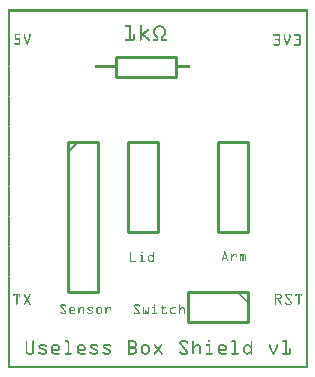
<source format=gto>
G04 MADE WITH FRITZING*
G04 WWW.FRITZING.ORG*
G04 DOUBLE SIDED*
G04 HOLES PLATED*
G04 CONTOUR ON CENTER OF CONTOUR VECTOR*
%ASAXBY*%
%FSLAX23Y23*%
%MOIN*%
%OFA0B0*%
%SFA1.0B1.0*%
%ADD10C,0.010000*%
%ADD11C,0.005000*%
%ADD12R,0.001000X0.001000*%
%LNSILK1*%
G90*
G70*
G54D10*
X360Y1037D02*
X560Y1037D01*
D02*
X560Y1037D02*
X560Y971D01*
D02*
X560Y971D02*
X360Y971D01*
D02*
X360Y971D02*
X360Y1037D01*
D02*
X400Y754D02*
X400Y454D01*
D02*
X400Y454D02*
X500Y454D01*
D02*
X500Y454D02*
X500Y754D01*
D02*
X500Y754D02*
X400Y754D01*
D02*
X700Y754D02*
X700Y454D01*
D02*
X700Y454D02*
X800Y454D01*
D02*
X800Y454D02*
X800Y754D01*
D02*
X800Y754D02*
X700Y754D01*
D02*
X200Y754D02*
X200Y254D01*
D02*
X200Y254D02*
X300Y254D01*
D02*
X300Y254D02*
X300Y754D01*
D02*
X300Y754D02*
X200Y754D01*
G54D11*
D02*
X200Y719D02*
X235Y754D01*
G54D10*
D02*
X800Y254D02*
X600Y254D01*
D02*
X600Y254D02*
X600Y154D01*
D02*
X600Y154D02*
X800Y154D01*
D02*
X800Y154D02*
X800Y254D01*
G54D12*
X0Y1196D02*
X1001Y1196D01*
X0Y1195D02*
X1001Y1195D01*
X0Y1194D02*
X1001Y1194D01*
X0Y1193D02*
X1001Y1193D01*
X0Y1192D02*
X1001Y1192D01*
X0Y1191D02*
X1001Y1191D01*
X0Y1190D02*
X1001Y1190D01*
X0Y1189D02*
X1001Y1189D01*
X0Y1188D02*
X7Y1188D01*
X994Y1188D02*
X1001Y1188D01*
X0Y1187D02*
X7Y1187D01*
X994Y1187D02*
X1001Y1187D01*
X0Y1186D02*
X7Y1186D01*
X994Y1186D02*
X1001Y1186D01*
X0Y1185D02*
X7Y1185D01*
X994Y1185D02*
X1001Y1185D01*
X0Y1184D02*
X7Y1184D01*
X994Y1184D02*
X1001Y1184D01*
X0Y1183D02*
X7Y1183D01*
X994Y1183D02*
X1001Y1183D01*
X0Y1182D02*
X7Y1182D01*
X994Y1182D02*
X1001Y1182D01*
X0Y1181D02*
X7Y1181D01*
X994Y1181D02*
X1001Y1181D01*
X0Y1180D02*
X7Y1180D01*
X994Y1180D02*
X1001Y1180D01*
X0Y1179D02*
X7Y1179D01*
X994Y1179D02*
X1001Y1179D01*
X0Y1178D02*
X7Y1178D01*
X994Y1178D02*
X1001Y1178D01*
X0Y1177D02*
X7Y1177D01*
X994Y1177D02*
X1001Y1177D01*
X0Y1176D02*
X7Y1176D01*
X994Y1176D02*
X1001Y1176D01*
X0Y1175D02*
X7Y1175D01*
X994Y1175D02*
X1001Y1175D01*
X0Y1174D02*
X7Y1174D01*
X994Y1174D02*
X1001Y1174D01*
X0Y1173D02*
X7Y1173D01*
X994Y1173D02*
X1001Y1173D01*
X0Y1172D02*
X7Y1172D01*
X994Y1172D02*
X1001Y1172D01*
X0Y1171D02*
X7Y1171D01*
X994Y1171D02*
X1001Y1171D01*
X0Y1170D02*
X7Y1170D01*
X994Y1170D02*
X1001Y1170D01*
X0Y1169D02*
X7Y1169D01*
X994Y1169D02*
X1001Y1169D01*
X0Y1168D02*
X7Y1168D01*
X994Y1168D02*
X1001Y1168D01*
X0Y1167D02*
X7Y1167D01*
X994Y1167D02*
X1001Y1167D01*
X0Y1166D02*
X7Y1166D01*
X994Y1166D02*
X1001Y1166D01*
X0Y1165D02*
X7Y1165D01*
X994Y1165D02*
X1001Y1165D01*
X0Y1164D02*
X7Y1164D01*
X994Y1164D02*
X1001Y1164D01*
X0Y1163D02*
X7Y1163D01*
X994Y1163D02*
X1001Y1163D01*
X0Y1162D02*
X7Y1162D01*
X994Y1162D02*
X1001Y1162D01*
X0Y1161D02*
X7Y1161D01*
X994Y1161D02*
X1001Y1161D01*
X0Y1160D02*
X7Y1160D01*
X994Y1160D02*
X1001Y1160D01*
X0Y1159D02*
X7Y1159D01*
X994Y1159D02*
X1001Y1159D01*
X0Y1158D02*
X7Y1158D01*
X994Y1158D02*
X1001Y1158D01*
X0Y1157D02*
X7Y1157D01*
X994Y1157D02*
X1001Y1157D01*
X0Y1156D02*
X7Y1156D01*
X994Y1156D02*
X1001Y1156D01*
X0Y1155D02*
X7Y1155D01*
X994Y1155D02*
X1001Y1155D01*
X0Y1154D02*
X7Y1154D01*
X994Y1154D02*
X1001Y1154D01*
X0Y1153D02*
X7Y1153D01*
X994Y1153D02*
X1001Y1153D01*
X0Y1152D02*
X7Y1152D01*
X994Y1152D02*
X1001Y1152D01*
X0Y1151D02*
X7Y1151D01*
X994Y1151D02*
X1001Y1151D01*
X0Y1150D02*
X7Y1150D01*
X994Y1150D02*
X1001Y1150D01*
X0Y1149D02*
X7Y1149D01*
X994Y1149D02*
X1001Y1149D01*
X0Y1148D02*
X7Y1148D01*
X994Y1148D02*
X1001Y1148D01*
X0Y1147D02*
X7Y1147D01*
X994Y1147D02*
X1001Y1147D01*
X0Y1146D02*
X7Y1146D01*
X994Y1146D02*
X1001Y1146D01*
X0Y1145D02*
X7Y1145D01*
X392Y1145D02*
X410Y1145D01*
X442Y1145D02*
X444Y1145D01*
X994Y1145D02*
X1001Y1145D01*
X0Y1144D02*
X7Y1144D01*
X391Y1144D02*
X410Y1144D01*
X441Y1144D02*
X445Y1144D01*
X994Y1144D02*
X1001Y1144D01*
X0Y1143D02*
X7Y1143D01*
X391Y1143D02*
X410Y1143D01*
X441Y1143D02*
X446Y1143D01*
X994Y1143D02*
X1001Y1143D01*
X0Y1142D02*
X7Y1142D01*
X390Y1142D02*
X410Y1142D01*
X440Y1142D02*
X446Y1142D01*
X501Y1142D02*
X512Y1142D01*
X994Y1142D02*
X1001Y1142D01*
X0Y1141D02*
X7Y1141D01*
X390Y1141D02*
X410Y1141D01*
X440Y1141D02*
X446Y1141D01*
X498Y1141D02*
X515Y1141D01*
X994Y1141D02*
X1001Y1141D01*
X0Y1140D02*
X7Y1140D01*
X391Y1140D02*
X410Y1140D01*
X440Y1140D02*
X446Y1140D01*
X496Y1140D02*
X517Y1140D01*
X994Y1140D02*
X1001Y1140D01*
X0Y1139D02*
X7Y1139D01*
X392Y1139D02*
X410Y1139D01*
X440Y1139D02*
X446Y1139D01*
X494Y1139D02*
X519Y1139D01*
X994Y1139D02*
X1001Y1139D01*
X0Y1138D02*
X7Y1138D01*
X404Y1138D02*
X410Y1138D01*
X440Y1138D02*
X446Y1138D01*
X493Y1138D02*
X520Y1138D01*
X994Y1138D02*
X1001Y1138D01*
X0Y1137D02*
X7Y1137D01*
X404Y1137D02*
X410Y1137D01*
X440Y1137D02*
X446Y1137D01*
X491Y1137D02*
X521Y1137D01*
X994Y1137D02*
X1001Y1137D01*
X0Y1136D02*
X7Y1136D01*
X404Y1136D02*
X410Y1136D01*
X440Y1136D02*
X446Y1136D01*
X490Y1136D02*
X500Y1136D01*
X512Y1136D02*
X522Y1136D01*
X994Y1136D02*
X1001Y1136D01*
X0Y1135D02*
X7Y1135D01*
X404Y1135D02*
X410Y1135D01*
X440Y1135D02*
X446Y1135D01*
X490Y1135D02*
X498Y1135D01*
X515Y1135D02*
X523Y1135D01*
X994Y1135D02*
X1001Y1135D01*
X0Y1134D02*
X7Y1134D01*
X404Y1134D02*
X410Y1134D01*
X440Y1134D02*
X446Y1134D01*
X489Y1134D02*
X497Y1134D01*
X516Y1134D02*
X524Y1134D01*
X994Y1134D02*
X1001Y1134D01*
X0Y1133D02*
X7Y1133D01*
X404Y1133D02*
X410Y1133D01*
X440Y1133D02*
X446Y1133D01*
X488Y1133D02*
X495Y1133D01*
X517Y1133D02*
X525Y1133D01*
X994Y1133D02*
X1001Y1133D01*
X0Y1132D02*
X7Y1132D01*
X404Y1132D02*
X410Y1132D01*
X440Y1132D02*
X446Y1132D01*
X488Y1132D02*
X494Y1132D01*
X518Y1132D02*
X525Y1132D01*
X994Y1132D02*
X1001Y1132D01*
X0Y1131D02*
X7Y1131D01*
X404Y1131D02*
X410Y1131D01*
X440Y1131D02*
X446Y1131D01*
X487Y1131D02*
X494Y1131D01*
X519Y1131D02*
X526Y1131D01*
X994Y1131D02*
X1001Y1131D01*
X0Y1130D02*
X7Y1130D01*
X404Y1130D02*
X410Y1130D01*
X440Y1130D02*
X446Y1130D01*
X466Y1130D02*
X469Y1130D01*
X487Y1130D02*
X493Y1130D01*
X520Y1130D02*
X526Y1130D01*
X994Y1130D02*
X1001Y1130D01*
X0Y1129D02*
X7Y1129D01*
X404Y1129D02*
X410Y1129D01*
X440Y1129D02*
X446Y1129D01*
X465Y1129D02*
X470Y1129D01*
X486Y1129D02*
X493Y1129D01*
X520Y1129D02*
X526Y1129D01*
X994Y1129D02*
X1001Y1129D01*
X0Y1128D02*
X7Y1128D01*
X404Y1128D02*
X410Y1128D01*
X440Y1128D02*
X446Y1128D01*
X464Y1128D02*
X470Y1128D01*
X486Y1128D02*
X492Y1128D01*
X520Y1128D02*
X527Y1128D01*
X994Y1128D02*
X1001Y1128D01*
X0Y1127D02*
X7Y1127D01*
X404Y1127D02*
X410Y1127D01*
X440Y1127D02*
X446Y1127D01*
X462Y1127D02*
X470Y1127D01*
X486Y1127D02*
X492Y1127D01*
X521Y1127D02*
X527Y1127D01*
X994Y1127D02*
X1001Y1127D01*
X0Y1126D02*
X7Y1126D01*
X404Y1126D02*
X410Y1126D01*
X440Y1126D02*
X446Y1126D01*
X461Y1126D02*
X470Y1126D01*
X485Y1126D02*
X492Y1126D01*
X521Y1126D02*
X527Y1126D01*
X994Y1126D02*
X1001Y1126D01*
X0Y1125D02*
X7Y1125D01*
X404Y1125D02*
X410Y1125D01*
X440Y1125D02*
X446Y1125D01*
X460Y1125D02*
X470Y1125D01*
X485Y1125D02*
X491Y1125D01*
X521Y1125D02*
X527Y1125D01*
X994Y1125D02*
X1001Y1125D01*
X0Y1124D02*
X7Y1124D01*
X404Y1124D02*
X410Y1124D01*
X440Y1124D02*
X446Y1124D01*
X459Y1124D02*
X469Y1124D01*
X485Y1124D02*
X491Y1124D01*
X521Y1124D02*
X527Y1124D01*
X994Y1124D02*
X1001Y1124D01*
X0Y1123D02*
X7Y1123D01*
X404Y1123D02*
X410Y1123D01*
X440Y1123D02*
X446Y1123D01*
X458Y1123D02*
X467Y1123D01*
X485Y1123D02*
X491Y1123D01*
X521Y1123D02*
X527Y1123D01*
X994Y1123D02*
X1001Y1123D01*
X0Y1122D02*
X7Y1122D01*
X404Y1122D02*
X410Y1122D01*
X440Y1122D02*
X446Y1122D01*
X456Y1122D02*
X466Y1122D01*
X485Y1122D02*
X491Y1122D01*
X522Y1122D02*
X528Y1122D01*
X994Y1122D02*
X1001Y1122D01*
X0Y1121D02*
X7Y1121D01*
X404Y1121D02*
X410Y1121D01*
X440Y1121D02*
X446Y1121D01*
X455Y1121D02*
X465Y1121D01*
X485Y1121D02*
X491Y1121D01*
X522Y1121D02*
X528Y1121D01*
X994Y1121D02*
X1001Y1121D01*
X0Y1120D02*
X7Y1120D01*
X404Y1120D02*
X410Y1120D01*
X440Y1120D02*
X446Y1120D01*
X454Y1120D02*
X464Y1120D01*
X485Y1120D02*
X491Y1120D01*
X522Y1120D02*
X527Y1120D01*
X994Y1120D02*
X1001Y1120D01*
X0Y1119D02*
X7Y1119D01*
X404Y1119D02*
X410Y1119D01*
X440Y1119D02*
X446Y1119D01*
X453Y1119D02*
X463Y1119D01*
X485Y1119D02*
X491Y1119D01*
X521Y1119D02*
X527Y1119D01*
X994Y1119D02*
X1001Y1119D01*
X0Y1118D02*
X7Y1118D01*
X404Y1118D02*
X410Y1118D01*
X440Y1118D02*
X446Y1118D01*
X452Y1118D02*
X462Y1118D01*
X485Y1118D02*
X491Y1118D01*
X521Y1118D02*
X527Y1118D01*
X994Y1118D02*
X1001Y1118D01*
X0Y1117D02*
X7Y1117D01*
X404Y1117D02*
X410Y1117D01*
X440Y1117D02*
X446Y1117D01*
X451Y1117D02*
X460Y1117D01*
X485Y1117D02*
X491Y1117D01*
X521Y1117D02*
X527Y1117D01*
X994Y1117D02*
X1001Y1117D01*
X0Y1116D02*
X7Y1116D01*
X404Y1116D02*
X410Y1116D01*
X440Y1116D02*
X446Y1116D01*
X449Y1116D02*
X459Y1116D01*
X486Y1116D02*
X492Y1116D01*
X521Y1116D02*
X527Y1116D01*
X994Y1116D02*
X1001Y1116D01*
X0Y1115D02*
X7Y1115D01*
X24Y1115D02*
X41Y1115D01*
X55Y1115D02*
X57Y1115D01*
X73Y1115D02*
X75Y1115D01*
X404Y1115D02*
X410Y1115D01*
X419Y1115D02*
X423Y1115D01*
X440Y1115D02*
X446Y1115D01*
X448Y1115D02*
X458Y1115D01*
X486Y1115D02*
X492Y1115D01*
X521Y1115D02*
X527Y1115D01*
X994Y1115D02*
X1001Y1115D01*
X0Y1114D02*
X7Y1114D01*
X24Y1114D02*
X42Y1114D01*
X54Y1114D02*
X57Y1114D01*
X73Y1114D02*
X76Y1114D01*
X404Y1114D02*
X410Y1114D01*
X418Y1114D02*
X423Y1114D01*
X440Y1114D02*
X457Y1114D01*
X486Y1114D02*
X492Y1114D01*
X520Y1114D02*
X526Y1114D01*
X994Y1114D02*
X1001Y1114D01*
X0Y1113D02*
X7Y1113D01*
X24Y1113D02*
X42Y1113D01*
X54Y1113D02*
X57Y1113D01*
X73Y1113D02*
X76Y1113D01*
X404Y1113D02*
X410Y1113D01*
X418Y1113D02*
X424Y1113D01*
X440Y1113D02*
X456Y1113D01*
X487Y1113D02*
X493Y1113D01*
X520Y1113D02*
X526Y1113D01*
X888Y1113D02*
X904Y1113D01*
X957Y1113D02*
X972Y1113D01*
X994Y1113D02*
X1001Y1113D01*
X0Y1112D02*
X7Y1112D01*
X24Y1112D02*
X42Y1112D01*
X54Y1112D02*
X57Y1112D01*
X73Y1112D02*
X76Y1112D01*
X404Y1112D02*
X410Y1112D01*
X418Y1112D02*
X424Y1112D01*
X440Y1112D02*
X455Y1112D01*
X487Y1112D02*
X493Y1112D01*
X519Y1112D02*
X526Y1112D01*
X886Y1112D02*
X906Y1112D01*
X921Y1112D02*
X923Y1112D01*
X939Y1112D02*
X942Y1112D01*
X955Y1112D02*
X975Y1112D01*
X994Y1112D02*
X1001Y1112D01*
X0Y1111D02*
X7Y1111D01*
X24Y1111D02*
X41Y1111D01*
X54Y1111D02*
X57Y1111D01*
X73Y1111D02*
X76Y1111D01*
X404Y1111D02*
X410Y1111D01*
X418Y1111D02*
X424Y1111D01*
X440Y1111D02*
X457Y1111D01*
X488Y1111D02*
X494Y1111D01*
X519Y1111D02*
X525Y1111D01*
X886Y1111D02*
X907Y1111D01*
X920Y1111D02*
X924Y1111D01*
X939Y1111D02*
X943Y1111D01*
X954Y1111D02*
X976Y1111D01*
X994Y1111D02*
X1001Y1111D01*
X0Y1110D02*
X7Y1110D01*
X24Y1110D02*
X28Y1110D01*
X54Y1110D02*
X57Y1110D01*
X73Y1110D02*
X76Y1110D01*
X404Y1110D02*
X410Y1110D01*
X418Y1110D02*
X424Y1110D01*
X440Y1110D02*
X458Y1110D01*
X488Y1110D02*
X495Y1110D01*
X518Y1110D02*
X525Y1110D01*
X886Y1110D02*
X908Y1110D01*
X920Y1110D02*
X924Y1110D01*
X939Y1110D02*
X943Y1110D01*
X954Y1110D02*
X977Y1110D01*
X994Y1110D02*
X1001Y1110D01*
X0Y1109D02*
X7Y1109D01*
X24Y1109D02*
X28Y1109D01*
X54Y1109D02*
X57Y1109D01*
X73Y1109D02*
X76Y1109D01*
X404Y1109D02*
X410Y1109D01*
X418Y1109D02*
X424Y1109D01*
X440Y1109D02*
X459Y1109D01*
X489Y1109D02*
X496Y1109D01*
X517Y1109D02*
X524Y1109D01*
X886Y1109D02*
X908Y1109D01*
X920Y1109D02*
X924Y1109D01*
X939Y1109D02*
X943Y1109D01*
X955Y1109D02*
X977Y1109D01*
X994Y1109D02*
X1001Y1109D01*
X0Y1108D02*
X7Y1108D01*
X24Y1108D02*
X28Y1108D01*
X54Y1108D02*
X57Y1108D01*
X73Y1108D02*
X76Y1108D01*
X404Y1108D02*
X410Y1108D01*
X418Y1108D02*
X424Y1108D01*
X440Y1108D02*
X460Y1108D01*
X490Y1108D02*
X497Y1108D01*
X516Y1108D02*
X523Y1108D01*
X904Y1108D02*
X908Y1108D01*
X920Y1108D02*
X924Y1108D01*
X939Y1108D02*
X943Y1108D01*
X973Y1108D02*
X977Y1108D01*
X994Y1108D02*
X1001Y1108D01*
X0Y1107D02*
X7Y1107D01*
X24Y1107D02*
X28Y1107D01*
X54Y1107D02*
X57Y1107D01*
X73Y1107D02*
X76Y1107D01*
X404Y1107D02*
X410Y1107D01*
X418Y1107D02*
X424Y1107D01*
X440Y1107D02*
X449Y1107D01*
X451Y1107D02*
X461Y1107D01*
X490Y1107D02*
X498Y1107D01*
X515Y1107D02*
X522Y1107D01*
X905Y1107D02*
X908Y1107D01*
X920Y1107D02*
X924Y1107D01*
X939Y1107D02*
X943Y1107D01*
X973Y1107D02*
X977Y1107D01*
X994Y1107D02*
X1001Y1107D01*
X0Y1106D02*
X7Y1106D01*
X24Y1106D02*
X28Y1106D01*
X54Y1106D02*
X57Y1106D01*
X73Y1106D02*
X76Y1106D01*
X404Y1106D02*
X410Y1106D01*
X418Y1106D02*
X424Y1106D01*
X440Y1106D02*
X448Y1106D01*
X453Y1106D02*
X462Y1106D01*
X491Y1106D02*
X499Y1106D01*
X513Y1106D02*
X522Y1106D01*
X905Y1106D02*
X908Y1106D01*
X920Y1106D02*
X924Y1106D01*
X939Y1106D02*
X943Y1106D01*
X973Y1106D02*
X977Y1106D01*
X994Y1106D02*
X1001Y1106D01*
X0Y1105D02*
X7Y1105D01*
X24Y1105D02*
X28Y1105D01*
X54Y1105D02*
X58Y1105D01*
X72Y1105D02*
X76Y1105D01*
X404Y1105D02*
X410Y1105D01*
X418Y1105D02*
X424Y1105D01*
X440Y1105D02*
X447Y1105D01*
X454Y1105D02*
X464Y1105D01*
X492Y1105D02*
X501Y1105D01*
X512Y1105D02*
X521Y1105D01*
X905Y1105D02*
X908Y1105D01*
X920Y1105D02*
X924Y1105D01*
X939Y1105D02*
X943Y1105D01*
X973Y1105D02*
X977Y1105D01*
X994Y1105D02*
X1001Y1105D01*
X0Y1104D02*
X7Y1104D01*
X24Y1104D02*
X28Y1104D01*
X54Y1104D02*
X58Y1104D01*
X72Y1104D02*
X76Y1104D01*
X404Y1104D02*
X410Y1104D01*
X418Y1104D02*
X424Y1104D01*
X440Y1104D02*
X446Y1104D01*
X455Y1104D02*
X465Y1104D01*
X493Y1104D02*
X502Y1104D01*
X511Y1104D02*
X519Y1104D01*
X905Y1104D02*
X908Y1104D01*
X920Y1104D02*
X924Y1104D01*
X939Y1104D02*
X943Y1104D01*
X973Y1104D02*
X977Y1104D01*
X994Y1104D02*
X1001Y1104D01*
X0Y1103D02*
X7Y1103D01*
X24Y1103D02*
X28Y1103D01*
X54Y1103D02*
X58Y1103D01*
X72Y1103D02*
X76Y1103D01*
X404Y1103D02*
X410Y1103D01*
X418Y1103D02*
X424Y1103D01*
X440Y1103D02*
X446Y1103D01*
X456Y1103D02*
X466Y1103D01*
X495Y1103D02*
X502Y1103D01*
X511Y1103D02*
X518Y1103D01*
X905Y1103D02*
X908Y1103D01*
X920Y1103D02*
X924Y1103D01*
X939Y1103D02*
X943Y1103D01*
X973Y1103D02*
X977Y1103D01*
X994Y1103D02*
X1001Y1103D01*
X0Y1102D02*
X7Y1102D01*
X24Y1102D02*
X28Y1102D01*
X55Y1102D02*
X59Y1102D01*
X71Y1102D02*
X75Y1102D01*
X404Y1102D02*
X410Y1102D01*
X418Y1102D02*
X424Y1102D01*
X440Y1102D02*
X446Y1102D01*
X457Y1102D02*
X467Y1102D01*
X496Y1102D02*
X502Y1102D01*
X511Y1102D02*
X517Y1102D01*
X905Y1102D02*
X908Y1102D01*
X920Y1102D02*
X924Y1102D01*
X939Y1102D02*
X943Y1102D01*
X973Y1102D02*
X977Y1102D01*
X994Y1102D02*
X1001Y1102D01*
X0Y1101D02*
X7Y1101D01*
X24Y1101D02*
X28Y1101D01*
X55Y1101D02*
X59Y1101D01*
X71Y1101D02*
X75Y1101D01*
X404Y1101D02*
X410Y1101D01*
X418Y1101D02*
X424Y1101D01*
X440Y1101D02*
X446Y1101D01*
X458Y1101D02*
X468Y1101D01*
X497Y1101D02*
X502Y1101D01*
X511Y1101D02*
X516Y1101D01*
X905Y1101D02*
X908Y1101D01*
X920Y1101D02*
X925Y1101D01*
X938Y1101D02*
X942Y1101D01*
X973Y1101D02*
X977Y1101D01*
X994Y1101D02*
X1001Y1101D01*
X0Y1100D02*
X7Y1100D01*
X24Y1100D02*
X28Y1100D01*
X55Y1100D02*
X60Y1100D01*
X70Y1100D02*
X75Y1100D01*
X404Y1100D02*
X410Y1100D01*
X418Y1100D02*
X424Y1100D01*
X440Y1100D02*
X446Y1100D01*
X460Y1100D02*
X469Y1100D01*
X497Y1100D02*
X502Y1100D01*
X511Y1100D02*
X516Y1100D01*
X905Y1100D02*
X908Y1100D01*
X921Y1100D02*
X925Y1100D01*
X938Y1100D02*
X942Y1100D01*
X973Y1100D02*
X977Y1100D01*
X994Y1100D02*
X1001Y1100D01*
X0Y1099D02*
X7Y1099D01*
X24Y1099D02*
X39Y1099D01*
X56Y1099D02*
X60Y1099D01*
X70Y1099D02*
X74Y1099D01*
X404Y1099D02*
X410Y1099D01*
X418Y1099D02*
X424Y1099D01*
X440Y1099D02*
X446Y1099D01*
X461Y1099D02*
X471Y1099D01*
X497Y1099D02*
X502Y1099D01*
X511Y1099D02*
X516Y1099D01*
X905Y1099D02*
X908Y1099D01*
X921Y1099D02*
X925Y1099D01*
X937Y1099D02*
X942Y1099D01*
X973Y1099D02*
X977Y1099D01*
X994Y1099D02*
X1001Y1099D01*
X0Y1098D02*
X7Y1098D01*
X24Y1098D02*
X41Y1098D01*
X56Y1098D02*
X60Y1098D01*
X70Y1098D02*
X74Y1098D01*
X393Y1098D02*
X424Y1098D01*
X440Y1098D02*
X446Y1098D01*
X462Y1098D02*
X472Y1098D01*
X497Y1098D02*
X502Y1098D01*
X511Y1098D02*
X516Y1098D01*
X904Y1098D02*
X908Y1098D01*
X922Y1098D02*
X926Y1098D01*
X937Y1098D02*
X941Y1098D01*
X973Y1098D02*
X977Y1098D01*
X994Y1098D02*
X1001Y1098D01*
X0Y1097D02*
X7Y1097D01*
X24Y1097D02*
X41Y1097D01*
X57Y1097D02*
X61Y1097D01*
X69Y1097D02*
X73Y1097D01*
X391Y1097D02*
X424Y1097D01*
X440Y1097D02*
X446Y1097D01*
X463Y1097D02*
X473Y1097D01*
X484Y1097D02*
X502Y1097D01*
X511Y1097D02*
X529Y1097D01*
X903Y1097D02*
X908Y1097D01*
X922Y1097D02*
X926Y1097D01*
X937Y1097D02*
X941Y1097D01*
X971Y1097D02*
X977Y1097D01*
X994Y1097D02*
X1001Y1097D01*
X0Y1096D02*
X7Y1096D01*
X24Y1096D02*
X42Y1096D01*
X57Y1096D02*
X61Y1096D01*
X69Y1096D02*
X73Y1096D01*
X391Y1096D02*
X424Y1096D01*
X440Y1096D02*
X446Y1096D01*
X464Y1096D02*
X474Y1096D01*
X484Y1096D02*
X502Y1096D01*
X511Y1096D02*
X529Y1096D01*
X891Y1096D02*
X908Y1096D01*
X922Y1096D02*
X927Y1096D01*
X936Y1096D02*
X940Y1096D01*
X960Y1096D02*
X976Y1096D01*
X994Y1096D02*
X1001Y1096D01*
X0Y1095D02*
X7Y1095D01*
X24Y1095D02*
X42Y1095D01*
X57Y1095D02*
X62Y1095D01*
X68Y1095D02*
X73Y1095D01*
X390Y1095D02*
X424Y1095D01*
X440Y1095D02*
X446Y1095D01*
X465Y1095D02*
X474Y1095D01*
X484Y1095D02*
X502Y1095D01*
X511Y1095D02*
X529Y1095D01*
X891Y1095D02*
X907Y1095D01*
X923Y1095D02*
X927Y1095D01*
X936Y1095D02*
X940Y1095D01*
X959Y1095D02*
X975Y1095D01*
X994Y1095D02*
X1001Y1095D01*
X0Y1094D02*
X7Y1094D01*
X38Y1094D02*
X42Y1094D01*
X58Y1094D02*
X62Y1094D01*
X68Y1094D02*
X72Y1094D01*
X390Y1094D02*
X424Y1094D01*
X440Y1094D02*
X446Y1094D01*
X467Y1094D02*
X474Y1094D01*
X484Y1094D02*
X502Y1094D01*
X511Y1094D02*
X529Y1094D01*
X891Y1094D02*
X907Y1094D01*
X923Y1094D02*
X927Y1094D01*
X935Y1094D02*
X940Y1094D01*
X959Y1094D02*
X975Y1094D01*
X994Y1094D02*
X1001Y1094D01*
X0Y1093D02*
X7Y1093D01*
X38Y1093D02*
X42Y1093D01*
X58Y1093D02*
X62Y1093D01*
X68Y1093D02*
X72Y1093D01*
X391Y1093D02*
X423Y1093D01*
X441Y1093D02*
X446Y1093D01*
X468Y1093D02*
X473Y1093D01*
X484Y1093D02*
X502Y1093D01*
X511Y1093D02*
X529Y1093D01*
X891Y1093D02*
X907Y1093D01*
X924Y1093D02*
X928Y1093D01*
X935Y1093D02*
X939Y1093D01*
X960Y1093D02*
X976Y1093D01*
X994Y1093D02*
X1001Y1093D01*
X0Y1092D02*
X7Y1092D01*
X38Y1092D02*
X42Y1092D01*
X59Y1092D02*
X63Y1092D01*
X67Y1092D02*
X71Y1092D01*
X392Y1092D02*
X422Y1092D01*
X442Y1092D02*
X445Y1092D01*
X469Y1092D02*
X473Y1092D01*
X484Y1092D02*
X502Y1092D01*
X511Y1092D02*
X529Y1092D01*
X903Y1092D02*
X908Y1092D01*
X924Y1092D02*
X928Y1092D01*
X935Y1092D02*
X939Y1092D01*
X971Y1092D02*
X977Y1092D01*
X994Y1092D02*
X1001Y1092D01*
X0Y1091D02*
X7Y1091D01*
X38Y1091D02*
X42Y1091D01*
X59Y1091D02*
X63Y1091D01*
X67Y1091D02*
X71Y1091D01*
X904Y1091D02*
X908Y1091D01*
X924Y1091D02*
X929Y1091D01*
X934Y1091D02*
X938Y1091D01*
X973Y1091D02*
X977Y1091D01*
X994Y1091D02*
X1001Y1091D01*
X0Y1090D02*
X7Y1090D01*
X38Y1090D02*
X42Y1090D01*
X59Y1090D02*
X64Y1090D01*
X66Y1090D02*
X71Y1090D01*
X905Y1090D02*
X908Y1090D01*
X925Y1090D02*
X929Y1090D01*
X934Y1090D02*
X938Y1090D01*
X973Y1090D02*
X977Y1090D01*
X994Y1090D02*
X1001Y1090D01*
X0Y1089D02*
X7Y1089D01*
X38Y1089D02*
X42Y1089D01*
X60Y1089D02*
X64Y1089D01*
X66Y1089D02*
X70Y1089D01*
X905Y1089D02*
X908Y1089D01*
X925Y1089D02*
X929Y1089D01*
X933Y1089D02*
X938Y1089D01*
X973Y1089D02*
X977Y1089D01*
X994Y1089D02*
X1001Y1089D01*
X0Y1088D02*
X7Y1088D01*
X38Y1088D02*
X42Y1088D01*
X60Y1088D02*
X70Y1088D01*
X905Y1088D02*
X908Y1088D01*
X925Y1088D02*
X930Y1088D01*
X933Y1088D02*
X937Y1088D01*
X973Y1088D02*
X977Y1088D01*
X994Y1088D02*
X1001Y1088D01*
X0Y1087D02*
X7Y1087D01*
X38Y1087D02*
X42Y1087D01*
X60Y1087D02*
X69Y1087D01*
X905Y1087D02*
X908Y1087D01*
X926Y1087D02*
X930Y1087D01*
X933Y1087D02*
X937Y1087D01*
X973Y1087D02*
X977Y1087D01*
X994Y1087D02*
X1001Y1087D01*
X0Y1086D02*
X7Y1086D01*
X38Y1086D02*
X42Y1086D01*
X61Y1086D02*
X69Y1086D01*
X905Y1086D02*
X908Y1086D01*
X926Y1086D02*
X930Y1086D01*
X932Y1086D02*
X936Y1086D01*
X973Y1086D02*
X977Y1086D01*
X994Y1086D02*
X1001Y1086D01*
X0Y1085D02*
X7Y1085D01*
X21Y1085D02*
X22Y1085D01*
X38Y1085D02*
X42Y1085D01*
X61Y1085D02*
X69Y1085D01*
X905Y1085D02*
X908Y1085D01*
X927Y1085D02*
X936Y1085D01*
X973Y1085D02*
X977Y1085D01*
X994Y1085D02*
X1001Y1085D01*
X0Y1084D02*
X7Y1084D01*
X20Y1084D02*
X24Y1084D01*
X38Y1084D02*
X42Y1084D01*
X62Y1084D02*
X68Y1084D01*
X905Y1084D02*
X908Y1084D01*
X927Y1084D02*
X936Y1084D01*
X973Y1084D02*
X977Y1084D01*
X994Y1084D02*
X1001Y1084D01*
X0Y1083D02*
X7Y1083D01*
X19Y1083D02*
X42Y1083D01*
X62Y1083D02*
X68Y1083D01*
X905Y1083D02*
X908Y1083D01*
X927Y1083D02*
X935Y1083D01*
X973Y1083D02*
X977Y1083D01*
X994Y1083D02*
X1001Y1083D01*
X0Y1082D02*
X7Y1082D01*
X20Y1082D02*
X42Y1082D01*
X62Y1082D02*
X68Y1082D01*
X905Y1082D02*
X908Y1082D01*
X928Y1082D02*
X935Y1082D01*
X973Y1082D02*
X977Y1082D01*
X994Y1082D02*
X1001Y1082D01*
X0Y1081D02*
X7Y1081D01*
X20Y1081D02*
X41Y1081D01*
X63Y1081D02*
X67Y1081D01*
X905Y1081D02*
X908Y1081D01*
X928Y1081D02*
X935Y1081D01*
X973Y1081D02*
X977Y1081D01*
X994Y1081D02*
X1001Y1081D01*
X0Y1080D02*
X7Y1080D01*
X22Y1080D02*
X41Y1080D01*
X63Y1080D02*
X67Y1080D01*
X887Y1080D02*
X908Y1080D01*
X929Y1080D02*
X934Y1080D01*
X955Y1080D02*
X977Y1080D01*
X994Y1080D02*
X1001Y1080D01*
X0Y1079D02*
X7Y1079D01*
X25Y1079D02*
X39Y1079D01*
X64Y1079D02*
X66Y1079D01*
X886Y1079D02*
X908Y1079D01*
X929Y1079D02*
X934Y1079D01*
X954Y1079D02*
X977Y1079D01*
X994Y1079D02*
X1001Y1079D01*
X0Y1078D02*
X7Y1078D01*
X886Y1078D02*
X907Y1078D01*
X929Y1078D02*
X933Y1078D01*
X954Y1078D02*
X976Y1078D01*
X994Y1078D02*
X1001Y1078D01*
X0Y1077D02*
X7Y1077D01*
X886Y1077D02*
X907Y1077D01*
X930Y1077D02*
X933Y1077D01*
X955Y1077D02*
X975Y1077D01*
X994Y1077D02*
X1001Y1077D01*
X0Y1076D02*
X7Y1076D01*
X888Y1076D02*
X904Y1076D01*
X931Y1076D02*
X931Y1076D01*
X956Y1076D02*
X973Y1076D01*
X994Y1076D02*
X1001Y1076D01*
X0Y1075D02*
X7Y1075D01*
X994Y1075D02*
X1001Y1075D01*
X0Y1074D02*
X7Y1074D01*
X994Y1074D02*
X1001Y1074D01*
X0Y1073D02*
X7Y1073D01*
X994Y1073D02*
X1001Y1073D01*
X0Y1072D02*
X7Y1072D01*
X994Y1072D02*
X1001Y1072D01*
X0Y1071D02*
X7Y1071D01*
X994Y1071D02*
X1001Y1071D01*
X0Y1070D02*
X7Y1070D01*
X994Y1070D02*
X1001Y1070D01*
X0Y1069D02*
X7Y1069D01*
X994Y1069D02*
X1001Y1069D01*
X0Y1068D02*
X7Y1068D01*
X994Y1068D02*
X1001Y1068D01*
X0Y1067D02*
X7Y1067D01*
X994Y1067D02*
X1001Y1067D01*
X0Y1066D02*
X7Y1066D01*
X994Y1066D02*
X1001Y1066D01*
X0Y1065D02*
X7Y1065D01*
X994Y1065D02*
X1001Y1065D01*
X0Y1064D02*
X7Y1064D01*
X994Y1064D02*
X1001Y1064D01*
X0Y1063D02*
X7Y1063D01*
X994Y1063D02*
X1001Y1063D01*
X0Y1062D02*
X7Y1062D01*
X994Y1062D02*
X1001Y1062D01*
X0Y1061D02*
X7Y1061D01*
X994Y1061D02*
X1001Y1061D01*
X0Y1060D02*
X7Y1060D01*
X994Y1060D02*
X1001Y1060D01*
X0Y1059D02*
X7Y1059D01*
X994Y1059D02*
X1001Y1059D01*
X0Y1058D02*
X7Y1058D01*
X994Y1058D02*
X1001Y1058D01*
X0Y1057D02*
X7Y1057D01*
X994Y1057D02*
X1001Y1057D01*
X0Y1056D02*
X7Y1056D01*
X994Y1056D02*
X1001Y1056D01*
X0Y1055D02*
X7Y1055D01*
X994Y1055D02*
X1001Y1055D01*
X0Y1054D02*
X7Y1054D01*
X994Y1054D02*
X1001Y1054D01*
X0Y1053D02*
X7Y1053D01*
X994Y1053D02*
X1001Y1053D01*
X0Y1052D02*
X7Y1052D01*
X994Y1052D02*
X1001Y1052D01*
X0Y1051D02*
X7Y1051D01*
X994Y1051D02*
X1001Y1051D01*
X0Y1050D02*
X7Y1050D01*
X994Y1050D02*
X1001Y1050D01*
X0Y1049D02*
X7Y1049D01*
X994Y1049D02*
X1001Y1049D01*
X0Y1048D02*
X7Y1048D01*
X994Y1048D02*
X1001Y1048D01*
X0Y1047D02*
X7Y1047D01*
X994Y1047D02*
X1001Y1047D01*
X0Y1046D02*
X7Y1046D01*
X994Y1046D02*
X1001Y1046D01*
X0Y1045D02*
X7Y1045D01*
X994Y1045D02*
X1001Y1045D01*
X0Y1044D02*
X7Y1044D01*
X994Y1044D02*
X1001Y1044D01*
X0Y1043D02*
X7Y1043D01*
X994Y1043D02*
X1001Y1043D01*
X0Y1042D02*
X7Y1042D01*
X994Y1042D02*
X1001Y1042D01*
X0Y1041D02*
X7Y1041D01*
X994Y1041D02*
X1001Y1041D01*
X0Y1040D02*
X7Y1040D01*
X994Y1040D02*
X1001Y1040D01*
X0Y1039D02*
X7Y1039D01*
X994Y1039D02*
X1001Y1039D01*
X0Y1038D02*
X7Y1038D01*
X994Y1038D02*
X1001Y1038D01*
X0Y1037D02*
X7Y1037D01*
X994Y1037D02*
X1001Y1037D01*
X0Y1036D02*
X7Y1036D01*
X994Y1036D02*
X1001Y1036D01*
X0Y1035D02*
X7Y1035D01*
X994Y1035D02*
X1001Y1035D01*
X0Y1034D02*
X7Y1034D01*
X994Y1034D02*
X1001Y1034D01*
X0Y1033D02*
X7Y1033D01*
X994Y1033D02*
X1001Y1033D01*
X0Y1032D02*
X7Y1032D01*
X994Y1032D02*
X1001Y1032D01*
X0Y1031D02*
X7Y1031D01*
X994Y1031D02*
X1001Y1031D01*
X0Y1030D02*
X7Y1030D01*
X994Y1030D02*
X1001Y1030D01*
X0Y1029D02*
X7Y1029D01*
X994Y1029D02*
X1001Y1029D01*
X0Y1028D02*
X7Y1028D01*
X994Y1028D02*
X1001Y1028D01*
X0Y1027D02*
X7Y1027D01*
X994Y1027D02*
X1001Y1027D01*
X0Y1026D02*
X7Y1026D01*
X994Y1026D02*
X1001Y1026D01*
X0Y1025D02*
X7Y1025D01*
X994Y1025D02*
X1001Y1025D01*
X0Y1024D02*
X7Y1024D01*
X994Y1024D02*
X1001Y1024D01*
X0Y1023D02*
X7Y1023D01*
X994Y1023D02*
X1001Y1023D01*
X0Y1022D02*
X7Y1022D01*
X994Y1022D02*
X1001Y1022D01*
X0Y1021D02*
X7Y1021D01*
X994Y1021D02*
X1001Y1021D01*
X0Y1020D02*
X7Y1020D01*
X994Y1020D02*
X1001Y1020D01*
X0Y1019D02*
X7Y1019D01*
X994Y1019D02*
X1001Y1019D01*
X0Y1018D02*
X7Y1018D01*
X994Y1018D02*
X1001Y1018D01*
X0Y1017D02*
X7Y1017D01*
X994Y1017D02*
X1001Y1017D01*
X0Y1016D02*
X7Y1016D01*
X994Y1016D02*
X1001Y1016D01*
X0Y1015D02*
X7Y1015D01*
X994Y1015D02*
X1001Y1015D01*
X0Y1014D02*
X6Y1014D01*
X994Y1014D02*
X1001Y1014D01*
X0Y1013D02*
X6Y1013D01*
X994Y1013D02*
X1001Y1013D01*
X0Y1012D02*
X6Y1012D01*
X994Y1012D02*
X1001Y1012D01*
X0Y1011D02*
X6Y1011D01*
X994Y1011D02*
X1001Y1011D01*
X0Y1010D02*
X6Y1010D01*
X994Y1010D02*
X1001Y1010D01*
X0Y1009D02*
X6Y1009D01*
X292Y1009D02*
X359Y1009D01*
X560Y1009D02*
X607Y1009D01*
X994Y1009D02*
X1001Y1009D01*
X0Y1008D02*
X6Y1008D01*
X293Y1008D02*
X359Y1008D01*
X560Y1008D02*
X607Y1008D01*
X994Y1008D02*
X1001Y1008D01*
X0Y1007D02*
X6Y1007D01*
X293Y1007D02*
X359Y1007D01*
X560Y1007D02*
X607Y1007D01*
X994Y1007D02*
X1001Y1007D01*
X0Y1006D02*
X5Y1006D01*
X293Y1006D02*
X359Y1006D01*
X560Y1006D02*
X607Y1006D01*
X994Y1006D02*
X1001Y1006D01*
X0Y1005D02*
X5Y1005D01*
X293Y1005D02*
X359Y1005D01*
X560Y1005D02*
X607Y1005D01*
X994Y1005D02*
X1001Y1005D01*
X0Y1004D02*
X5Y1004D01*
X293Y1004D02*
X359Y1004D01*
X560Y1004D02*
X607Y1004D01*
X994Y1004D02*
X1001Y1004D01*
X0Y1003D02*
X5Y1003D01*
X293Y1003D02*
X359Y1003D01*
X560Y1003D02*
X607Y1003D01*
X994Y1003D02*
X1001Y1003D01*
X0Y1002D02*
X6Y1002D01*
X293Y1002D02*
X359Y1002D01*
X560Y1002D02*
X607Y1002D01*
X994Y1002D02*
X1001Y1002D01*
X0Y1001D02*
X6Y1001D01*
X293Y1001D02*
X359Y1001D01*
X560Y1001D02*
X607Y1001D01*
X994Y1001D02*
X1001Y1001D01*
X0Y1000D02*
X6Y1000D01*
X292Y1000D02*
X359Y1000D01*
X560Y1000D02*
X607Y1000D01*
X994Y1000D02*
X1001Y1000D01*
X0Y999D02*
X6Y999D01*
X994Y999D02*
X1001Y999D01*
X0Y998D02*
X6Y998D01*
X994Y998D02*
X1001Y998D01*
X0Y997D02*
X6Y997D01*
X994Y997D02*
X1001Y997D01*
X0Y996D02*
X6Y996D01*
X994Y996D02*
X1001Y996D01*
X0Y995D02*
X7Y995D01*
X994Y995D02*
X1001Y995D01*
X0Y994D02*
X7Y994D01*
X994Y994D02*
X1001Y994D01*
X0Y993D02*
X7Y993D01*
X994Y993D02*
X1001Y993D01*
X0Y992D02*
X7Y992D01*
X994Y992D02*
X1001Y992D01*
X0Y991D02*
X7Y991D01*
X994Y991D02*
X1001Y991D01*
X0Y990D02*
X7Y990D01*
X994Y990D02*
X1001Y990D01*
X0Y989D02*
X7Y989D01*
X994Y989D02*
X1001Y989D01*
X0Y988D02*
X7Y988D01*
X994Y988D02*
X1001Y988D01*
X0Y987D02*
X7Y987D01*
X994Y987D02*
X1001Y987D01*
X0Y986D02*
X7Y986D01*
X994Y986D02*
X1001Y986D01*
X0Y985D02*
X7Y985D01*
X994Y985D02*
X1001Y985D01*
X0Y984D02*
X7Y984D01*
X994Y984D02*
X1001Y984D01*
X0Y983D02*
X7Y983D01*
X994Y983D02*
X1001Y983D01*
X0Y982D02*
X7Y982D01*
X994Y982D02*
X1001Y982D01*
X0Y981D02*
X7Y981D01*
X994Y981D02*
X1001Y981D01*
X0Y980D02*
X7Y980D01*
X994Y980D02*
X1001Y980D01*
X0Y979D02*
X7Y979D01*
X994Y979D02*
X1001Y979D01*
X0Y978D02*
X7Y978D01*
X994Y978D02*
X1001Y978D01*
X0Y977D02*
X7Y977D01*
X994Y977D02*
X1001Y977D01*
X0Y976D02*
X7Y976D01*
X994Y976D02*
X1001Y976D01*
X0Y975D02*
X7Y975D01*
X994Y975D02*
X1001Y975D01*
X0Y974D02*
X7Y974D01*
X994Y974D02*
X1001Y974D01*
X0Y973D02*
X7Y973D01*
X994Y973D02*
X1001Y973D01*
X0Y972D02*
X7Y972D01*
X994Y972D02*
X1001Y972D01*
X0Y971D02*
X7Y971D01*
X994Y971D02*
X1001Y971D01*
X0Y970D02*
X7Y970D01*
X994Y970D02*
X1001Y970D01*
X0Y969D02*
X7Y969D01*
X994Y969D02*
X1001Y969D01*
X0Y968D02*
X7Y968D01*
X994Y968D02*
X1001Y968D01*
X0Y967D02*
X7Y967D01*
X994Y967D02*
X1001Y967D01*
X0Y966D02*
X7Y966D01*
X994Y966D02*
X1001Y966D01*
X0Y965D02*
X7Y965D01*
X994Y965D02*
X1001Y965D01*
X0Y964D02*
X7Y964D01*
X994Y964D02*
X1001Y964D01*
X0Y963D02*
X7Y963D01*
X994Y963D02*
X1001Y963D01*
X0Y962D02*
X7Y962D01*
X994Y962D02*
X1001Y962D01*
X0Y961D02*
X7Y961D01*
X994Y961D02*
X1001Y961D01*
X0Y960D02*
X7Y960D01*
X994Y960D02*
X1001Y960D01*
X0Y959D02*
X7Y959D01*
X994Y959D02*
X1001Y959D01*
X0Y958D02*
X7Y958D01*
X994Y958D02*
X1001Y958D01*
X0Y957D02*
X7Y957D01*
X994Y957D02*
X1001Y957D01*
X0Y956D02*
X7Y956D01*
X994Y956D02*
X1001Y956D01*
X0Y955D02*
X7Y955D01*
X994Y955D02*
X1001Y955D01*
X0Y954D02*
X7Y954D01*
X994Y954D02*
X1001Y954D01*
X0Y953D02*
X7Y953D01*
X994Y953D02*
X1001Y953D01*
X0Y952D02*
X7Y952D01*
X994Y952D02*
X1001Y952D01*
X0Y951D02*
X7Y951D01*
X994Y951D02*
X1001Y951D01*
X0Y950D02*
X7Y950D01*
X994Y950D02*
X1001Y950D01*
X0Y949D02*
X7Y949D01*
X994Y949D02*
X1001Y949D01*
X0Y948D02*
X7Y948D01*
X994Y948D02*
X1001Y948D01*
X0Y947D02*
X7Y947D01*
X994Y947D02*
X1001Y947D01*
X0Y946D02*
X7Y946D01*
X994Y946D02*
X1001Y946D01*
X0Y945D02*
X7Y945D01*
X994Y945D02*
X1001Y945D01*
X0Y944D02*
X7Y944D01*
X994Y944D02*
X1001Y944D01*
X0Y943D02*
X7Y943D01*
X994Y943D02*
X1001Y943D01*
X0Y942D02*
X7Y942D01*
X994Y942D02*
X1001Y942D01*
X0Y941D02*
X7Y941D01*
X994Y941D02*
X1001Y941D01*
X0Y940D02*
X7Y940D01*
X994Y940D02*
X1001Y940D01*
X0Y939D02*
X7Y939D01*
X994Y939D02*
X1001Y939D01*
X0Y938D02*
X7Y938D01*
X994Y938D02*
X1001Y938D01*
X0Y937D02*
X7Y937D01*
X994Y937D02*
X1001Y937D01*
X0Y936D02*
X7Y936D01*
X994Y936D02*
X1001Y936D01*
X0Y935D02*
X7Y935D01*
X994Y935D02*
X1001Y935D01*
X0Y934D02*
X7Y934D01*
X994Y934D02*
X1001Y934D01*
X0Y933D02*
X7Y933D01*
X994Y933D02*
X1001Y933D01*
X0Y932D02*
X7Y932D01*
X994Y932D02*
X1001Y932D01*
X0Y931D02*
X7Y931D01*
X994Y931D02*
X1001Y931D01*
X0Y930D02*
X7Y930D01*
X994Y930D02*
X1001Y930D01*
X0Y929D02*
X7Y929D01*
X994Y929D02*
X1001Y929D01*
X0Y928D02*
X7Y928D01*
X994Y928D02*
X1001Y928D01*
X0Y927D02*
X7Y927D01*
X994Y927D02*
X1001Y927D01*
X0Y926D02*
X7Y926D01*
X994Y926D02*
X1001Y926D01*
X0Y925D02*
X7Y925D01*
X994Y925D02*
X1001Y925D01*
X0Y924D02*
X7Y924D01*
X994Y924D02*
X1001Y924D01*
X0Y923D02*
X7Y923D01*
X994Y923D02*
X1001Y923D01*
X0Y922D02*
X7Y922D01*
X994Y922D02*
X1001Y922D01*
X0Y921D02*
X7Y921D01*
X994Y921D02*
X1001Y921D01*
X0Y920D02*
X7Y920D01*
X994Y920D02*
X1001Y920D01*
X0Y919D02*
X7Y919D01*
X994Y919D02*
X1001Y919D01*
X0Y918D02*
X7Y918D01*
X994Y918D02*
X1001Y918D01*
X0Y917D02*
X7Y917D01*
X994Y917D02*
X1001Y917D01*
X0Y916D02*
X7Y916D01*
X994Y916D02*
X1001Y916D01*
X0Y915D02*
X7Y915D01*
X994Y915D02*
X1001Y915D01*
X0Y914D02*
X6Y914D01*
X994Y914D02*
X1001Y914D01*
X0Y913D02*
X6Y913D01*
X994Y913D02*
X1001Y913D01*
X0Y912D02*
X6Y912D01*
X994Y912D02*
X1001Y912D01*
X0Y911D02*
X6Y911D01*
X994Y911D02*
X1001Y911D01*
X0Y910D02*
X6Y910D01*
X994Y910D02*
X1001Y910D01*
X0Y909D02*
X6Y909D01*
X994Y909D02*
X1001Y909D01*
X0Y908D02*
X6Y908D01*
X994Y908D02*
X1001Y908D01*
X0Y907D02*
X6Y907D01*
X994Y907D02*
X1001Y907D01*
X0Y906D02*
X5Y906D01*
X994Y906D02*
X1001Y906D01*
X0Y905D02*
X5Y905D01*
X994Y905D02*
X1001Y905D01*
X0Y904D02*
X5Y904D01*
X994Y904D02*
X1001Y904D01*
X0Y903D02*
X5Y903D01*
X994Y903D02*
X1001Y903D01*
X0Y902D02*
X6Y902D01*
X994Y902D02*
X1001Y902D01*
X0Y901D02*
X6Y901D01*
X994Y901D02*
X1001Y901D01*
X0Y900D02*
X6Y900D01*
X994Y900D02*
X1001Y900D01*
X0Y899D02*
X6Y899D01*
X994Y899D02*
X1001Y899D01*
X0Y898D02*
X6Y898D01*
X994Y898D02*
X1001Y898D01*
X0Y897D02*
X6Y897D01*
X994Y897D02*
X1001Y897D01*
X0Y896D02*
X6Y896D01*
X994Y896D02*
X1001Y896D01*
X0Y895D02*
X7Y895D01*
X994Y895D02*
X1001Y895D01*
X0Y894D02*
X7Y894D01*
X994Y894D02*
X1001Y894D01*
X0Y893D02*
X7Y893D01*
X994Y893D02*
X1001Y893D01*
X0Y892D02*
X7Y892D01*
X994Y892D02*
X1001Y892D01*
X0Y891D02*
X7Y891D01*
X994Y891D02*
X1001Y891D01*
X0Y890D02*
X7Y890D01*
X994Y890D02*
X1001Y890D01*
X0Y889D02*
X7Y889D01*
X994Y889D02*
X1001Y889D01*
X0Y888D02*
X7Y888D01*
X994Y888D02*
X1001Y888D01*
X0Y887D02*
X7Y887D01*
X994Y887D02*
X1001Y887D01*
X0Y886D02*
X7Y886D01*
X994Y886D02*
X1001Y886D01*
X0Y885D02*
X7Y885D01*
X994Y885D02*
X1001Y885D01*
X0Y884D02*
X7Y884D01*
X994Y884D02*
X1001Y884D01*
X0Y883D02*
X7Y883D01*
X994Y883D02*
X1001Y883D01*
X0Y882D02*
X7Y882D01*
X994Y882D02*
X1001Y882D01*
X0Y881D02*
X7Y881D01*
X994Y881D02*
X1001Y881D01*
X0Y880D02*
X7Y880D01*
X994Y880D02*
X1001Y880D01*
X0Y879D02*
X7Y879D01*
X994Y879D02*
X1001Y879D01*
X0Y878D02*
X7Y878D01*
X994Y878D02*
X1001Y878D01*
X0Y877D02*
X7Y877D01*
X994Y877D02*
X1001Y877D01*
X0Y876D02*
X7Y876D01*
X994Y876D02*
X1001Y876D01*
X0Y875D02*
X7Y875D01*
X994Y875D02*
X1001Y875D01*
X0Y874D02*
X7Y874D01*
X994Y874D02*
X1001Y874D01*
X0Y873D02*
X7Y873D01*
X994Y873D02*
X1001Y873D01*
X0Y872D02*
X7Y872D01*
X994Y872D02*
X1001Y872D01*
X0Y871D02*
X7Y871D01*
X994Y871D02*
X1001Y871D01*
X0Y870D02*
X7Y870D01*
X994Y870D02*
X1001Y870D01*
X0Y869D02*
X7Y869D01*
X994Y869D02*
X1001Y869D01*
X0Y868D02*
X7Y868D01*
X994Y868D02*
X1001Y868D01*
X0Y867D02*
X7Y867D01*
X994Y867D02*
X1001Y867D01*
X0Y866D02*
X7Y866D01*
X994Y866D02*
X1001Y866D01*
X0Y865D02*
X7Y865D01*
X994Y865D02*
X1001Y865D01*
X0Y864D02*
X7Y864D01*
X994Y864D02*
X1001Y864D01*
X0Y863D02*
X7Y863D01*
X994Y863D02*
X1001Y863D01*
X0Y862D02*
X7Y862D01*
X994Y862D02*
X1001Y862D01*
X0Y861D02*
X7Y861D01*
X994Y861D02*
X1001Y861D01*
X0Y860D02*
X7Y860D01*
X994Y860D02*
X1001Y860D01*
X0Y859D02*
X7Y859D01*
X994Y859D02*
X1001Y859D01*
X0Y858D02*
X7Y858D01*
X994Y858D02*
X1001Y858D01*
X0Y857D02*
X7Y857D01*
X994Y857D02*
X1001Y857D01*
X0Y856D02*
X7Y856D01*
X994Y856D02*
X1001Y856D01*
X0Y855D02*
X7Y855D01*
X994Y855D02*
X1001Y855D01*
X0Y854D02*
X7Y854D01*
X994Y854D02*
X1001Y854D01*
X0Y853D02*
X7Y853D01*
X994Y853D02*
X1001Y853D01*
X0Y852D02*
X7Y852D01*
X994Y852D02*
X1001Y852D01*
X0Y851D02*
X7Y851D01*
X994Y851D02*
X1001Y851D01*
X0Y850D02*
X7Y850D01*
X994Y850D02*
X1001Y850D01*
X0Y849D02*
X7Y849D01*
X994Y849D02*
X1001Y849D01*
X0Y848D02*
X7Y848D01*
X994Y848D02*
X1001Y848D01*
X0Y847D02*
X7Y847D01*
X994Y847D02*
X1001Y847D01*
X0Y846D02*
X7Y846D01*
X994Y846D02*
X1001Y846D01*
X0Y845D02*
X7Y845D01*
X994Y845D02*
X1001Y845D01*
X0Y844D02*
X7Y844D01*
X994Y844D02*
X1001Y844D01*
X0Y843D02*
X7Y843D01*
X994Y843D02*
X1001Y843D01*
X0Y842D02*
X7Y842D01*
X994Y842D02*
X1001Y842D01*
X0Y841D02*
X7Y841D01*
X994Y841D02*
X1001Y841D01*
X0Y840D02*
X7Y840D01*
X994Y840D02*
X1001Y840D01*
X0Y839D02*
X7Y839D01*
X994Y839D02*
X1001Y839D01*
X0Y838D02*
X7Y838D01*
X994Y838D02*
X1001Y838D01*
X0Y837D02*
X7Y837D01*
X994Y837D02*
X1001Y837D01*
X0Y836D02*
X7Y836D01*
X994Y836D02*
X1001Y836D01*
X0Y835D02*
X7Y835D01*
X994Y835D02*
X1001Y835D01*
X0Y834D02*
X7Y834D01*
X994Y834D02*
X1001Y834D01*
X0Y833D02*
X7Y833D01*
X994Y833D02*
X1001Y833D01*
X0Y832D02*
X7Y832D01*
X994Y832D02*
X1001Y832D01*
X0Y831D02*
X7Y831D01*
X994Y831D02*
X1001Y831D01*
X0Y830D02*
X7Y830D01*
X994Y830D02*
X1001Y830D01*
X0Y829D02*
X7Y829D01*
X994Y829D02*
X1001Y829D01*
X0Y828D02*
X7Y828D01*
X994Y828D02*
X1001Y828D01*
X0Y827D02*
X7Y827D01*
X994Y827D02*
X1001Y827D01*
X0Y826D02*
X7Y826D01*
X994Y826D02*
X1001Y826D01*
X0Y825D02*
X7Y825D01*
X994Y825D02*
X1001Y825D01*
X0Y824D02*
X7Y824D01*
X994Y824D02*
X1001Y824D01*
X0Y823D02*
X7Y823D01*
X994Y823D02*
X1001Y823D01*
X0Y822D02*
X7Y822D01*
X994Y822D02*
X1001Y822D01*
X0Y821D02*
X7Y821D01*
X994Y821D02*
X1001Y821D01*
X0Y820D02*
X7Y820D01*
X994Y820D02*
X1001Y820D01*
X0Y819D02*
X7Y819D01*
X994Y819D02*
X1001Y819D01*
X0Y818D02*
X7Y818D01*
X994Y818D02*
X1001Y818D01*
X0Y817D02*
X7Y817D01*
X994Y817D02*
X1001Y817D01*
X0Y816D02*
X7Y816D01*
X994Y816D02*
X1001Y816D01*
X0Y815D02*
X7Y815D01*
X994Y815D02*
X1001Y815D01*
X0Y814D02*
X6Y814D01*
X994Y814D02*
X1001Y814D01*
X0Y813D02*
X6Y813D01*
X994Y813D02*
X1001Y813D01*
X0Y812D02*
X6Y812D01*
X994Y812D02*
X1001Y812D01*
X0Y811D02*
X6Y811D01*
X994Y811D02*
X1001Y811D01*
X0Y810D02*
X6Y810D01*
X994Y810D02*
X1001Y810D01*
X0Y809D02*
X6Y809D01*
X994Y809D02*
X1001Y809D01*
X0Y808D02*
X6Y808D01*
X994Y808D02*
X1001Y808D01*
X0Y807D02*
X6Y807D01*
X994Y807D02*
X1001Y807D01*
X0Y806D02*
X5Y806D01*
X994Y806D02*
X1001Y806D01*
X0Y805D02*
X5Y805D01*
X994Y805D02*
X1001Y805D01*
X0Y804D02*
X5Y804D01*
X994Y804D02*
X1001Y804D01*
X0Y803D02*
X5Y803D01*
X994Y803D02*
X1001Y803D01*
X0Y802D02*
X6Y802D01*
X994Y802D02*
X1001Y802D01*
X0Y801D02*
X6Y801D01*
X994Y801D02*
X1001Y801D01*
X0Y800D02*
X6Y800D01*
X994Y800D02*
X1001Y800D01*
X0Y799D02*
X6Y799D01*
X994Y799D02*
X1001Y799D01*
X0Y798D02*
X6Y798D01*
X994Y798D02*
X1001Y798D01*
X0Y797D02*
X6Y797D01*
X994Y797D02*
X1001Y797D01*
X0Y796D02*
X6Y796D01*
X994Y796D02*
X1001Y796D01*
X0Y795D02*
X7Y795D01*
X994Y795D02*
X1001Y795D01*
X0Y794D02*
X7Y794D01*
X994Y794D02*
X1001Y794D01*
X0Y793D02*
X7Y793D01*
X994Y793D02*
X1001Y793D01*
X0Y792D02*
X7Y792D01*
X994Y792D02*
X1001Y792D01*
X0Y791D02*
X7Y791D01*
X994Y791D02*
X1001Y791D01*
X0Y790D02*
X7Y790D01*
X994Y790D02*
X1001Y790D01*
X0Y789D02*
X7Y789D01*
X994Y789D02*
X1001Y789D01*
X0Y788D02*
X7Y788D01*
X994Y788D02*
X1001Y788D01*
X0Y787D02*
X7Y787D01*
X994Y787D02*
X1001Y787D01*
X0Y786D02*
X7Y786D01*
X994Y786D02*
X1001Y786D01*
X0Y785D02*
X7Y785D01*
X994Y785D02*
X1001Y785D01*
X0Y784D02*
X7Y784D01*
X994Y784D02*
X1001Y784D01*
X0Y783D02*
X7Y783D01*
X994Y783D02*
X1001Y783D01*
X0Y782D02*
X7Y782D01*
X994Y782D02*
X1001Y782D01*
X0Y781D02*
X7Y781D01*
X994Y781D02*
X1001Y781D01*
X0Y780D02*
X7Y780D01*
X994Y780D02*
X1001Y780D01*
X0Y779D02*
X7Y779D01*
X994Y779D02*
X1001Y779D01*
X0Y778D02*
X7Y778D01*
X994Y778D02*
X1001Y778D01*
X0Y777D02*
X7Y777D01*
X994Y777D02*
X1001Y777D01*
X0Y776D02*
X7Y776D01*
X994Y776D02*
X1001Y776D01*
X0Y775D02*
X7Y775D01*
X994Y775D02*
X1001Y775D01*
X0Y774D02*
X7Y774D01*
X994Y774D02*
X1001Y774D01*
X0Y773D02*
X7Y773D01*
X994Y773D02*
X1001Y773D01*
X0Y772D02*
X7Y772D01*
X994Y772D02*
X1001Y772D01*
X0Y771D02*
X7Y771D01*
X994Y771D02*
X1001Y771D01*
X0Y770D02*
X7Y770D01*
X994Y770D02*
X1001Y770D01*
X0Y769D02*
X7Y769D01*
X994Y769D02*
X1001Y769D01*
X0Y768D02*
X7Y768D01*
X994Y768D02*
X1001Y768D01*
X0Y767D02*
X7Y767D01*
X994Y767D02*
X1001Y767D01*
X0Y766D02*
X7Y766D01*
X994Y766D02*
X1001Y766D01*
X0Y765D02*
X7Y765D01*
X994Y765D02*
X1001Y765D01*
X0Y764D02*
X7Y764D01*
X994Y764D02*
X1001Y764D01*
X0Y763D02*
X7Y763D01*
X994Y763D02*
X1001Y763D01*
X0Y762D02*
X7Y762D01*
X994Y762D02*
X1001Y762D01*
X0Y761D02*
X7Y761D01*
X994Y761D02*
X1001Y761D01*
X0Y760D02*
X7Y760D01*
X994Y760D02*
X1001Y760D01*
X0Y759D02*
X7Y759D01*
X994Y759D02*
X1001Y759D01*
X0Y758D02*
X7Y758D01*
X994Y758D02*
X1001Y758D01*
X0Y757D02*
X7Y757D01*
X994Y757D02*
X1001Y757D01*
X0Y756D02*
X7Y756D01*
X433Y756D02*
X433Y756D01*
X733Y756D02*
X733Y756D01*
X994Y756D02*
X1001Y756D01*
X0Y755D02*
X7Y755D01*
X432Y755D02*
X434Y755D01*
X732Y755D02*
X734Y755D01*
X994Y755D02*
X1001Y755D01*
X0Y754D02*
X7Y754D01*
X431Y754D02*
X435Y754D01*
X731Y754D02*
X735Y754D01*
X994Y754D02*
X1001Y754D01*
X0Y753D02*
X7Y753D01*
X430Y753D02*
X436Y753D01*
X730Y753D02*
X736Y753D01*
X994Y753D02*
X1001Y753D01*
X0Y752D02*
X7Y752D01*
X429Y752D02*
X435Y752D01*
X729Y752D02*
X735Y752D01*
X994Y752D02*
X1001Y752D01*
X0Y751D02*
X7Y751D01*
X428Y751D02*
X434Y751D01*
X728Y751D02*
X734Y751D01*
X994Y751D02*
X1001Y751D01*
X0Y750D02*
X7Y750D01*
X427Y750D02*
X433Y750D01*
X727Y750D02*
X733Y750D01*
X994Y750D02*
X1001Y750D01*
X0Y749D02*
X7Y749D01*
X426Y749D02*
X432Y749D01*
X726Y749D02*
X732Y749D01*
X994Y749D02*
X1001Y749D01*
X0Y748D02*
X7Y748D01*
X994Y748D02*
X1001Y748D01*
X0Y747D02*
X7Y747D01*
X994Y747D02*
X1001Y747D01*
X0Y746D02*
X7Y746D01*
X994Y746D02*
X1001Y746D01*
X0Y745D02*
X7Y745D01*
X994Y745D02*
X1001Y745D01*
X0Y744D02*
X7Y744D01*
X994Y744D02*
X1001Y744D01*
X0Y743D02*
X7Y743D01*
X994Y743D02*
X1001Y743D01*
X0Y742D02*
X7Y742D01*
X994Y742D02*
X1001Y742D01*
X0Y741D02*
X7Y741D01*
X994Y741D02*
X1001Y741D01*
X0Y740D02*
X7Y740D01*
X994Y740D02*
X1001Y740D01*
X0Y739D02*
X7Y739D01*
X994Y739D02*
X1001Y739D01*
X0Y738D02*
X7Y738D01*
X994Y738D02*
X1001Y738D01*
X0Y737D02*
X7Y737D01*
X994Y737D02*
X1001Y737D01*
X0Y736D02*
X7Y736D01*
X994Y736D02*
X1001Y736D01*
X0Y735D02*
X7Y735D01*
X994Y735D02*
X1001Y735D01*
X0Y734D02*
X7Y734D01*
X994Y734D02*
X1001Y734D01*
X0Y733D02*
X7Y733D01*
X994Y733D02*
X1001Y733D01*
X0Y732D02*
X7Y732D01*
X994Y732D02*
X1001Y732D01*
X0Y731D02*
X7Y731D01*
X994Y731D02*
X1001Y731D01*
X0Y730D02*
X7Y730D01*
X994Y730D02*
X1001Y730D01*
X0Y729D02*
X7Y729D01*
X994Y729D02*
X1001Y729D01*
X0Y728D02*
X7Y728D01*
X405Y728D02*
X405Y728D01*
X705Y728D02*
X705Y728D01*
X994Y728D02*
X1001Y728D01*
X0Y727D02*
X7Y727D01*
X404Y727D02*
X405Y727D01*
X704Y727D02*
X705Y727D01*
X994Y727D02*
X1001Y727D01*
X0Y726D02*
X7Y726D01*
X403Y726D02*
X405Y726D01*
X703Y726D02*
X705Y726D01*
X994Y726D02*
X1001Y726D01*
X0Y725D02*
X7Y725D01*
X402Y725D02*
X405Y725D01*
X702Y725D02*
X705Y725D01*
X994Y725D02*
X1001Y725D01*
X0Y724D02*
X7Y724D01*
X401Y724D02*
X405Y724D01*
X701Y724D02*
X705Y724D01*
X994Y724D02*
X1001Y724D01*
X0Y723D02*
X7Y723D01*
X400Y723D02*
X405Y723D01*
X700Y723D02*
X705Y723D01*
X994Y723D02*
X1001Y723D01*
X0Y722D02*
X7Y722D01*
X399Y722D02*
X405Y722D01*
X699Y722D02*
X705Y722D01*
X994Y722D02*
X1001Y722D01*
X0Y721D02*
X7Y721D01*
X399Y721D02*
X404Y721D01*
X699Y721D02*
X704Y721D01*
X994Y721D02*
X1001Y721D01*
X0Y720D02*
X7Y720D01*
X400Y720D02*
X403Y720D01*
X700Y720D02*
X703Y720D01*
X994Y720D02*
X1001Y720D01*
X0Y719D02*
X7Y719D01*
X401Y719D02*
X402Y719D01*
X701Y719D02*
X702Y719D01*
X994Y719D02*
X1001Y719D01*
X0Y718D02*
X7Y718D01*
X994Y718D02*
X1001Y718D01*
X0Y717D02*
X7Y717D01*
X994Y717D02*
X1001Y717D01*
X0Y716D02*
X7Y716D01*
X994Y716D02*
X1001Y716D01*
X0Y715D02*
X7Y715D01*
X994Y715D02*
X1001Y715D01*
X0Y714D02*
X6Y714D01*
X994Y714D02*
X1001Y714D01*
X0Y713D02*
X6Y713D01*
X994Y713D02*
X1001Y713D01*
X0Y712D02*
X6Y712D01*
X994Y712D02*
X1001Y712D01*
X0Y711D02*
X6Y711D01*
X994Y711D02*
X1001Y711D01*
X0Y710D02*
X6Y710D01*
X994Y710D02*
X1001Y710D01*
X0Y709D02*
X6Y709D01*
X994Y709D02*
X1001Y709D01*
X0Y708D02*
X6Y708D01*
X994Y708D02*
X1001Y708D01*
X0Y707D02*
X6Y707D01*
X994Y707D02*
X1001Y707D01*
X0Y706D02*
X5Y706D01*
X994Y706D02*
X1001Y706D01*
X0Y705D02*
X5Y705D01*
X994Y705D02*
X1001Y705D01*
X0Y704D02*
X5Y704D01*
X994Y704D02*
X1001Y704D01*
X0Y703D02*
X5Y703D01*
X994Y703D02*
X1001Y703D01*
X0Y702D02*
X6Y702D01*
X994Y702D02*
X1001Y702D01*
X0Y701D02*
X6Y701D01*
X994Y701D02*
X1001Y701D01*
X0Y700D02*
X6Y700D01*
X994Y700D02*
X1001Y700D01*
X0Y699D02*
X6Y699D01*
X994Y699D02*
X1001Y699D01*
X0Y698D02*
X6Y698D01*
X994Y698D02*
X1001Y698D01*
X0Y697D02*
X6Y697D01*
X994Y697D02*
X1001Y697D01*
X0Y696D02*
X6Y696D01*
X994Y696D02*
X1001Y696D01*
X0Y695D02*
X7Y695D01*
X994Y695D02*
X1001Y695D01*
X0Y694D02*
X7Y694D01*
X994Y694D02*
X1001Y694D01*
X0Y693D02*
X7Y693D01*
X994Y693D02*
X1001Y693D01*
X0Y692D02*
X7Y692D01*
X994Y692D02*
X1001Y692D01*
X0Y691D02*
X7Y691D01*
X994Y691D02*
X1001Y691D01*
X0Y690D02*
X7Y690D01*
X994Y690D02*
X1001Y690D01*
X0Y689D02*
X7Y689D01*
X994Y689D02*
X1001Y689D01*
X0Y688D02*
X7Y688D01*
X994Y688D02*
X1001Y688D01*
X0Y687D02*
X7Y687D01*
X994Y687D02*
X1001Y687D01*
X0Y686D02*
X7Y686D01*
X994Y686D02*
X1001Y686D01*
X0Y685D02*
X7Y685D01*
X994Y685D02*
X1001Y685D01*
X0Y684D02*
X7Y684D01*
X994Y684D02*
X1001Y684D01*
X0Y683D02*
X7Y683D01*
X994Y683D02*
X1001Y683D01*
X0Y682D02*
X7Y682D01*
X994Y682D02*
X1001Y682D01*
X0Y681D02*
X7Y681D01*
X994Y681D02*
X1001Y681D01*
X0Y680D02*
X7Y680D01*
X994Y680D02*
X1001Y680D01*
X0Y679D02*
X7Y679D01*
X994Y679D02*
X1001Y679D01*
X0Y678D02*
X7Y678D01*
X994Y678D02*
X1001Y678D01*
X0Y677D02*
X7Y677D01*
X994Y677D02*
X1001Y677D01*
X0Y676D02*
X7Y676D01*
X994Y676D02*
X1001Y676D01*
X0Y675D02*
X7Y675D01*
X994Y675D02*
X1001Y675D01*
X0Y674D02*
X7Y674D01*
X994Y674D02*
X1001Y674D01*
X0Y673D02*
X7Y673D01*
X994Y673D02*
X1001Y673D01*
X0Y672D02*
X7Y672D01*
X994Y672D02*
X1001Y672D01*
X0Y671D02*
X7Y671D01*
X994Y671D02*
X1001Y671D01*
X0Y670D02*
X7Y670D01*
X994Y670D02*
X1001Y670D01*
X0Y669D02*
X7Y669D01*
X994Y669D02*
X1001Y669D01*
X0Y668D02*
X7Y668D01*
X994Y668D02*
X1001Y668D01*
X0Y667D02*
X7Y667D01*
X994Y667D02*
X1001Y667D01*
X0Y666D02*
X7Y666D01*
X994Y666D02*
X1001Y666D01*
X0Y665D02*
X7Y665D01*
X994Y665D02*
X1001Y665D01*
X0Y664D02*
X7Y664D01*
X994Y664D02*
X1001Y664D01*
X0Y663D02*
X7Y663D01*
X994Y663D02*
X1001Y663D01*
X0Y662D02*
X7Y662D01*
X994Y662D02*
X1001Y662D01*
X0Y661D02*
X7Y661D01*
X994Y661D02*
X1001Y661D01*
X0Y660D02*
X7Y660D01*
X994Y660D02*
X1001Y660D01*
X0Y659D02*
X7Y659D01*
X994Y659D02*
X1001Y659D01*
X0Y658D02*
X7Y658D01*
X994Y658D02*
X1001Y658D01*
X0Y657D02*
X7Y657D01*
X994Y657D02*
X1001Y657D01*
X0Y656D02*
X7Y656D01*
X994Y656D02*
X1001Y656D01*
X0Y655D02*
X7Y655D01*
X994Y655D02*
X1001Y655D01*
X0Y654D02*
X7Y654D01*
X994Y654D02*
X1001Y654D01*
X0Y653D02*
X7Y653D01*
X994Y653D02*
X1001Y653D01*
X0Y652D02*
X7Y652D01*
X994Y652D02*
X1001Y652D01*
X0Y651D02*
X7Y651D01*
X994Y651D02*
X1001Y651D01*
X0Y650D02*
X7Y650D01*
X994Y650D02*
X1001Y650D01*
X0Y649D02*
X7Y649D01*
X994Y649D02*
X1001Y649D01*
X0Y648D02*
X7Y648D01*
X994Y648D02*
X1001Y648D01*
X0Y647D02*
X7Y647D01*
X994Y647D02*
X1001Y647D01*
X0Y646D02*
X7Y646D01*
X994Y646D02*
X1001Y646D01*
X0Y645D02*
X7Y645D01*
X994Y645D02*
X1001Y645D01*
X0Y644D02*
X7Y644D01*
X994Y644D02*
X1001Y644D01*
X0Y643D02*
X7Y643D01*
X994Y643D02*
X1001Y643D01*
X0Y642D02*
X7Y642D01*
X994Y642D02*
X1001Y642D01*
X0Y641D02*
X7Y641D01*
X994Y641D02*
X1001Y641D01*
X0Y640D02*
X7Y640D01*
X994Y640D02*
X1001Y640D01*
X0Y639D02*
X7Y639D01*
X994Y639D02*
X1001Y639D01*
X0Y638D02*
X7Y638D01*
X994Y638D02*
X1001Y638D01*
X0Y637D02*
X7Y637D01*
X994Y637D02*
X1001Y637D01*
X0Y636D02*
X7Y636D01*
X994Y636D02*
X1001Y636D01*
X0Y635D02*
X7Y635D01*
X994Y635D02*
X1001Y635D01*
X0Y634D02*
X7Y634D01*
X994Y634D02*
X1001Y634D01*
X0Y633D02*
X7Y633D01*
X994Y633D02*
X1001Y633D01*
X0Y632D02*
X7Y632D01*
X994Y632D02*
X1001Y632D01*
X0Y631D02*
X7Y631D01*
X994Y631D02*
X1001Y631D01*
X0Y630D02*
X7Y630D01*
X994Y630D02*
X1001Y630D01*
X0Y629D02*
X7Y629D01*
X994Y629D02*
X1001Y629D01*
X0Y628D02*
X7Y628D01*
X994Y628D02*
X1001Y628D01*
X0Y627D02*
X7Y627D01*
X994Y627D02*
X1001Y627D01*
X0Y626D02*
X7Y626D01*
X994Y626D02*
X1001Y626D01*
X0Y625D02*
X7Y625D01*
X994Y625D02*
X1001Y625D01*
X0Y624D02*
X7Y624D01*
X994Y624D02*
X1001Y624D01*
X0Y623D02*
X7Y623D01*
X994Y623D02*
X1001Y623D01*
X0Y622D02*
X7Y622D01*
X994Y622D02*
X1001Y622D01*
X0Y621D02*
X7Y621D01*
X994Y621D02*
X1001Y621D01*
X0Y620D02*
X7Y620D01*
X994Y620D02*
X1001Y620D01*
X0Y619D02*
X7Y619D01*
X994Y619D02*
X1001Y619D01*
X0Y618D02*
X7Y618D01*
X994Y618D02*
X1001Y618D01*
X0Y617D02*
X7Y617D01*
X994Y617D02*
X1001Y617D01*
X0Y616D02*
X7Y616D01*
X994Y616D02*
X1001Y616D01*
X0Y615D02*
X7Y615D01*
X994Y615D02*
X1001Y615D01*
X0Y614D02*
X6Y614D01*
X994Y614D02*
X1001Y614D01*
X0Y613D02*
X6Y613D01*
X994Y613D02*
X1001Y613D01*
X0Y612D02*
X6Y612D01*
X994Y612D02*
X1001Y612D01*
X0Y611D02*
X6Y611D01*
X994Y611D02*
X1001Y611D01*
X0Y610D02*
X6Y610D01*
X994Y610D02*
X1001Y610D01*
X0Y609D02*
X6Y609D01*
X994Y609D02*
X1001Y609D01*
X0Y608D02*
X6Y608D01*
X994Y608D02*
X1001Y608D01*
X0Y607D02*
X6Y607D01*
X994Y607D02*
X1001Y607D01*
X0Y606D02*
X5Y606D01*
X994Y606D02*
X1001Y606D01*
X0Y605D02*
X5Y605D01*
X994Y605D02*
X1001Y605D01*
X0Y604D02*
X5Y604D01*
X994Y604D02*
X1001Y604D01*
X0Y603D02*
X6Y603D01*
X994Y603D02*
X1001Y603D01*
X0Y602D02*
X6Y602D01*
X994Y602D02*
X1001Y602D01*
X0Y601D02*
X6Y601D01*
X994Y601D02*
X1001Y601D01*
X0Y600D02*
X6Y600D01*
X994Y600D02*
X1001Y600D01*
X0Y599D02*
X6Y599D01*
X994Y599D02*
X1001Y599D01*
X0Y598D02*
X6Y598D01*
X994Y598D02*
X1001Y598D01*
X0Y597D02*
X6Y597D01*
X994Y597D02*
X1001Y597D01*
X0Y596D02*
X6Y596D01*
X994Y596D02*
X1001Y596D01*
X0Y595D02*
X7Y595D01*
X994Y595D02*
X1001Y595D01*
X0Y594D02*
X7Y594D01*
X994Y594D02*
X1001Y594D01*
X0Y593D02*
X7Y593D01*
X994Y593D02*
X1001Y593D01*
X0Y592D02*
X7Y592D01*
X994Y592D02*
X1001Y592D01*
X0Y591D02*
X7Y591D01*
X994Y591D02*
X1001Y591D01*
X0Y590D02*
X7Y590D01*
X994Y590D02*
X1001Y590D01*
X0Y589D02*
X7Y589D01*
X994Y589D02*
X1001Y589D01*
X0Y588D02*
X7Y588D01*
X994Y588D02*
X1001Y588D01*
X0Y587D02*
X7Y587D01*
X994Y587D02*
X1001Y587D01*
X0Y586D02*
X7Y586D01*
X994Y586D02*
X1001Y586D01*
X0Y585D02*
X7Y585D01*
X994Y585D02*
X1001Y585D01*
X0Y584D02*
X7Y584D01*
X994Y584D02*
X1001Y584D01*
X0Y583D02*
X7Y583D01*
X994Y583D02*
X1001Y583D01*
X0Y582D02*
X7Y582D01*
X994Y582D02*
X1001Y582D01*
X0Y581D02*
X7Y581D01*
X994Y581D02*
X1001Y581D01*
X0Y580D02*
X7Y580D01*
X994Y580D02*
X1001Y580D01*
X0Y579D02*
X7Y579D01*
X994Y579D02*
X1001Y579D01*
X0Y578D02*
X7Y578D01*
X994Y578D02*
X1001Y578D01*
X0Y577D02*
X7Y577D01*
X994Y577D02*
X1001Y577D01*
X0Y576D02*
X7Y576D01*
X994Y576D02*
X1001Y576D01*
X0Y575D02*
X7Y575D01*
X994Y575D02*
X1001Y575D01*
X0Y574D02*
X7Y574D01*
X994Y574D02*
X1001Y574D01*
X0Y573D02*
X7Y573D01*
X994Y573D02*
X1001Y573D01*
X0Y572D02*
X7Y572D01*
X994Y572D02*
X1001Y572D01*
X0Y571D02*
X7Y571D01*
X994Y571D02*
X1001Y571D01*
X0Y570D02*
X7Y570D01*
X994Y570D02*
X1001Y570D01*
X0Y569D02*
X7Y569D01*
X994Y569D02*
X1001Y569D01*
X0Y568D02*
X7Y568D01*
X994Y568D02*
X1001Y568D01*
X0Y567D02*
X7Y567D01*
X994Y567D02*
X1001Y567D01*
X0Y566D02*
X7Y566D01*
X994Y566D02*
X1001Y566D01*
X0Y565D02*
X7Y565D01*
X994Y565D02*
X1001Y565D01*
X0Y564D02*
X7Y564D01*
X994Y564D02*
X1001Y564D01*
X0Y563D02*
X7Y563D01*
X994Y563D02*
X1001Y563D01*
X0Y562D02*
X7Y562D01*
X994Y562D02*
X1001Y562D01*
X0Y561D02*
X7Y561D01*
X994Y561D02*
X1001Y561D01*
X0Y560D02*
X7Y560D01*
X994Y560D02*
X1001Y560D01*
X0Y559D02*
X7Y559D01*
X994Y559D02*
X1001Y559D01*
X0Y558D02*
X7Y558D01*
X994Y558D02*
X1001Y558D01*
X0Y557D02*
X7Y557D01*
X994Y557D02*
X1001Y557D01*
X0Y556D02*
X7Y556D01*
X994Y556D02*
X1001Y556D01*
X0Y555D02*
X7Y555D01*
X994Y555D02*
X1001Y555D01*
X0Y554D02*
X7Y554D01*
X994Y554D02*
X1001Y554D01*
X0Y553D02*
X7Y553D01*
X994Y553D02*
X1001Y553D01*
X0Y552D02*
X7Y552D01*
X994Y552D02*
X1001Y552D01*
X0Y551D02*
X7Y551D01*
X994Y551D02*
X1001Y551D01*
X0Y550D02*
X7Y550D01*
X994Y550D02*
X1001Y550D01*
X0Y549D02*
X7Y549D01*
X994Y549D02*
X1001Y549D01*
X0Y548D02*
X7Y548D01*
X994Y548D02*
X1001Y548D01*
X0Y547D02*
X7Y547D01*
X994Y547D02*
X1001Y547D01*
X0Y546D02*
X7Y546D01*
X994Y546D02*
X1001Y546D01*
X0Y545D02*
X7Y545D01*
X994Y545D02*
X1001Y545D01*
X0Y544D02*
X7Y544D01*
X994Y544D02*
X1001Y544D01*
X0Y543D02*
X7Y543D01*
X994Y543D02*
X1001Y543D01*
X0Y542D02*
X7Y542D01*
X994Y542D02*
X1001Y542D01*
X0Y541D02*
X7Y541D01*
X994Y541D02*
X1001Y541D01*
X0Y540D02*
X7Y540D01*
X994Y540D02*
X1001Y540D01*
X0Y539D02*
X7Y539D01*
X994Y539D02*
X1001Y539D01*
X0Y538D02*
X7Y538D01*
X994Y538D02*
X1001Y538D01*
X0Y537D02*
X7Y537D01*
X994Y537D02*
X1001Y537D01*
X0Y536D02*
X7Y536D01*
X994Y536D02*
X1001Y536D01*
X0Y535D02*
X7Y535D01*
X994Y535D02*
X1001Y535D01*
X0Y534D02*
X7Y534D01*
X994Y534D02*
X1001Y534D01*
X0Y533D02*
X7Y533D01*
X994Y533D02*
X1001Y533D01*
X0Y532D02*
X7Y532D01*
X994Y532D02*
X1001Y532D01*
X0Y531D02*
X7Y531D01*
X994Y531D02*
X1001Y531D01*
X0Y530D02*
X7Y530D01*
X994Y530D02*
X1001Y530D01*
X0Y529D02*
X7Y529D01*
X994Y529D02*
X1001Y529D01*
X0Y528D02*
X7Y528D01*
X994Y528D02*
X1001Y528D01*
X0Y527D02*
X7Y527D01*
X994Y527D02*
X1001Y527D01*
X0Y526D02*
X7Y526D01*
X994Y526D02*
X1001Y526D01*
X0Y525D02*
X7Y525D01*
X994Y525D02*
X1001Y525D01*
X0Y524D02*
X7Y524D01*
X994Y524D02*
X1001Y524D01*
X0Y523D02*
X7Y523D01*
X994Y523D02*
X1001Y523D01*
X0Y522D02*
X7Y522D01*
X994Y522D02*
X1001Y522D01*
X0Y521D02*
X7Y521D01*
X994Y521D02*
X1001Y521D01*
X0Y520D02*
X7Y520D01*
X994Y520D02*
X1001Y520D01*
X0Y519D02*
X7Y519D01*
X994Y519D02*
X1001Y519D01*
X0Y518D02*
X7Y518D01*
X994Y518D02*
X1001Y518D01*
X0Y517D02*
X7Y517D01*
X994Y517D02*
X1001Y517D01*
X0Y516D02*
X7Y516D01*
X994Y516D02*
X1001Y516D01*
X0Y515D02*
X7Y515D01*
X994Y515D02*
X1001Y515D01*
X0Y514D02*
X6Y514D01*
X994Y514D02*
X1001Y514D01*
X0Y513D02*
X6Y513D01*
X994Y513D02*
X1001Y513D01*
X0Y512D02*
X6Y512D01*
X994Y512D02*
X1001Y512D01*
X0Y511D02*
X6Y511D01*
X994Y511D02*
X1001Y511D01*
X0Y510D02*
X6Y510D01*
X994Y510D02*
X1001Y510D01*
X0Y509D02*
X6Y509D01*
X994Y509D02*
X1001Y509D01*
X0Y508D02*
X6Y508D01*
X994Y508D02*
X1001Y508D01*
X0Y507D02*
X6Y507D01*
X994Y507D02*
X1001Y507D01*
X0Y506D02*
X5Y506D01*
X994Y506D02*
X1001Y506D01*
X0Y505D02*
X5Y505D01*
X994Y505D02*
X1001Y505D01*
X0Y504D02*
X5Y504D01*
X994Y504D02*
X1001Y504D01*
X0Y503D02*
X6Y503D01*
X994Y503D02*
X1001Y503D01*
X0Y502D02*
X6Y502D01*
X994Y502D02*
X1001Y502D01*
X0Y501D02*
X6Y501D01*
X994Y501D02*
X1001Y501D01*
X0Y500D02*
X6Y500D01*
X994Y500D02*
X1001Y500D01*
X0Y499D02*
X6Y499D01*
X994Y499D02*
X1001Y499D01*
X0Y498D02*
X6Y498D01*
X994Y498D02*
X1001Y498D01*
X0Y497D02*
X6Y497D01*
X994Y497D02*
X1001Y497D01*
X0Y496D02*
X6Y496D01*
X994Y496D02*
X1001Y496D01*
X0Y495D02*
X7Y495D01*
X994Y495D02*
X1001Y495D01*
X0Y494D02*
X7Y494D01*
X994Y494D02*
X1001Y494D01*
X0Y493D02*
X7Y493D01*
X994Y493D02*
X1001Y493D01*
X0Y492D02*
X7Y492D01*
X994Y492D02*
X1001Y492D01*
X0Y491D02*
X7Y491D01*
X994Y491D02*
X1001Y491D01*
X0Y490D02*
X7Y490D01*
X994Y490D02*
X1001Y490D01*
X0Y489D02*
X7Y489D01*
X994Y489D02*
X1001Y489D01*
X0Y488D02*
X7Y488D01*
X994Y488D02*
X1001Y488D01*
X0Y487D02*
X7Y487D01*
X994Y487D02*
X1001Y487D01*
X0Y486D02*
X7Y486D01*
X994Y486D02*
X1001Y486D01*
X0Y485D02*
X7Y485D01*
X994Y485D02*
X1001Y485D01*
X0Y484D02*
X7Y484D01*
X994Y484D02*
X1001Y484D01*
X0Y483D02*
X7Y483D01*
X994Y483D02*
X1001Y483D01*
X0Y482D02*
X7Y482D01*
X994Y482D02*
X1001Y482D01*
X0Y481D02*
X7Y481D01*
X994Y481D02*
X1001Y481D01*
X0Y480D02*
X7Y480D01*
X994Y480D02*
X1001Y480D01*
X0Y479D02*
X7Y479D01*
X994Y479D02*
X1001Y479D01*
X0Y478D02*
X7Y478D01*
X994Y478D02*
X1001Y478D01*
X0Y477D02*
X7Y477D01*
X994Y477D02*
X1001Y477D01*
X0Y476D02*
X7Y476D01*
X994Y476D02*
X1001Y476D01*
X0Y475D02*
X7Y475D01*
X994Y475D02*
X1001Y475D01*
X0Y474D02*
X7Y474D01*
X994Y474D02*
X1001Y474D01*
X0Y473D02*
X7Y473D01*
X994Y473D02*
X1001Y473D01*
X0Y472D02*
X7Y472D01*
X994Y472D02*
X1001Y472D01*
X0Y471D02*
X7Y471D01*
X994Y471D02*
X1001Y471D01*
X0Y470D02*
X7Y470D01*
X994Y470D02*
X1001Y470D01*
X0Y469D02*
X7Y469D01*
X994Y469D02*
X1001Y469D01*
X0Y468D02*
X7Y468D01*
X994Y468D02*
X1001Y468D01*
X0Y467D02*
X7Y467D01*
X994Y467D02*
X1001Y467D01*
X0Y466D02*
X7Y466D01*
X994Y466D02*
X1001Y466D01*
X0Y465D02*
X7Y465D01*
X994Y465D02*
X1001Y465D01*
X0Y464D02*
X7Y464D01*
X994Y464D02*
X1001Y464D01*
X0Y463D02*
X7Y463D01*
X994Y463D02*
X1001Y463D01*
X0Y462D02*
X7Y462D01*
X994Y462D02*
X1001Y462D01*
X0Y461D02*
X7Y461D01*
X994Y461D02*
X1001Y461D01*
X0Y460D02*
X7Y460D01*
X994Y460D02*
X1001Y460D01*
X0Y459D02*
X7Y459D01*
X994Y459D02*
X1001Y459D01*
X0Y458D02*
X7Y458D01*
X994Y458D02*
X1001Y458D01*
X0Y457D02*
X7Y457D01*
X994Y457D02*
X1001Y457D01*
X0Y456D02*
X7Y456D01*
X994Y456D02*
X1001Y456D01*
X0Y455D02*
X7Y455D01*
X994Y455D02*
X1001Y455D01*
X0Y454D02*
X7Y454D01*
X994Y454D02*
X1001Y454D01*
X0Y453D02*
X7Y453D01*
X994Y453D02*
X1001Y453D01*
X0Y452D02*
X7Y452D01*
X994Y452D02*
X1001Y452D01*
X0Y451D02*
X7Y451D01*
X994Y451D02*
X1001Y451D01*
X0Y450D02*
X7Y450D01*
X994Y450D02*
X1001Y450D01*
X0Y449D02*
X7Y449D01*
X994Y449D02*
X1001Y449D01*
X0Y448D02*
X7Y448D01*
X994Y448D02*
X1001Y448D01*
X0Y447D02*
X7Y447D01*
X994Y447D02*
X1001Y447D01*
X0Y446D02*
X7Y446D01*
X994Y446D02*
X1001Y446D01*
X0Y445D02*
X7Y445D01*
X994Y445D02*
X1001Y445D01*
X0Y444D02*
X7Y444D01*
X994Y444D02*
X1001Y444D01*
X0Y443D02*
X7Y443D01*
X994Y443D02*
X1001Y443D01*
X0Y442D02*
X7Y442D01*
X994Y442D02*
X1001Y442D01*
X0Y441D02*
X7Y441D01*
X994Y441D02*
X1001Y441D01*
X0Y440D02*
X7Y440D01*
X994Y440D02*
X1001Y440D01*
X0Y439D02*
X7Y439D01*
X994Y439D02*
X1001Y439D01*
X0Y438D02*
X7Y438D01*
X994Y438D02*
X1001Y438D01*
X0Y437D02*
X7Y437D01*
X994Y437D02*
X1001Y437D01*
X0Y436D02*
X7Y436D01*
X994Y436D02*
X1001Y436D01*
X0Y435D02*
X7Y435D01*
X994Y435D02*
X1001Y435D01*
X0Y434D02*
X7Y434D01*
X994Y434D02*
X1001Y434D01*
X0Y433D02*
X7Y433D01*
X994Y433D02*
X1001Y433D01*
X0Y432D02*
X7Y432D01*
X994Y432D02*
X1001Y432D01*
X0Y431D02*
X7Y431D01*
X994Y431D02*
X1001Y431D01*
X0Y430D02*
X7Y430D01*
X994Y430D02*
X1001Y430D01*
X0Y429D02*
X7Y429D01*
X994Y429D02*
X1001Y429D01*
X0Y428D02*
X7Y428D01*
X994Y428D02*
X1001Y428D01*
X0Y427D02*
X7Y427D01*
X994Y427D02*
X1001Y427D01*
X0Y426D02*
X7Y426D01*
X994Y426D02*
X1001Y426D01*
X0Y425D02*
X7Y425D01*
X994Y425D02*
X1001Y425D01*
X0Y424D02*
X7Y424D01*
X994Y424D02*
X1001Y424D01*
X0Y423D02*
X7Y423D01*
X994Y423D02*
X1001Y423D01*
X0Y422D02*
X7Y422D01*
X994Y422D02*
X1001Y422D01*
X0Y421D02*
X7Y421D01*
X994Y421D02*
X1001Y421D01*
X0Y420D02*
X7Y420D01*
X994Y420D02*
X1001Y420D01*
X0Y419D02*
X7Y419D01*
X994Y419D02*
X1001Y419D01*
X0Y418D02*
X7Y418D01*
X994Y418D02*
X1001Y418D01*
X0Y417D02*
X7Y417D01*
X994Y417D02*
X1001Y417D01*
X0Y416D02*
X7Y416D01*
X994Y416D02*
X1001Y416D01*
X0Y415D02*
X7Y415D01*
X994Y415D02*
X1001Y415D01*
X0Y414D02*
X6Y414D01*
X994Y414D02*
X1001Y414D01*
X0Y413D02*
X6Y413D01*
X994Y413D02*
X1001Y413D01*
X0Y412D02*
X6Y412D01*
X994Y412D02*
X1001Y412D01*
X0Y411D02*
X6Y411D01*
X994Y411D02*
X1001Y411D01*
X0Y410D02*
X6Y410D01*
X994Y410D02*
X1001Y410D01*
X0Y409D02*
X6Y409D01*
X994Y409D02*
X1001Y409D01*
X0Y408D02*
X6Y408D01*
X994Y408D02*
X1001Y408D01*
X0Y407D02*
X6Y407D01*
X994Y407D02*
X1001Y407D01*
X0Y406D02*
X5Y406D01*
X994Y406D02*
X1001Y406D01*
X0Y405D02*
X5Y405D01*
X994Y405D02*
X1001Y405D01*
X0Y404D02*
X5Y404D01*
X994Y404D02*
X1001Y404D01*
X0Y403D02*
X6Y403D01*
X994Y403D02*
X1001Y403D01*
X0Y402D02*
X6Y402D01*
X994Y402D02*
X1001Y402D01*
X0Y401D02*
X6Y401D01*
X994Y401D02*
X1001Y401D01*
X0Y400D02*
X6Y400D01*
X994Y400D02*
X1001Y400D01*
X0Y399D02*
X6Y399D01*
X994Y399D02*
X1001Y399D01*
X0Y398D02*
X6Y398D01*
X994Y398D02*
X1001Y398D01*
X0Y397D02*
X6Y397D01*
X994Y397D02*
X1001Y397D01*
X0Y396D02*
X6Y396D01*
X994Y396D02*
X1001Y396D01*
X0Y395D02*
X7Y395D01*
X994Y395D02*
X1001Y395D01*
X0Y394D02*
X7Y394D01*
X994Y394D02*
X1001Y394D01*
X0Y393D02*
X7Y393D01*
X994Y393D02*
X1001Y393D01*
X0Y392D02*
X7Y392D01*
X994Y392D02*
X1001Y392D01*
X0Y391D02*
X7Y391D01*
X994Y391D02*
X1001Y391D01*
X0Y390D02*
X7Y390D01*
X994Y390D02*
X1001Y390D01*
X0Y389D02*
X7Y389D01*
X723Y389D02*
X725Y389D01*
X994Y389D02*
X1001Y389D01*
X0Y388D02*
X7Y388D01*
X445Y388D02*
X449Y388D01*
X723Y388D02*
X726Y388D01*
X994Y388D02*
X1001Y388D01*
X0Y387D02*
X7Y387D01*
X445Y387D02*
X450Y387D01*
X722Y387D02*
X726Y387D01*
X994Y387D02*
X1001Y387D01*
X0Y386D02*
X7Y386D01*
X409Y386D02*
X411Y386D01*
X444Y386D02*
X450Y386D01*
X485Y386D02*
X487Y386D01*
X722Y386D02*
X726Y386D01*
X994Y386D02*
X1001Y386D01*
X0Y385D02*
X7Y385D01*
X408Y385D02*
X411Y385D01*
X444Y385D02*
X450Y385D01*
X485Y385D02*
X488Y385D01*
X722Y385D02*
X726Y385D01*
X994Y385D02*
X1001Y385D01*
X0Y384D02*
X7Y384D01*
X408Y384D02*
X411Y384D01*
X444Y384D02*
X450Y384D01*
X485Y384D02*
X488Y384D01*
X721Y384D02*
X727Y384D01*
X994Y384D02*
X1001Y384D01*
X0Y383D02*
X7Y383D01*
X408Y383D02*
X411Y383D01*
X445Y383D02*
X449Y383D01*
X485Y383D02*
X488Y383D01*
X721Y383D02*
X727Y383D01*
X994Y383D02*
X1001Y383D01*
X0Y382D02*
X7Y382D01*
X408Y382D02*
X411Y382D01*
X485Y382D02*
X488Y382D01*
X721Y382D02*
X727Y382D01*
X994Y382D02*
X1001Y382D01*
X0Y381D02*
X7Y381D01*
X408Y381D02*
X411Y381D01*
X485Y381D02*
X488Y381D01*
X720Y381D02*
X728Y381D01*
X994Y381D02*
X1001Y381D01*
X0Y380D02*
X7Y380D01*
X408Y380D02*
X411Y380D01*
X485Y380D02*
X488Y380D01*
X720Y380D02*
X728Y380D01*
X745Y380D02*
X747Y380D01*
X753Y380D02*
X761Y380D01*
X774Y380D02*
X776Y380D01*
X779Y380D02*
X783Y380D01*
X787Y380D02*
X791Y380D01*
X994Y380D02*
X1001Y380D01*
X0Y379D02*
X7Y379D01*
X408Y379D02*
X411Y379D01*
X485Y379D02*
X488Y379D01*
X720Y379D02*
X723Y379D01*
X725Y379D02*
X728Y379D01*
X744Y379D02*
X747Y379D01*
X752Y379D02*
X762Y379D01*
X774Y379D02*
X792Y379D01*
X994Y379D02*
X1001Y379D01*
X0Y378D02*
X7Y378D01*
X408Y378D02*
X411Y378D01*
X485Y378D02*
X488Y378D01*
X720Y378D02*
X723Y378D01*
X725Y378D02*
X729Y378D01*
X744Y378D02*
X747Y378D01*
X750Y378D02*
X763Y378D01*
X774Y378D02*
X793Y378D01*
X994Y378D02*
X1001Y378D01*
X0Y377D02*
X7Y377D01*
X408Y377D02*
X411Y377D01*
X441Y377D02*
X449Y377D01*
X473Y377D02*
X481Y377D01*
X485Y377D02*
X488Y377D01*
X719Y377D02*
X723Y377D01*
X725Y377D02*
X729Y377D01*
X744Y377D02*
X747Y377D01*
X749Y377D02*
X763Y377D01*
X774Y377D02*
X793Y377D01*
X994Y377D02*
X1001Y377D01*
X0Y376D02*
X7Y376D01*
X408Y376D02*
X411Y376D01*
X440Y376D02*
X450Y376D01*
X472Y376D02*
X483Y376D01*
X485Y376D02*
X488Y376D01*
X719Y376D02*
X722Y376D01*
X726Y376D02*
X729Y376D01*
X744Y376D02*
X754Y376D01*
X760Y376D02*
X764Y376D01*
X774Y376D02*
X780Y376D01*
X782Y376D02*
X788Y376D01*
X790Y376D02*
X794Y376D01*
X994Y376D02*
X1001Y376D01*
X0Y375D02*
X7Y375D01*
X408Y375D02*
X411Y375D01*
X440Y375D02*
X450Y375D01*
X471Y375D02*
X488Y375D01*
X719Y375D02*
X722Y375D01*
X726Y375D02*
X729Y375D01*
X744Y375D02*
X752Y375D01*
X761Y375D02*
X764Y375D01*
X774Y375D02*
X778Y375D01*
X782Y375D02*
X787Y375D01*
X790Y375D02*
X794Y375D01*
X994Y375D02*
X1001Y375D01*
X0Y374D02*
X7Y374D01*
X408Y374D02*
X411Y374D01*
X441Y374D02*
X450Y374D01*
X470Y374D02*
X488Y374D01*
X718Y374D02*
X722Y374D01*
X726Y374D02*
X730Y374D01*
X744Y374D02*
X751Y374D01*
X761Y374D02*
X764Y374D01*
X774Y374D02*
X777Y374D01*
X782Y374D02*
X786Y374D01*
X790Y374D02*
X794Y374D01*
X994Y374D02*
X1001Y374D01*
X0Y373D02*
X7Y373D01*
X408Y373D02*
X411Y373D01*
X446Y373D02*
X450Y373D01*
X469Y373D02*
X473Y373D01*
X481Y373D02*
X488Y373D01*
X718Y373D02*
X721Y373D01*
X727Y373D02*
X730Y373D01*
X744Y373D02*
X750Y373D01*
X761Y373D02*
X764Y373D01*
X774Y373D02*
X777Y373D01*
X782Y373D02*
X786Y373D01*
X791Y373D02*
X794Y373D01*
X994Y373D02*
X1001Y373D01*
X0Y372D02*
X7Y372D01*
X408Y372D02*
X411Y372D01*
X446Y372D02*
X450Y372D01*
X468Y372D02*
X472Y372D01*
X482Y372D02*
X488Y372D01*
X718Y372D02*
X721Y372D01*
X727Y372D02*
X730Y372D01*
X744Y372D02*
X749Y372D01*
X761Y372D02*
X763Y372D01*
X774Y372D02*
X777Y372D01*
X782Y372D02*
X786Y372D01*
X791Y372D02*
X794Y372D01*
X994Y372D02*
X1001Y372D01*
X0Y371D02*
X7Y371D01*
X408Y371D02*
X411Y371D01*
X446Y371D02*
X450Y371D01*
X468Y371D02*
X472Y371D01*
X483Y371D02*
X488Y371D01*
X717Y371D02*
X721Y371D01*
X727Y371D02*
X731Y371D01*
X744Y371D02*
X748Y371D01*
X774Y371D02*
X777Y371D01*
X782Y371D02*
X786Y371D01*
X791Y371D02*
X794Y371D01*
X994Y371D02*
X1001Y371D01*
X0Y370D02*
X7Y370D01*
X408Y370D02*
X411Y370D01*
X446Y370D02*
X450Y370D01*
X468Y370D02*
X471Y370D01*
X484Y370D02*
X488Y370D01*
X717Y370D02*
X721Y370D01*
X727Y370D02*
X731Y370D01*
X744Y370D02*
X747Y370D01*
X774Y370D02*
X777Y370D01*
X782Y370D02*
X786Y370D01*
X791Y370D02*
X794Y370D01*
X994Y370D02*
X1001Y370D01*
X0Y369D02*
X7Y369D01*
X408Y369D02*
X411Y369D01*
X446Y369D02*
X450Y369D01*
X468Y369D02*
X471Y369D01*
X485Y369D02*
X488Y369D01*
X717Y369D02*
X720Y369D01*
X728Y369D02*
X731Y369D01*
X744Y369D02*
X747Y369D01*
X774Y369D02*
X777Y369D01*
X782Y369D02*
X786Y369D01*
X791Y369D02*
X794Y369D01*
X994Y369D02*
X1001Y369D01*
X0Y368D02*
X7Y368D01*
X408Y368D02*
X411Y368D01*
X446Y368D02*
X450Y368D01*
X468Y368D02*
X471Y368D01*
X485Y368D02*
X488Y368D01*
X717Y368D02*
X731Y368D01*
X744Y368D02*
X747Y368D01*
X774Y368D02*
X777Y368D01*
X782Y368D02*
X786Y368D01*
X791Y368D02*
X794Y368D01*
X994Y368D02*
X1001Y368D01*
X0Y367D02*
X7Y367D01*
X408Y367D02*
X411Y367D01*
X446Y367D02*
X450Y367D01*
X468Y367D02*
X471Y367D01*
X485Y367D02*
X488Y367D01*
X716Y367D02*
X732Y367D01*
X744Y367D02*
X747Y367D01*
X774Y367D02*
X777Y367D01*
X782Y367D02*
X786Y367D01*
X791Y367D02*
X794Y367D01*
X994Y367D02*
X1001Y367D01*
X0Y366D02*
X7Y366D01*
X408Y366D02*
X411Y366D01*
X446Y366D02*
X450Y366D01*
X468Y366D02*
X471Y366D01*
X485Y366D02*
X488Y366D01*
X716Y366D02*
X732Y366D01*
X744Y366D02*
X747Y366D01*
X774Y366D02*
X777Y366D01*
X782Y366D02*
X786Y366D01*
X791Y366D02*
X794Y366D01*
X994Y366D02*
X1001Y366D01*
X0Y365D02*
X7Y365D01*
X408Y365D02*
X411Y365D01*
X446Y365D02*
X450Y365D01*
X468Y365D02*
X471Y365D01*
X485Y365D02*
X488Y365D01*
X716Y365D02*
X732Y365D01*
X744Y365D02*
X747Y365D01*
X774Y365D02*
X777Y365D01*
X782Y365D02*
X786Y365D01*
X791Y365D02*
X794Y365D01*
X994Y365D02*
X1001Y365D01*
X0Y364D02*
X7Y364D01*
X408Y364D02*
X411Y364D01*
X446Y364D02*
X450Y364D01*
X468Y364D02*
X471Y364D01*
X485Y364D02*
X488Y364D01*
X715Y364D02*
X719Y364D01*
X729Y364D02*
X733Y364D01*
X744Y364D02*
X747Y364D01*
X774Y364D02*
X777Y364D01*
X782Y364D02*
X786Y364D01*
X791Y364D02*
X794Y364D01*
X994Y364D02*
X1001Y364D01*
X0Y363D02*
X7Y363D01*
X408Y363D02*
X411Y363D01*
X446Y363D02*
X450Y363D01*
X468Y363D02*
X471Y363D01*
X485Y363D02*
X488Y363D01*
X715Y363D02*
X719Y363D01*
X730Y363D02*
X733Y363D01*
X744Y363D02*
X747Y363D01*
X774Y363D02*
X777Y363D01*
X782Y363D02*
X786Y363D01*
X791Y363D02*
X794Y363D01*
X994Y363D02*
X1001Y363D01*
X0Y362D02*
X7Y362D01*
X408Y362D02*
X411Y362D01*
X446Y362D02*
X450Y362D01*
X468Y362D02*
X471Y362D01*
X484Y362D02*
X488Y362D01*
X715Y362D02*
X718Y362D01*
X730Y362D02*
X733Y362D01*
X744Y362D02*
X747Y362D01*
X774Y362D02*
X777Y362D01*
X782Y362D02*
X786Y362D01*
X791Y362D02*
X794Y362D01*
X994Y362D02*
X1001Y362D01*
X0Y361D02*
X7Y361D01*
X408Y361D02*
X411Y361D01*
X446Y361D02*
X450Y361D01*
X468Y361D02*
X472Y361D01*
X483Y361D02*
X488Y361D01*
X715Y361D02*
X718Y361D01*
X730Y361D02*
X733Y361D01*
X744Y361D02*
X747Y361D01*
X774Y361D02*
X777Y361D01*
X782Y361D02*
X786Y361D01*
X791Y361D02*
X794Y361D01*
X994Y361D02*
X1001Y361D01*
X0Y360D02*
X7Y360D01*
X408Y360D02*
X411Y360D01*
X446Y360D02*
X450Y360D01*
X468Y360D02*
X472Y360D01*
X482Y360D02*
X488Y360D01*
X714Y360D02*
X718Y360D01*
X730Y360D02*
X734Y360D01*
X744Y360D02*
X747Y360D01*
X774Y360D02*
X777Y360D01*
X782Y360D02*
X786Y360D01*
X791Y360D02*
X794Y360D01*
X994Y360D02*
X1001Y360D01*
X0Y359D02*
X7Y359D01*
X408Y359D02*
X411Y359D01*
X446Y359D02*
X450Y359D01*
X469Y359D02*
X473Y359D01*
X481Y359D02*
X488Y359D01*
X714Y359D02*
X717Y359D01*
X731Y359D02*
X734Y359D01*
X744Y359D02*
X747Y359D01*
X774Y359D02*
X777Y359D01*
X782Y359D02*
X786Y359D01*
X791Y359D02*
X794Y359D01*
X994Y359D02*
X1001Y359D01*
X0Y358D02*
X7Y358D01*
X408Y358D02*
X427Y358D01*
X441Y358D02*
X455Y358D01*
X469Y358D02*
X488Y358D01*
X715Y358D02*
X717Y358D01*
X731Y358D02*
X733Y358D01*
X745Y358D02*
X747Y358D01*
X774Y358D02*
X777Y358D01*
X783Y358D02*
X785Y358D01*
X791Y358D02*
X794Y358D01*
X994Y358D02*
X1001Y358D01*
X0Y357D02*
X7Y357D01*
X408Y357D02*
X428Y357D01*
X440Y357D02*
X456Y357D01*
X470Y357D02*
X488Y357D01*
X994Y357D02*
X1001Y357D01*
X0Y356D02*
X7Y356D01*
X408Y356D02*
X428Y356D01*
X440Y356D02*
X456Y356D01*
X471Y356D02*
X483Y356D01*
X485Y356D02*
X488Y356D01*
X994Y356D02*
X1001Y356D01*
X0Y355D02*
X7Y355D01*
X408Y355D02*
X427Y355D01*
X441Y355D02*
X455Y355D01*
X473Y355D02*
X481Y355D01*
X485Y355D02*
X487Y355D01*
X994Y355D02*
X1001Y355D01*
X0Y354D02*
X7Y354D01*
X994Y354D02*
X1001Y354D01*
X0Y353D02*
X7Y353D01*
X994Y353D02*
X1001Y353D01*
X0Y352D02*
X7Y352D01*
X994Y352D02*
X1001Y352D01*
X0Y351D02*
X7Y351D01*
X994Y351D02*
X1001Y351D01*
X0Y350D02*
X7Y350D01*
X994Y350D02*
X1001Y350D01*
X0Y349D02*
X7Y349D01*
X994Y349D02*
X1001Y349D01*
X0Y348D02*
X7Y348D01*
X994Y348D02*
X1001Y348D01*
X0Y347D02*
X7Y347D01*
X994Y347D02*
X1001Y347D01*
X0Y346D02*
X7Y346D01*
X994Y346D02*
X1001Y346D01*
X0Y345D02*
X7Y345D01*
X994Y345D02*
X1001Y345D01*
X0Y344D02*
X7Y344D01*
X994Y344D02*
X1001Y344D01*
X0Y343D02*
X7Y343D01*
X994Y343D02*
X1001Y343D01*
X0Y342D02*
X7Y342D01*
X994Y342D02*
X1001Y342D01*
X0Y341D02*
X7Y341D01*
X994Y341D02*
X1001Y341D01*
X0Y340D02*
X7Y340D01*
X994Y340D02*
X1001Y340D01*
X0Y339D02*
X7Y339D01*
X994Y339D02*
X1001Y339D01*
X0Y338D02*
X7Y338D01*
X994Y338D02*
X1001Y338D01*
X0Y337D02*
X7Y337D01*
X994Y337D02*
X1001Y337D01*
X0Y336D02*
X7Y336D01*
X994Y336D02*
X1001Y336D01*
X0Y335D02*
X7Y335D01*
X994Y335D02*
X1001Y335D01*
X0Y334D02*
X7Y334D01*
X994Y334D02*
X1001Y334D01*
X0Y333D02*
X7Y333D01*
X994Y333D02*
X1001Y333D01*
X0Y332D02*
X7Y332D01*
X994Y332D02*
X1001Y332D01*
X0Y331D02*
X7Y331D01*
X994Y331D02*
X1001Y331D01*
X0Y330D02*
X7Y330D01*
X994Y330D02*
X1001Y330D01*
X0Y329D02*
X7Y329D01*
X994Y329D02*
X1001Y329D01*
X0Y328D02*
X7Y328D01*
X994Y328D02*
X1001Y328D01*
X0Y327D02*
X7Y327D01*
X994Y327D02*
X1001Y327D01*
X0Y326D02*
X7Y326D01*
X994Y326D02*
X1001Y326D01*
X0Y325D02*
X7Y325D01*
X994Y325D02*
X1001Y325D01*
X0Y324D02*
X7Y324D01*
X994Y324D02*
X1001Y324D01*
X0Y323D02*
X7Y323D01*
X994Y323D02*
X1001Y323D01*
X0Y322D02*
X7Y322D01*
X994Y322D02*
X1001Y322D01*
X0Y321D02*
X7Y321D01*
X994Y321D02*
X1001Y321D01*
X0Y320D02*
X7Y320D01*
X994Y320D02*
X1001Y320D01*
X0Y319D02*
X7Y319D01*
X994Y319D02*
X1001Y319D01*
X0Y318D02*
X7Y318D01*
X994Y318D02*
X1001Y318D01*
X0Y317D02*
X7Y317D01*
X994Y317D02*
X1001Y317D01*
X0Y316D02*
X7Y316D01*
X994Y316D02*
X1001Y316D01*
X0Y315D02*
X7Y315D01*
X994Y315D02*
X1001Y315D01*
X0Y314D02*
X6Y314D01*
X994Y314D02*
X1001Y314D01*
X0Y313D02*
X6Y313D01*
X994Y313D02*
X1001Y313D01*
X0Y312D02*
X6Y312D01*
X994Y312D02*
X1001Y312D01*
X0Y311D02*
X6Y311D01*
X994Y311D02*
X1001Y311D01*
X0Y310D02*
X6Y310D01*
X994Y310D02*
X1001Y310D01*
X0Y309D02*
X6Y309D01*
X994Y309D02*
X1001Y309D01*
X0Y308D02*
X6Y308D01*
X994Y308D02*
X1001Y308D01*
X0Y307D02*
X6Y307D01*
X994Y307D02*
X1001Y307D01*
X0Y306D02*
X5Y306D01*
X994Y306D02*
X1001Y306D01*
X0Y305D02*
X5Y305D01*
X994Y305D02*
X1001Y305D01*
X0Y304D02*
X5Y304D01*
X994Y304D02*
X1001Y304D01*
X0Y303D02*
X6Y303D01*
X994Y303D02*
X1001Y303D01*
X0Y302D02*
X6Y302D01*
X994Y302D02*
X1001Y302D01*
X0Y301D02*
X6Y301D01*
X994Y301D02*
X1001Y301D01*
X0Y300D02*
X6Y300D01*
X994Y300D02*
X1001Y300D01*
X0Y299D02*
X6Y299D01*
X994Y299D02*
X1001Y299D01*
X0Y298D02*
X6Y298D01*
X994Y298D02*
X1001Y298D01*
X0Y297D02*
X6Y297D01*
X994Y297D02*
X1001Y297D01*
X0Y296D02*
X6Y296D01*
X994Y296D02*
X1001Y296D01*
X0Y295D02*
X7Y295D01*
X994Y295D02*
X1001Y295D01*
X0Y294D02*
X7Y294D01*
X994Y294D02*
X1001Y294D01*
X0Y293D02*
X7Y293D01*
X994Y293D02*
X1001Y293D01*
X0Y292D02*
X7Y292D01*
X994Y292D02*
X1001Y292D01*
X0Y291D02*
X7Y291D01*
X994Y291D02*
X1001Y291D01*
X0Y290D02*
X7Y290D01*
X994Y290D02*
X1001Y290D01*
X0Y289D02*
X7Y289D01*
X994Y289D02*
X1001Y289D01*
X0Y288D02*
X7Y288D01*
X994Y288D02*
X1001Y288D01*
X0Y287D02*
X7Y287D01*
X994Y287D02*
X1001Y287D01*
X0Y286D02*
X7Y286D01*
X994Y286D02*
X1001Y286D01*
X0Y285D02*
X7Y285D01*
X994Y285D02*
X1001Y285D01*
X0Y284D02*
X7Y284D01*
X994Y284D02*
X1001Y284D01*
X0Y283D02*
X7Y283D01*
X994Y283D02*
X1001Y283D01*
X0Y282D02*
X7Y282D01*
X994Y282D02*
X1001Y282D01*
X0Y281D02*
X7Y281D01*
X994Y281D02*
X1001Y281D01*
X0Y280D02*
X7Y280D01*
X994Y280D02*
X1001Y280D01*
X0Y279D02*
X7Y279D01*
X994Y279D02*
X1001Y279D01*
X0Y278D02*
X7Y278D01*
X994Y278D02*
X1001Y278D01*
X0Y277D02*
X7Y277D01*
X994Y277D02*
X1001Y277D01*
X0Y276D02*
X7Y276D01*
X994Y276D02*
X1001Y276D01*
X0Y275D02*
X7Y275D01*
X994Y275D02*
X1001Y275D01*
X0Y274D02*
X7Y274D01*
X994Y274D02*
X1001Y274D01*
X0Y273D02*
X7Y273D01*
X994Y273D02*
X1001Y273D01*
X0Y272D02*
X7Y272D01*
X994Y272D02*
X1001Y272D01*
X0Y271D02*
X7Y271D01*
X994Y271D02*
X1001Y271D01*
X0Y270D02*
X7Y270D01*
X994Y270D02*
X1001Y270D01*
X0Y269D02*
X7Y269D01*
X994Y269D02*
X1001Y269D01*
X0Y268D02*
X7Y268D01*
X994Y268D02*
X1001Y268D01*
X0Y267D02*
X7Y267D01*
X994Y267D02*
X1001Y267D01*
X0Y266D02*
X7Y266D01*
X994Y266D02*
X1001Y266D01*
X0Y265D02*
X7Y265D01*
X994Y265D02*
X1001Y265D01*
X0Y264D02*
X7Y264D01*
X994Y264D02*
X1001Y264D01*
X0Y263D02*
X7Y263D01*
X994Y263D02*
X1001Y263D01*
X0Y262D02*
X7Y262D01*
X994Y262D02*
X1001Y262D01*
X0Y261D02*
X7Y261D01*
X994Y261D02*
X1001Y261D01*
X0Y260D02*
X7Y260D01*
X994Y260D02*
X1001Y260D01*
X0Y259D02*
X7Y259D01*
X994Y259D02*
X1001Y259D01*
X0Y258D02*
X7Y258D01*
X994Y258D02*
X1001Y258D01*
X0Y257D02*
X7Y257D01*
X994Y257D02*
X1001Y257D01*
X0Y256D02*
X7Y256D01*
X994Y256D02*
X1001Y256D01*
X0Y255D02*
X7Y255D01*
X766Y255D02*
X767Y255D01*
X994Y255D02*
X1001Y255D01*
X0Y254D02*
X7Y254D01*
X765Y254D02*
X768Y254D01*
X994Y254D02*
X1001Y254D01*
X0Y253D02*
X7Y253D01*
X764Y253D02*
X769Y253D01*
X994Y253D02*
X1001Y253D01*
X0Y252D02*
X7Y252D01*
X764Y252D02*
X770Y252D01*
X994Y252D02*
X1001Y252D01*
X0Y251D02*
X7Y251D01*
X765Y251D02*
X771Y251D01*
X994Y251D02*
X1001Y251D01*
X0Y250D02*
X7Y250D01*
X766Y250D02*
X772Y250D01*
X994Y250D02*
X1001Y250D01*
X0Y249D02*
X7Y249D01*
X767Y249D02*
X773Y249D01*
X994Y249D02*
X1001Y249D01*
X0Y248D02*
X7Y248D01*
X768Y248D02*
X774Y248D01*
X891Y248D02*
X908Y248D01*
X930Y248D02*
X943Y248D01*
X960Y248D02*
X982Y248D01*
X994Y248D02*
X1001Y248D01*
X0Y247D02*
X7Y247D01*
X20Y247D02*
X42Y247D01*
X769Y247D02*
X775Y247D01*
X891Y247D02*
X910Y247D01*
X927Y247D02*
X945Y247D01*
X959Y247D02*
X982Y247D01*
X994Y247D02*
X1001Y247D01*
X0Y246D02*
X7Y246D01*
X19Y246D02*
X42Y246D01*
X54Y246D02*
X57Y246D01*
X73Y246D02*
X76Y246D01*
X770Y246D02*
X776Y246D01*
X891Y246D02*
X911Y246D01*
X926Y246D02*
X946Y246D01*
X959Y246D02*
X982Y246D01*
X994Y246D02*
X1001Y246D01*
X0Y245D02*
X7Y245D01*
X19Y245D02*
X42Y245D01*
X54Y245D02*
X58Y245D01*
X72Y245D02*
X76Y245D01*
X771Y245D02*
X777Y245D01*
X891Y245D02*
X912Y245D01*
X926Y245D02*
X947Y245D01*
X959Y245D02*
X982Y245D01*
X994Y245D02*
X1001Y245D01*
X0Y244D02*
X7Y244D01*
X19Y244D02*
X42Y244D01*
X54Y244D02*
X58Y244D01*
X72Y244D02*
X76Y244D01*
X772Y244D02*
X778Y244D01*
X891Y244D02*
X913Y244D01*
X925Y244D02*
X947Y244D01*
X959Y244D02*
X982Y244D01*
X994Y244D02*
X1001Y244D01*
X0Y243D02*
X7Y243D01*
X19Y243D02*
X42Y243D01*
X54Y243D02*
X59Y243D01*
X71Y243D02*
X76Y243D01*
X773Y243D02*
X779Y243D01*
X891Y243D02*
X895Y243D01*
X908Y243D02*
X913Y243D01*
X925Y243D02*
X929Y243D01*
X943Y243D02*
X948Y243D01*
X959Y243D02*
X963Y243D01*
X969Y243D02*
X973Y243D01*
X978Y243D02*
X982Y243D01*
X994Y243D02*
X1001Y243D01*
X0Y242D02*
X7Y242D01*
X19Y242D02*
X23Y242D01*
X29Y242D02*
X33Y242D01*
X38Y242D02*
X42Y242D01*
X55Y242D02*
X59Y242D01*
X71Y242D02*
X75Y242D01*
X774Y242D02*
X780Y242D01*
X891Y242D02*
X895Y242D01*
X909Y242D02*
X913Y242D01*
X925Y242D02*
X929Y242D01*
X944Y242D02*
X948Y242D01*
X959Y242D02*
X963Y242D01*
X969Y242D02*
X973Y242D01*
X978Y242D02*
X982Y242D01*
X994Y242D02*
X1001Y242D01*
X0Y241D02*
X7Y241D01*
X19Y241D02*
X23Y241D01*
X29Y241D02*
X33Y241D01*
X38Y241D02*
X42Y241D01*
X55Y241D02*
X60Y241D01*
X70Y241D02*
X75Y241D01*
X775Y241D02*
X781Y241D01*
X891Y241D02*
X895Y241D01*
X910Y241D02*
X914Y241D01*
X925Y241D02*
X930Y241D01*
X944Y241D02*
X948Y241D01*
X960Y241D02*
X963Y241D01*
X969Y241D02*
X973Y241D01*
X978Y241D02*
X982Y241D01*
X994Y241D02*
X1001Y241D01*
X0Y240D02*
X7Y240D01*
X19Y240D02*
X23Y240D01*
X29Y240D02*
X33Y240D01*
X38Y240D02*
X42Y240D01*
X56Y240D02*
X60Y240D01*
X69Y240D02*
X74Y240D01*
X776Y240D02*
X782Y240D01*
X891Y240D02*
X895Y240D01*
X910Y240D02*
X914Y240D01*
X926Y240D02*
X931Y240D01*
X945Y240D02*
X947Y240D01*
X960Y240D02*
X962Y240D01*
X969Y240D02*
X973Y240D01*
X979Y240D02*
X981Y240D01*
X994Y240D02*
X1001Y240D01*
X0Y239D02*
X7Y239D01*
X20Y239D02*
X22Y239D01*
X29Y239D02*
X33Y239D01*
X39Y239D02*
X41Y239D01*
X56Y239D02*
X61Y239D01*
X69Y239D02*
X73Y239D01*
X778Y239D02*
X783Y239D01*
X891Y239D02*
X895Y239D01*
X910Y239D02*
X914Y239D01*
X927Y239D02*
X932Y239D01*
X969Y239D02*
X973Y239D01*
X994Y239D02*
X1001Y239D01*
X0Y238D02*
X7Y238D01*
X29Y238D02*
X33Y238D01*
X57Y238D02*
X62Y238D01*
X68Y238D02*
X73Y238D01*
X779Y238D02*
X784Y238D01*
X891Y238D02*
X895Y238D01*
X910Y238D02*
X914Y238D01*
X927Y238D02*
X932Y238D01*
X969Y238D02*
X973Y238D01*
X994Y238D02*
X1001Y238D01*
X0Y237D02*
X7Y237D01*
X29Y237D02*
X33Y237D01*
X58Y237D02*
X62Y237D01*
X68Y237D02*
X72Y237D01*
X780Y237D02*
X785Y237D01*
X891Y237D02*
X895Y237D01*
X909Y237D02*
X913Y237D01*
X928Y237D02*
X933Y237D01*
X969Y237D02*
X973Y237D01*
X994Y237D02*
X1001Y237D01*
X0Y236D02*
X7Y236D01*
X29Y236D02*
X33Y236D01*
X58Y236D02*
X63Y236D01*
X67Y236D02*
X72Y236D01*
X781Y236D02*
X786Y236D01*
X891Y236D02*
X895Y236D01*
X907Y236D02*
X913Y236D01*
X929Y236D02*
X934Y236D01*
X969Y236D02*
X973Y236D01*
X994Y236D02*
X1001Y236D01*
X0Y235D02*
X7Y235D01*
X29Y235D02*
X33Y235D01*
X59Y235D02*
X63Y235D01*
X66Y235D02*
X71Y235D01*
X782Y235D02*
X787Y235D01*
X891Y235D02*
X913Y235D01*
X930Y235D02*
X935Y235D01*
X969Y235D02*
X973Y235D01*
X994Y235D02*
X1001Y235D01*
X0Y234D02*
X7Y234D01*
X29Y234D02*
X33Y234D01*
X59Y234D02*
X64Y234D01*
X66Y234D02*
X70Y234D01*
X783Y234D02*
X788Y234D01*
X891Y234D02*
X912Y234D01*
X930Y234D02*
X936Y234D01*
X969Y234D02*
X973Y234D01*
X994Y234D02*
X1001Y234D01*
X0Y233D02*
X7Y233D01*
X29Y233D02*
X33Y233D01*
X60Y233D02*
X70Y233D01*
X784Y233D02*
X789Y233D01*
X891Y233D02*
X911Y233D01*
X931Y233D02*
X936Y233D01*
X969Y233D02*
X973Y233D01*
X994Y233D02*
X1001Y233D01*
X0Y232D02*
X7Y232D01*
X29Y232D02*
X33Y232D01*
X61Y232D02*
X69Y232D01*
X785Y232D02*
X790Y232D01*
X891Y232D02*
X910Y232D01*
X932Y232D02*
X937Y232D01*
X969Y232D02*
X973Y232D01*
X994Y232D02*
X1001Y232D01*
X0Y231D02*
X7Y231D01*
X29Y231D02*
X33Y231D01*
X61Y231D02*
X69Y231D01*
X785Y231D02*
X791Y231D01*
X891Y231D02*
X895Y231D01*
X899Y231D02*
X904Y231D01*
X933Y231D02*
X938Y231D01*
X969Y231D02*
X973Y231D01*
X994Y231D02*
X1001Y231D01*
X0Y230D02*
X7Y230D01*
X29Y230D02*
X33Y230D01*
X62Y230D02*
X68Y230D01*
X786Y230D02*
X792Y230D01*
X891Y230D02*
X895Y230D01*
X900Y230D02*
X904Y230D01*
X933Y230D02*
X939Y230D01*
X969Y230D02*
X973Y230D01*
X994Y230D02*
X1001Y230D01*
X0Y229D02*
X7Y229D01*
X29Y229D02*
X33Y229D01*
X62Y229D02*
X68Y229D01*
X787Y229D02*
X793Y229D01*
X891Y229D02*
X895Y229D01*
X900Y229D02*
X905Y229D01*
X934Y229D02*
X939Y229D01*
X969Y229D02*
X973Y229D01*
X994Y229D02*
X1001Y229D01*
X0Y228D02*
X7Y228D01*
X29Y228D02*
X33Y228D01*
X62Y228D02*
X67Y228D01*
X788Y228D02*
X794Y228D01*
X891Y228D02*
X895Y228D01*
X901Y228D02*
X905Y228D01*
X935Y228D02*
X940Y228D01*
X969Y228D02*
X973Y228D01*
X994Y228D02*
X1001Y228D01*
X0Y227D02*
X7Y227D01*
X29Y227D02*
X33Y227D01*
X62Y227D02*
X68Y227D01*
X789Y227D02*
X795Y227D01*
X891Y227D02*
X895Y227D01*
X901Y227D02*
X906Y227D01*
X936Y227D02*
X941Y227D01*
X969Y227D02*
X973Y227D01*
X994Y227D02*
X1001Y227D01*
X0Y226D02*
X7Y226D01*
X29Y226D02*
X33Y226D01*
X61Y226D02*
X69Y226D01*
X790Y226D02*
X796Y226D01*
X891Y226D02*
X895Y226D01*
X902Y226D02*
X907Y226D01*
X937Y226D02*
X942Y226D01*
X969Y226D02*
X973Y226D01*
X994Y226D02*
X1001Y226D01*
X0Y225D02*
X7Y225D01*
X29Y225D02*
X33Y225D01*
X61Y225D02*
X69Y225D01*
X791Y225D02*
X797Y225D01*
X891Y225D02*
X895Y225D01*
X903Y225D02*
X907Y225D01*
X937Y225D02*
X943Y225D01*
X969Y225D02*
X973Y225D01*
X994Y225D02*
X1001Y225D01*
X0Y224D02*
X7Y224D01*
X29Y224D02*
X33Y224D01*
X60Y224D02*
X70Y224D01*
X792Y224D02*
X798Y224D01*
X891Y224D02*
X895Y224D01*
X903Y224D02*
X908Y224D01*
X938Y224D02*
X943Y224D01*
X969Y224D02*
X973Y224D01*
X994Y224D02*
X1001Y224D01*
X0Y223D02*
X7Y223D01*
X29Y223D02*
X33Y223D01*
X59Y223D02*
X64Y223D01*
X66Y223D02*
X70Y223D01*
X793Y223D02*
X799Y223D01*
X891Y223D02*
X895Y223D01*
X904Y223D02*
X908Y223D01*
X939Y223D02*
X944Y223D01*
X969Y223D02*
X973Y223D01*
X994Y223D02*
X1001Y223D01*
X0Y222D02*
X7Y222D01*
X29Y222D02*
X33Y222D01*
X59Y222D02*
X63Y222D01*
X66Y222D02*
X71Y222D01*
X794Y222D02*
X800Y222D01*
X891Y222D02*
X895Y222D01*
X904Y222D02*
X909Y222D01*
X940Y222D02*
X945Y222D01*
X969Y222D02*
X973Y222D01*
X994Y222D02*
X1001Y222D01*
X0Y221D02*
X7Y221D01*
X29Y221D02*
X33Y221D01*
X58Y221D02*
X63Y221D01*
X67Y221D02*
X72Y221D01*
X795Y221D02*
X801Y221D01*
X891Y221D02*
X895Y221D01*
X905Y221D02*
X909Y221D01*
X940Y221D02*
X946Y221D01*
X969Y221D02*
X973Y221D01*
X994Y221D02*
X1001Y221D01*
X0Y220D02*
X7Y220D01*
X29Y220D02*
X33Y220D01*
X58Y220D02*
X62Y220D01*
X68Y220D02*
X72Y220D01*
X796Y220D02*
X800Y220D01*
X891Y220D02*
X895Y220D01*
X905Y220D02*
X910Y220D01*
X941Y220D02*
X946Y220D01*
X969Y220D02*
X973Y220D01*
X994Y220D02*
X1001Y220D01*
X0Y219D02*
X7Y219D01*
X29Y219D02*
X33Y219D01*
X57Y219D02*
X62Y219D01*
X68Y219D02*
X73Y219D01*
X797Y219D02*
X799Y219D01*
X891Y219D02*
X895Y219D01*
X906Y219D02*
X911Y219D01*
X926Y219D02*
X928Y219D01*
X942Y219D02*
X947Y219D01*
X969Y219D02*
X973Y219D01*
X994Y219D02*
X1001Y219D01*
X0Y218D02*
X7Y218D01*
X29Y218D02*
X33Y218D01*
X56Y218D02*
X61Y218D01*
X69Y218D02*
X73Y218D01*
X891Y218D02*
X895Y218D01*
X907Y218D02*
X911Y218D01*
X925Y218D02*
X929Y218D01*
X943Y218D02*
X948Y218D01*
X969Y218D02*
X973Y218D01*
X994Y218D02*
X1001Y218D01*
X0Y217D02*
X7Y217D01*
X29Y217D02*
X33Y217D01*
X56Y217D02*
X61Y217D01*
X69Y217D02*
X74Y217D01*
X891Y217D02*
X895Y217D01*
X907Y217D02*
X912Y217D01*
X925Y217D02*
X929Y217D01*
X944Y217D02*
X948Y217D01*
X969Y217D02*
X973Y217D01*
X994Y217D02*
X1001Y217D01*
X0Y216D02*
X7Y216D01*
X29Y216D02*
X33Y216D01*
X55Y216D02*
X60Y216D01*
X70Y216D02*
X74Y216D01*
X891Y216D02*
X895Y216D01*
X908Y216D02*
X912Y216D01*
X925Y216D02*
X930Y216D01*
X944Y216D02*
X948Y216D01*
X969Y216D02*
X973Y216D01*
X994Y216D02*
X1001Y216D01*
X0Y215D02*
X7Y215D01*
X29Y215D02*
X33Y215D01*
X55Y215D02*
X59Y215D01*
X70Y215D02*
X75Y215D01*
X891Y215D02*
X895Y215D01*
X908Y215D02*
X913Y215D01*
X926Y215D02*
X948Y215D01*
X969Y215D02*
X973Y215D01*
X994Y215D02*
X1001Y215D01*
X0Y214D02*
X7Y214D01*
X29Y214D02*
X33Y214D01*
X54Y214D02*
X59Y214D01*
X71Y214D02*
X76Y214D01*
X891Y214D02*
X895Y214D01*
X909Y214D02*
X913Y214D01*
X926Y214D02*
X947Y214D01*
X969Y214D02*
X973Y214D01*
X994Y214D02*
X1001Y214D01*
X0Y213D02*
X7Y213D01*
X29Y213D02*
X33Y213D01*
X54Y213D02*
X58Y213D01*
X72Y213D02*
X76Y213D01*
X180Y213D02*
X189Y213D01*
X487Y213D02*
X492Y213D01*
X891Y213D02*
X895Y213D01*
X910Y213D02*
X913Y213D01*
X927Y213D02*
X946Y213D01*
X969Y213D02*
X973Y213D01*
X994Y213D02*
X1001Y213D01*
X0Y212D02*
X7Y212D01*
X29Y212D02*
X32Y212D01*
X54Y212D02*
X58Y212D01*
X72Y212D02*
X76Y212D01*
X177Y212D02*
X192Y212D01*
X425Y212D02*
X436Y212D01*
X487Y212D02*
X492Y212D01*
X572Y212D02*
X573Y212D01*
X891Y212D02*
X894Y212D01*
X910Y212D02*
X913Y212D01*
X928Y212D02*
X945Y212D01*
X969Y212D02*
X972Y212D01*
X994Y212D02*
X1001Y212D01*
X0Y211D02*
X7Y211D01*
X29Y211D02*
X32Y211D01*
X54Y211D02*
X57Y211D01*
X73Y211D02*
X76Y211D01*
X176Y211D02*
X194Y211D01*
X423Y211D02*
X438Y211D01*
X487Y211D02*
X492Y211D01*
X571Y211D02*
X574Y211D01*
X931Y211D02*
X942Y211D01*
X994Y211D02*
X1001Y211D01*
X0Y210D02*
X7Y210D01*
X31Y210D02*
X31Y210D01*
X55Y210D02*
X55Y210D01*
X74Y210D02*
X74Y210D01*
X176Y210D02*
X194Y210D01*
X422Y210D02*
X439Y210D01*
X487Y210D02*
X492Y210D01*
X516Y210D02*
X517Y210D01*
X571Y210D02*
X574Y210D01*
X994Y210D02*
X1001Y210D01*
X0Y209D02*
X7Y209D01*
X175Y209D02*
X195Y209D01*
X421Y209D02*
X440Y209D01*
X487Y209D02*
X492Y209D01*
X515Y209D02*
X518Y209D01*
X571Y209D02*
X574Y209D01*
X994Y209D02*
X1001Y209D01*
X0Y208D02*
X7Y208D01*
X175Y208D02*
X179Y208D01*
X192Y208D02*
X195Y208D01*
X421Y208D02*
X440Y208D01*
X489Y208D02*
X491Y208D01*
X515Y208D02*
X518Y208D01*
X571Y208D02*
X574Y208D01*
X994Y208D02*
X1001Y208D01*
X0Y207D02*
X7Y207D01*
X176Y207D02*
X179Y207D01*
X192Y207D02*
X195Y207D01*
X421Y207D02*
X424Y207D01*
X437Y207D02*
X441Y207D01*
X515Y207D02*
X518Y207D01*
X571Y207D02*
X574Y207D01*
X994Y207D02*
X1001Y207D01*
X0Y206D02*
X7Y206D01*
X176Y206D02*
X180Y206D01*
X192Y206D02*
X194Y206D01*
X421Y206D02*
X425Y206D01*
X438Y206D02*
X440Y206D01*
X515Y206D02*
X518Y206D01*
X571Y206D02*
X574Y206D01*
X994Y206D02*
X1001Y206D01*
X0Y205D02*
X7Y205D01*
X177Y205D02*
X181Y205D01*
X422Y205D02*
X426Y205D01*
X438Y205D02*
X440Y205D01*
X515Y205D02*
X518Y205D01*
X571Y205D02*
X574Y205D01*
X994Y205D02*
X1001Y205D01*
X0Y204D02*
X7Y204D01*
X177Y204D02*
X182Y204D01*
X212Y204D02*
X219Y204D01*
X237Y204D02*
X237Y204D01*
X245Y204D02*
X250Y204D01*
X270Y204D02*
X281Y204D01*
X302Y204D02*
X309Y204D01*
X327Y204D02*
X327Y204D01*
X335Y204D02*
X340Y204D01*
X422Y204D02*
X427Y204D01*
X515Y204D02*
X518Y204D01*
X571Y204D02*
X574Y204D01*
X994Y204D02*
X1001Y204D01*
X0Y203D02*
X7Y203D01*
X178Y203D02*
X182Y203D01*
X209Y203D02*
X221Y203D01*
X236Y203D02*
X238Y203D01*
X243Y203D02*
X252Y203D01*
X268Y203D02*
X283Y203D01*
X299Y203D02*
X311Y203D01*
X326Y203D02*
X328Y203D01*
X333Y203D02*
X342Y203D01*
X423Y203D02*
X427Y203D01*
X452Y203D02*
X453Y203D01*
X469Y203D02*
X470Y203D01*
X484Y203D02*
X491Y203D01*
X512Y203D02*
X527Y203D01*
X549Y203D02*
X559Y203D01*
X571Y203D02*
X574Y203D01*
X581Y203D02*
X586Y203D01*
X994Y203D02*
X1001Y203D01*
X0Y202D02*
X7Y202D01*
X179Y202D02*
X183Y202D01*
X208Y202D02*
X222Y202D01*
X235Y202D02*
X238Y202D01*
X242Y202D02*
X253Y202D01*
X267Y202D02*
X284Y202D01*
X298Y202D02*
X312Y202D01*
X325Y202D02*
X328Y202D01*
X332Y202D02*
X343Y202D01*
X424Y202D02*
X428Y202D01*
X451Y202D02*
X453Y202D01*
X468Y202D02*
X471Y202D01*
X483Y202D02*
X492Y202D01*
X511Y202D02*
X528Y202D01*
X547Y202D02*
X560Y202D01*
X571Y202D02*
X574Y202D01*
X579Y202D02*
X587Y202D01*
X994Y202D02*
X1001Y202D01*
X0Y201D02*
X7Y201D01*
X180Y201D02*
X184Y201D01*
X207Y201D02*
X223Y201D01*
X235Y201D02*
X254Y201D01*
X266Y201D02*
X284Y201D01*
X297Y201D02*
X313Y201D01*
X325Y201D02*
X329Y201D01*
X331Y201D02*
X344Y201D01*
X425Y201D02*
X429Y201D01*
X450Y201D02*
X454Y201D01*
X468Y201D02*
X471Y201D01*
X483Y201D02*
X492Y201D01*
X511Y201D02*
X528Y201D01*
X545Y201D02*
X561Y201D01*
X571Y201D02*
X574Y201D01*
X577Y201D02*
X589Y201D01*
X994Y201D02*
X1001Y201D01*
X0Y200D02*
X7Y200D01*
X180Y200D02*
X185Y200D01*
X206Y200D02*
X224Y200D01*
X235Y200D02*
X254Y200D01*
X266Y200D02*
X285Y200D01*
X296Y200D02*
X314Y200D01*
X325Y200D02*
X345Y200D01*
X425Y200D02*
X430Y200D01*
X450Y200D02*
X454Y200D01*
X468Y200D02*
X471Y200D01*
X483Y200D02*
X492Y200D01*
X511Y200D02*
X528Y200D01*
X544Y200D02*
X560Y200D01*
X571Y200D02*
X589Y200D01*
X994Y200D02*
X1001Y200D01*
X0Y199D02*
X7Y199D01*
X181Y199D02*
X186Y199D01*
X206Y199D02*
X210Y199D01*
X220Y199D02*
X225Y199D01*
X235Y199D02*
X244Y199D01*
X251Y199D02*
X254Y199D01*
X266Y199D02*
X269Y199D01*
X282Y199D02*
X284Y199D01*
X296Y199D02*
X300Y199D01*
X310Y199D02*
X315Y199D01*
X325Y199D02*
X334Y199D01*
X341Y199D02*
X345Y199D01*
X426Y199D02*
X430Y199D01*
X450Y199D02*
X454Y199D01*
X468Y199D02*
X471Y199D01*
X489Y199D02*
X492Y199D01*
X515Y199D02*
X519Y199D01*
X543Y199D02*
X549Y199D01*
X571Y199D02*
X581Y199D01*
X585Y199D02*
X590Y199D01*
X994Y199D02*
X1001Y199D01*
X0Y198D02*
X7Y198D01*
X182Y198D02*
X186Y198D01*
X205Y198D02*
X209Y198D01*
X221Y198D02*
X225Y198D01*
X235Y198D02*
X242Y198D01*
X251Y198D02*
X255Y198D01*
X266Y198D02*
X269Y198D01*
X295Y198D02*
X299Y198D01*
X311Y198D02*
X315Y198D01*
X325Y198D02*
X333Y198D01*
X342Y198D02*
X345Y198D01*
X427Y198D02*
X431Y198D01*
X450Y198D02*
X454Y198D01*
X468Y198D02*
X471Y198D01*
X489Y198D02*
X492Y198D01*
X515Y198D02*
X518Y198D01*
X542Y198D02*
X548Y198D01*
X571Y198D02*
X579Y198D01*
X587Y198D02*
X590Y198D01*
X994Y198D02*
X1001Y198D01*
X0Y197D02*
X7Y197D01*
X183Y197D02*
X187Y197D01*
X205Y197D02*
X209Y197D01*
X222Y197D02*
X225Y197D01*
X235Y197D02*
X241Y197D01*
X251Y197D02*
X255Y197D01*
X266Y197D02*
X271Y197D01*
X295Y197D02*
X299Y197D01*
X312Y197D02*
X315Y197D01*
X325Y197D02*
X332Y197D01*
X342Y197D02*
X345Y197D01*
X428Y197D02*
X432Y197D01*
X451Y197D02*
X454Y197D01*
X468Y197D02*
X471Y197D01*
X489Y197D02*
X492Y197D01*
X515Y197D02*
X518Y197D01*
X542Y197D02*
X546Y197D01*
X571Y197D02*
X578Y197D01*
X587Y197D02*
X590Y197D01*
X994Y197D02*
X1001Y197D01*
X0Y196D02*
X7Y196D01*
X184Y196D02*
X188Y196D01*
X205Y196D02*
X209Y196D01*
X222Y196D02*
X225Y196D01*
X235Y196D02*
X239Y196D01*
X251Y196D02*
X255Y196D01*
X267Y196D02*
X274Y196D01*
X295Y196D02*
X299Y196D01*
X312Y196D02*
X315Y196D01*
X325Y196D02*
X331Y196D01*
X342Y196D02*
X345Y196D01*
X428Y196D02*
X433Y196D01*
X451Y196D02*
X454Y196D01*
X460Y196D02*
X461Y196D01*
X468Y196D02*
X471Y196D01*
X489Y196D02*
X492Y196D01*
X515Y196D02*
X518Y196D01*
X541Y196D02*
X545Y196D01*
X571Y196D02*
X576Y196D01*
X587Y196D02*
X590Y196D01*
X994Y196D02*
X1001Y196D01*
X0Y195D02*
X7Y195D01*
X184Y195D02*
X189Y195D01*
X205Y195D02*
X209Y195D01*
X222Y195D02*
X225Y195D01*
X235Y195D02*
X239Y195D01*
X251Y195D02*
X255Y195D01*
X268Y195D02*
X276Y195D01*
X295Y195D02*
X299Y195D01*
X312Y195D02*
X315Y195D01*
X325Y195D02*
X330Y195D01*
X343Y195D02*
X344Y195D01*
X429Y195D02*
X434Y195D01*
X451Y195D02*
X454Y195D01*
X459Y195D02*
X462Y195D01*
X468Y195D02*
X471Y195D01*
X489Y195D02*
X492Y195D01*
X515Y195D02*
X518Y195D01*
X541Y195D02*
X544Y195D01*
X571Y195D02*
X574Y195D01*
X587Y195D02*
X590Y195D01*
X994Y195D02*
X1001Y195D01*
X0Y194D02*
X7Y194D01*
X185Y194D02*
X190Y194D01*
X205Y194D02*
X209Y194D01*
X222Y194D02*
X225Y194D01*
X235Y194D02*
X239Y194D01*
X251Y194D02*
X255Y194D01*
X269Y194D02*
X278Y194D01*
X295Y194D02*
X299Y194D01*
X312Y194D02*
X315Y194D01*
X325Y194D02*
X329Y194D01*
X430Y194D02*
X434Y194D01*
X451Y194D02*
X454Y194D01*
X459Y194D02*
X462Y194D01*
X468Y194D02*
X471Y194D01*
X489Y194D02*
X492Y194D01*
X515Y194D02*
X518Y194D01*
X541Y194D02*
X544Y194D01*
X571Y194D02*
X574Y194D01*
X587Y194D02*
X590Y194D01*
X994Y194D02*
X1001Y194D01*
X0Y193D02*
X7Y193D01*
X186Y193D02*
X190Y193D01*
X205Y193D02*
X225Y193D01*
X235Y193D02*
X239Y193D01*
X251Y193D02*
X255Y193D01*
X271Y193D02*
X281Y193D01*
X295Y193D02*
X299Y193D01*
X312Y193D02*
X315Y193D01*
X325Y193D02*
X329Y193D01*
X431Y193D02*
X435Y193D01*
X451Y193D02*
X454Y193D01*
X459Y193D02*
X462Y193D01*
X468Y193D02*
X471Y193D01*
X489Y193D02*
X492Y193D01*
X515Y193D02*
X518Y193D01*
X541Y193D02*
X544Y193D01*
X571Y193D02*
X574Y193D01*
X587Y193D02*
X590Y193D01*
X994Y193D02*
X1001Y193D01*
X0Y192D02*
X7Y192D01*
X187Y192D02*
X191Y192D01*
X205Y192D02*
X225Y192D01*
X235Y192D02*
X239Y192D01*
X252Y192D02*
X255Y192D01*
X273Y192D02*
X282Y192D01*
X295Y192D02*
X299Y192D01*
X312Y192D02*
X315Y192D01*
X325Y192D02*
X329Y192D01*
X432Y192D02*
X436Y192D01*
X451Y192D02*
X454Y192D01*
X459Y192D02*
X462Y192D01*
X467Y192D02*
X471Y192D01*
X489Y192D02*
X492Y192D01*
X515Y192D02*
X518Y192D01*
X541Y192D02*
X544Y192D01*
X571Y192D02*
X574Y192D01*
X587Y192D02*
X590Y192D01*
X994Y192D02*
X1001Y192D01*
X0Y191D02*
X7Y191D01*
X187Y191D02*
X192Y191D01*
X205Y191D02*
X225Y191D01*
X235Y191D02*
X239Y191D01*
X252Y191D02*
X255Y191D01*
X276Y191D02*
X283Y191D01*
X295Y191D02*
X299Y191D01*
X312Y191D02*
X315Y191D01*
X325Y191D02*
X329Y191D01*
X432Y191D02*
X437Y191D01*
X451Y191D02*
X454Y191D01*
X459Y191D02*
X462Y191D01*
X467Y191D02*
X471Y191D01*
X489Y191D02*
X492Y191D01*
X515Y191D02*
X518Y191D01*
X541Y191D02*
X544Y191D01*
X571Y191D02*
X574Y191D01*
X587Y191D02*
X590Y191D01*
X994Y191D02*
X1001Y191D01*
X0Y190D02*
X7Y190D01*
X188Y190D02*
X193Y190D01*
X205Y190D02*
X224Y190D01*
X235Y190D02*
X239Y190D01*
X252Y190D02*
X255Y190D01*
X278Y190D02*
X284Y190D01*
X295Y190D02*
X299Y190D01*
X312Y190D02*
X315Y190D01*
X325Y190D02*
X329Y190D01*
X433Y190D02*
X437Y190D01*
X451Y190D02*
X454Y190D01*
X459Y190D02*
X462Y190D01*
X467Y190D02*
X471Y190D01*
X489Y190D02*
X492Y190D01*
X515Y190D02*
X518Y190D01*
X541Y190D02*
X544Y190D01*
X571Y190D02*
X574Y190D01*
X587Y190D02*
X590Y190D01*
X994Y190D02*
X1001Y190D01*
X0Y189D02*
X7Y189D01*
X189Y189D02*
X193Y189D01*
X205Y189D02*
X209Y189D01*
X235Y189D02*
X239Y189D01*
X252Y189D02*
X255Y189D01*
X280Y189D02*
X285Y189D01*
X295Y189D02*
X299Y189D01*
X312Y189D02*
X315Y189D01*
X325Y189D02*
X329Y189D01*
X434Y189D02*
X438Y189D01*
X451Y189D02*
X454Y189D01*
X459Y189D02*
X463Y189D01*
X467Y189D02*
X471Y189D01*
X489Y189D02*
X492Y189D01*
X515Y189D02*
X518Y189D01*
X541Y189D02*
X544Y189D01*
X571Y189D02*
X574Y189D01*
X587Y189D02*
X590Y189D01*
X994Y189D02*
X1001Y189D01*
X0Y188D02*
X7Y188D01*
X176Y188D02*
X177Y188D01*
X190Y188D02*
X194Y188D01*
X205Y188D02*
X209Y188D01*
X235Y188D02*
X239Y188D01*
X252Y188D02*
X255Y188D01*
X281Y188D02*
X285Y188D01*
X295Y188D02*
X299Y188D01*
X312Y188D02*
X315Y188D01*
X325Y188D02*
X329Y188D01*
X435Y188D02*
X439Y188D01*
X451Y188D02*
X454Y188D01*
X458Y188D02*
X463Y188D01*
X467Y188D02*
X470Y188D01*
X489Y188D02*
X492Y188D01*
X515Y188D02*
X518Y188D01*
X541Y188D02*
X544Y188D01*
X571Y188D02*
X574Y188D01*
X587Y188D02*
X590Y188D01*
X994Y188D02*
X1001Y188D01*
X0Y187D02*
X7Y187D01*
X176Y187D02*
X178Y187D01*
X191Y187D02*
X195Y187D01*
X205Y187D02*
X209Y187D01*
X235Y187D02*
X239Y187D01*
X252Y187D02*
X255Y187D01*
X282Y187D02*
X285Y187D01*
X295Y187D02*
X299Y187D01*
X311Y187D02*
X315Y187D01*
X325Y187D02*
X329Y187D01*
X422Y187D02*
X423Y187D01*
X435Y187D02*
X440Y187D01*
X451Y187D02*
X455Y187D01*
X458Y187D02*
X464Y187D01*
X467Y187D02*
X470Y187D01*
X489Y187D02*
X492Y187D01*
X515Y187D02*
X518Y187D01*
X528Y187D02*
X530Y187D01*
X541Y187D02*
X545Y187D01*
X571Y187D02*
X574Y187D01*
X587Y187D02*
X590Y187D01*
X994Y187D02*
X1001Y187D01*
X0Y186D02*
X7Y186D01*
X175Y186D02*
X179Y186D01*
X191Y186D02*
X195Y186D01*
X206Y186D02*
X210Y186D01*
X235Y186D02*
X239Y186D01*
X252Y186D02*
X255Y186D01*
X266Y186D02*
X268Y186D01*
X281Y186D02*
X285Y186D01*
X296Y186D02*
X300Y186D01*
X311Y186D02*
X315Y186D01*
X325Y186D02*
X329Y186D01*
X421Y186D02*
X424Y186D01*
X436Y186D02*
X440Y186D01*
X452Y186D02*
X455Y186D01*
X457Y186D02*
X464Y186D01*
X466Y186D02*
X470Y186D01*
X489Y186D02*
X492Y186D01*
X515Y186D02*
X518Y186D01*
X528Y186D02*
X530Y186D01*
X542Y186D02*
X546Y186D01*
X571Y186D02*
X574Y186D01*
X587Y186D02*
X590Y186D01*
X994Y186D02*
X1001Y186D01*
X0Y185D02*
X7Y185D01*
X176Y185D02*
X179Y185D01*
X192Y185D02*
X195Y185D01*
X206Y185D02*
X211Y185D01*
X235Y185D02*
X239Y185D01*
X252Y185D02*
X255Y185D01*
X265Y185D02*
X269Y185D01*
X281Y185D02*
X285Y185D01*
X296Y185D02*
X301Y185D01*
X309Y185D02*
X314Y185D01*
X325Y185D02*
X329Y185D01*
X421Y185D02*
X424Y185D01*
X437Y185D02*
X441Y185D01*
X452Y185D02*
X470Y185D01*
X489Y185D02*
X492Y185D01*
X515Y185D02*
X518Y185D01*
X527Y185D02*
X531Y185D01*
X542Y185D02*
X548Y185D01*
X571Y185D02*
X574Y185D01*
X587Y185D02*
X590Y185D01*
X994Y185D02*
X1001Y185D01*
X0Y184D02*
X7Y184D01*
X176Y184D02*
X195Y184D01*
X207Y184D02*
X224Y184D01*
X235Y184D02*
X239Y184D01*
X252Y184D02*
X255Y184D01*
X265Y184D02*
X284Y184D01*
X297Y184D02*
X313Y184D01*
X325Y184D02*
X329Y184D01*
X421Y184D02*
X425Y184D01*
X437Y184D02*
X441Y184D01*
X452Y184D02*
X460Y184D01*
X462Y184D02*
X469Y184D01*
X489Y184D02*
X493Y184D01*
X515Y184D02*
X520Y184D01*
X526Y184D02*
X530Y184D01*
X543Y184D02*
X549Y184D01*
X571Y184D02*
X574Y184D01*
X587Y184D02*
X590Y184D01*
X994Y184D02*
X1001Y184D01*
X0Y183D02*
X7Y183D01*
X176Y183D02*
X194Y183D01*
X208Y183D02*
X225Y183D01*
X235Y183D02*
X239Y183D01*
X252Y183D02*
X255Y183D01*
X266Y183D02*
X284Y183D01*
X298Y183D02*
X312Y183D01*
X325Y183D02*
X329Y183D01*
X421Y183D02*
X440Y183D01*
X452Y183D02*
X459Y183D01*
X462Y183D02*
X469Y183D01*
X483Y183D02*
X498Y183D01*
X516Y183D02*
X530Y183D01*
X544Y183D02*
X560Y183D01*
X571Y183D02*
X574Y183D01*
X587Y183D02*
X591Y183D01*
X994Y183D02*
X1001Y183D01*
X0Y182D02*
X7Y182D01*
X177Y182D02*
X194Y182D01*
X209Y182D02*
X225Y182D01*
X235Y182D02*
X238Y182D01*
X252Y182D02*
X255Y182D01*
X267Y182D02*
X282Y182D01*
X299Y182D02*
X311Y182D01*
X325Y182D02*
X328Y182D01*
X422Y182D02*
X440Y182D01*
X453Y182D02*
X459Y182D01*
X463Y182D02*
X469Y182D01*
X483Y182D02*
X498Y182D01*
X516Y182D02*
X529Y182D01*
X546Y182D02*
X561Y182D01*
X571Y182D02*
X574Y182D01*
X587Y182D02*
X591Y182D01*
X994Y182D02*
X1001Y182D01*
X0Y181D02*
X7Y181D01*
X179Y181D02*
X192Y181D01*
X211Y181D02*
X224Y181D01*
X236Y181D02*
X238Y181D01*
X253Y181D02*
X254Y181D01*
X269Y181D02*
X281Y181D01*
X301Y181D02*
X310Y181D01*
X326Y181D02*
X328Y181D01*
X423Y181D02*
X439Y181D01*
X453Y181D02*
X458Y181D01*
X463Y181D02*
X468Y181D01*
X483Y181D02*
X498Y181D01*
X518Y181D02*
X528Y181D01*
X547Y181D02*
X560Y181D01*
X571Y181D02*
X574Y181D01*
X588Y181D02*
X590Y181D01*
X994Y181D02*
X1001Y181D01*
X0Y180D02*
X7Y180D01*
X425Y180D02*
X438Y180D01*
X454Y180D02*
X457Y180D01*
X464Y180D02*
X467Y180D01*
X484Y180D02*
X497Y180D01*
X519Y180D02*
X526Y180D01*
X549Y180D02*
X560Y180D01*
X572Y180D02*
X573Y180D01*
X588Y180D02*
X590Y180D01*
X994Y180D02*
X1001Y180D01*
X0Y179D02*
X7Y179D01*
X994Y179D02*
X1001Y179D01*
X0Y178D02*
X7Y178D01*
X994Y178D02*
X1001Y178D01*
X0Y177D02*
X7Y177D01*
X994Y177D02*
X1001Y177D01*
X0Y176D02*
X7Y176D01*
X994Y176D02*
X1001Y176D01*
X0Y175D02*
X7Y175D01*
X994Y175D02*
X1001Y175D01*
X0Y174D02*
X7Y174D01*
X994Y174D02*
X1001Y174D01*
X0Y173D02*
X7Y173D01*
X994Y173D02*
X1001Y173D01*
X0Y172D02*
X7Y172D01*
X994Y172D02*
X1001Y172D01*
X0Y171D02*
X7Y171D01*
X994Y171D02*
X1001Y171D01*
X0Y170D02*
X7Y170D01*
X994Y170D02*
X1001Y170D01*
X0Y169D02*
X7Y169D01*
X994Y169D02*
X1001Y169D01*
X0Y168D02*
X7Y168D01*
X994Y168D02*
X1001Y168D01*
X0Y167D02*
X7Y167D01*
X994Y167D02*
X1001Y167D01*
X0Y166D02*
X7Y166D01*
X994Y166D02*
X1001Y166D01*
X0Y165D02*
X7Y165D01*
X994Y165D02*
X1001Y165D01*
X0Y164D02*
X7Y164D01*
X994Y164D02*
X1001Y164D01*
X0Y163D02*
X7Y163D01*
X994Y163D02*
X1001Y163D01*
X0Y162D02*
X7Y162D01*
X994Y162D02*
X1001Y162D01*
X0Y161D02*
X7Y161D01*
X994Y161D02*
X1001Y161D01*
X0Y160D02*
X7Y160D01*
X994Y160D02*
X1001Y160D01*
X0Y159D02*
X7Y159D01*
X994Y159D02*
X1001Y159D01*
X0Y158D02*
X7Y158D01*
X994Y158D02*
X1001Y158D01*
X0Y157D02*
X7Y157D01*
X994Y157D02*
X1001Y157D01*
X0Y156D02*
X7Y156D01*
X994Y156D02*
X1001Y156D01*
X0Y155D02*
X7Y155D01*
X994Y155D02*
X1001Y155D01*
X0Y154D02*
X7Y154D01*
X994Y154D02*
X1001Y154D01*
X0Y153D02*
X7Y153D01*
X994Y153D02*
X1001Y153D01*
X0Y152D02*
X7Y152D01*
X994Y152D02*
X1001Y152D01*
X0Y151D02*
X7Y151D01*
X994Y151D02*
X1001Y151D01*
X0Y150D02*
X7Y150D01*
X994Y150D02*
X1001Y150D01*
X0Y149D02*
X7Y149D01*
X994Y149D02*
X1001Y149D01*
X0Y148D02*
X7Y148D01*
X994Y148D02*
X1001Y148D01*
X0Y147D02*
X7Y147D01*
X994Y147D02*
X1001Y147D01*
X0Y146D02*
X7Y146D01*
X994Y146D02*
X1001Y146D01*
X0Y145D02*
X7Y145D01*
X994Y145D02*
X1001Y145D01*
X0Y144D02*
X7Y144D01*
X994Y144D02*
X1001Y144D01*
X0Y143D02*
X7Y143D01*
X994Y143D02*
X1001Y143D01*
X0Y142D02*
X7Y142D01*
X994Y142D02*
X1001Y142D01*
X0Y141D02*
X7Y141D01*
X994Y141D02*
X1001Y141D01*
X0Y140D02*
X7Y140D01*
X994Y140D02*
X1001Y140D01*
X0Y139D02*
X7Y139D01*
X994Y139D02*
X1001Y139D01*
X0Y138D02*
X7Y138D01*
X994Y138D02*
X1001Y138D01*
X0Y137D02*
X7Y137D01*
X994Y137D02*
X1001Y137D01*
X0Y136D02*
X7Y136D01*
X994Y136D02*
X1001Y136D01*
X0Y135D02*
X7Y135D01*
X994Y135D02*
X1001Y135D01*
X0Y134D02*
X7Y134D01*
X994Y134D02*
X1001Y134D01*
X0Y133D02*
X7Y133D01*
X994Y133D02*
X1001Y133D01*
X0Y132D02*
X7Y132D01*
X994Y132D02*
X1001Y132D01*
X0Y131D02*
X7Y131D01*
X994Y131D02*
X1001Y131D01*
X0Y130D02*
X7Y130D01*
X994Y130D02*
X1001Y130D01*
X0Y129D02*
X7Y129D01*
X994Y129D02*
X1001Y129D01*
X0Y128D02*
X7Y128D01*
X994Y128D02*
X1001Y128D01*
X0Y127D02*
X7Y127D01*
X994Y127D02*
X1001Y127D01*
X0Y126D02*
X7Y126D01*
X994Y126D02*
X1001Y126D01*
X0Y125D02*
X7Y125D01*
X994Y125D02*
X1001Y125D01*
X0Y124D02*
X7Y124D01*
X994Y124D02*
X1001Y124D01*
X0Y123D02*
X7Y123D01*
X994Y123D02*
X1001Y123D01*
X0Y122D02*
X7Y122D01*
X994Y122D02*
X1001Y122D01*
X0Y121D02*
X7Y121D01*
X994Y121D02*
X1001Y121D01*
X0Y120D02*
X7Y120D01*
X994Y120D02*
X1001Y120D01*
X0Y119D02*
X7Y119D01*
X994Y119D02*
X1001Y119D01*
X0Y118D02*
X7Y118D01*
X994Y118D02*
X1001Y118D01*
X0Y117D02*
X7Y117D01*
X994Y117D02*
X1001Y117D01*
X0Y116D02*
X7Y116D01*
X994Y116D02*
X1001Y116D01*
X0Y115D02*
X7Y115D01*
X994Y115D02*
X1001Y115D01*
X0Y114D02*
X7Y114D01*
X994Y114D02*
X1001Y114D01*
X0Y113D02*
X7Y113D01*
X994Y113D02*
X1001Y113D01*
X0Y112D02*
X7Y112D01*
X994Y112D02*
X1001Y112D01*
X0Y111D02*
X7Y111D01*
X994Y111D02*
X1001Y111D01*
X0Y110D02*
X7Y110D01*
X994Y110D02*
X1001Y110D01*
X0Y109D02*
X7Y109D01*
X994Y109D02*
X1001Y109D01*
X0Y108D02*
X7Y108D01*
X994Y108D02*
X1001Y108D01*
X0Y107D02*
X7Y107D01*
X994Y107D02*
X1001Y107D01*
X0Y106D02*
X7Y106D01*
X994Y106D02*
X1001Y106D01*
X0Y105D02*
X7Y105D01*
X994Y105D02*
X1001Y105D01*
X0Y104D02*
X7Y104D01*
X994Y104D02*
X1001Y104D01*
X0Y103D02*
X7Y103D01*
X994Y103D02*
X1001Y103D01*
X0Y102D02*
X7Y102D01*
X994Y102D02*
X1001Y102D01*
X0Y101D02*
X7Y101D01*
X994Y101D02*
X1001Y101D01*
X0Y100D02*
X7Y100D01*
X994Y100D02*
X1001Y100D01*
X0Y99D02*
X7Y99D01*
X994Y99D02*
X1001Y99D01*
X0Y98D02*
X7Y98D01*
X994Y98D02*
X1001Y98D01*
X0Y97D02*
X7Y97D01*
X994Y97D02*
X1001Y97D01*
X0Y96D02*
X7Y96D01*
X994Y96D02*
X1001Y96D01*
X0Y95D02*
X7Y95D01*
X994Y95D02*
X1001Y95D01*
X0Y94D02*
X7Y94D01*
X668Y94D02*
X674Y94D01*
X994Y94D02*
X1001Y94D01*
X0Y93D02*
X7Y93D01*
X667Y93D02*
X674Y93D01*
X994Y93D02*
X1001Y93D01*
X0Y92D02*
X7Y92D01*
X62Y92D02*
X62Y92D01*
X85Y92D02*
X86Y92D01*
X193Y92D02*
X202Y92D01*
X402Y92D02*
X420Y92D01*
X578Y92D02*
X594Y92D01*
X618Y92D02*
X618Y92D01*
X667Y92D02*
X675Y92D01*
X749Y92D02*
X758Y92D01*
X812Y92D02*
X812Y92D01*
X917Y92D02*
X931Y92D01*
X994Y92D02*
X1001Y92D01*
X0Y91D02*
X7Y91D01*
X60Y91D02*
X64Y91D01*
X84Y91D02*
X87Y91D01*
X191Y91D02*
X204Y91D01*
X402Y91D02*
X423Y91D01*
X576Y91D02*
X597Y91D01*
X616Y91D02*
X620Y91D01*
X667Y91D02*
X675Y91D01*
X747Y91D02*
X760Y91D01*
X811Y91D02*
X814Y91D01*
X915Y91D02*
X931Y91D01*
X994Y91D02*
X1001Y91D01*
X0Y90D02*
X7Y90D01*
X60Y90D02*
X64Y90D01*
X83Y90D02*
X88Y90D01*
X191Y90D02*
X204Y90D01*
X402Y90D02*
X425Y90D01*
X574Y90D02*
X598Y90D01*
X615Y90D02*
X620Y90D01*
X667Y90D02*
X675Y90D01*
X747Y90D02*
X760Y90D01*
X810Y90D02*
X815Y90D01*
X915Y90D02*
X931Y90D01*
X994Y90D02*
X1001Y90D01*
X0Y89D02*
X7Y89D01*
X60Y89D02*
X65Y89D01*
X83Y89D02*
X88Y89D01*
X191Y89D02*
X205Y89D01*
X402Y89D02*
X426Y89D01*
X574Y89D02*
X599Y89D01*
X615Y89D02*
X620Y89D01*
X667Y89D02*
X675Y89D01*
X746Y89D02*
X760Y89D01*
X810Y89D02*
X815Y89D01*
X915Y89D02*
X931Y89D01*
X994Y89D02*
X1001Y89D01*
X0Y88D02*
X7Y88D01*
X60Y88D02*
X65Y88D01*
X83Y88D02*
X88Y88D01*
X191Y88D02*
X205Y88D01*
X402Y88D02*
X427Y88D01*
X573Y88D02*
X600Y88D01*
X615Y88D02*
X620Y88D01*
X667Y88D02*
X674Y88D01*
X747Y88D02*
X760Y88D01*
X810Y88D02*
X815Y88D01*
X915Y88D02*
X931Y88D01*
X994Y88D02*
X1001Y88D01*
X0Y87D02*
X7Y87D01*
X60Y87D02*
X65Y87D01*
X83Y87D02*
X88Y87D01*
X192Y87D02*
X205Y87D01*
X402Y87D02*
X428Y87D01*
X573Y87D02*
X601Y87D01*
X615Y87D02*
X620Y87D01*
X668Y87D02*
X674Y87D01*
X747Y87D02*
X760Y87D01*
X810Y87D02*
X815Y87D01*
X915Y87D02*
X931Y87D01*
X994Y87D02*
X1001Y87D01*
X0Y86D02*
X7Y86D01*
X60Y86D02*
X65Y86D01*
X83Y86D02*
X88Y86D01*
X199Y86D02*
X205Y86D01*
X402Y86D02*
X407Y86D01*
X420Y86D02*
X428Y86D01*
X573Y86D02*
X578Y86D01*
X595Y86D02*
X601Y86D01*
X615Y86D02*
X620Y86D01*
X755Y86D02*
X760Y86D01*
X810Y86D02*
X815Y86D01*
X926Y86D02*
X931Y86D01*
X994Y86D02*
X1001Y86D01*
X0Y85D02*
X7Y85D01*
X60Y85D02*
X65Y85D01*
X83Y85D02*
X88Y85D01*
X200Y85D02*
X205Y85D01*
X402Y85D02*
X407Y85D01*
X422Y85D02*
X429Y85D01*
X573Y85D02*
X578Y85D01*
X596Y85D02*
X601Y85D01*
X615Y85D02*
X620Y85D01*
X755Y85D02*
X760Y85D01*
X810Y85D02*
X815Y85D01*
X926Y85D02*
X931Y85D01*
X994Y85D02*
X1001Y85D01*
X0Y84D02*
X7Y84D01*
X60Y84D02*
X65Y84D01*
X83Y84D02*
X88Y84D01*
X200Y84D02*
X205Y84D01*
X402Y84D02*
X407Y84D01*
X424Y84D02*
X429Y84D01*
X573Y84D02*
X578Y84D01*
X596Y84D02*
X601Y84D01*
X615Y84D02*
X620Y84D01*
X755Y84D02*
X760Y84D01*
X810Y84D02*
X815Y84D01*
X926Y84D02*
X931Y84D01*
X994Y84D02*
X1001Y84D01*
X0Y83D02*
X7Y83D01*
X60Y83D02*
X65Y83D01*
X83Y83D02*
X88Y83D01*
X200Y83D02*
X205Y83D01*
X402Y83D02*
X407Y83D01*
X424Y83D02*
X430Y83D01*
X573Y83D02*
X579Y83D01*
X596Y83D02*
X601Y83D01*
X615Y83D02*
X620Y83D01*
X755Y83D02*
X760Y83D01*
X810Y83D02*
X815Y83D01*
X926Y83D02*
X931Y83D01*
X994Y83D02*
X1001Y83D01*
X0Y82D02*
X7Y82D01*
X60Y82D02*
X65Y82D01*
X83Y82D02*
X88Y82D01*
X200Y82D02*
X205Y82D01*
X402Y82D02*
X407Y82D01*
X425Y82D02*
X430Y82D01*
X573Y82D02*
X580Y82D01*
X597Y82D02*
X600Y82D01*
X615Y82D02*
X620Y82D01*
X755Y82D02*
X760Y82D01*
X810Y82D02*
X815Y82D01*
X926Y82D02*
X931Y82D01*
X994Y82D02*
X1001Y82D01*
X0Y81D02*
X7Y81D01*
X60Y81D02*
X65Y81D01*
X83Y81D02*
X88Y81D01*
X200Y81D02*
X205Y81D01*
X402Y81D02*
X407Y81D01*
X425Y81D02*
X430Y81D01*
X574Y81D02*
X581Y81D01*
X615Y81D02*
X620Y81D01*
X755Y81D02*
X760Y81D01*
X810Y81D02*
X815Y81D01*
X926Y81D02*
X931Y81D01*
X994Y81D02*
X1001Y81D01*
X0Y80D02*
X7Y80D01*
X60Y80D02*
X65Y80D01*
X83Y80D02*
X88Y80D01*
X200Y80D02*
X205Y80D01*
X402Y80D02*
X407Y80D01*
X425Y80D02*
X430Y80D01*
X575Y80D02*
X582Y80D01*
X615Y80D02*
X620Y80D01*
X755Y80D02*
X760Y80D01*
X810Y80D02*
X815Y80D01*
X926Y80D02*
X931Y80D01*
X994Y80D02*
X1001Y80D01*
X0Y79D02*
X7Y79D01*
X60Y79D02*
X65Y79D01*
X83Y79D02*
X88Y79D01*
X108Y79D02*
X125Y79D01*
X153Y79D02*
X166Y79D01*
X200Y79D02*
X205Y79D01*
X239Y79D02*
X251Y79D01*
X279Y79D02*
X296Y79D01*
X322Y79D02*
X339Y79D01*
X402Y79D02*
X407Y79D01*
X425Y79D02*
X430Y79D01*
X452Y79D02*
X465Y79D01*
X489Y79D02*
X491Y79D01*
X511Y79D02*
X514Y79D01*
X576Y79D02*
X582Y79D01*
X615Y79D02*
X620Y79D01*
X629Y79D02*
X637Y79D01*
X662Y79D02*
X673Y79D01*
X709Y79D02*
X721Y79D01*
X755Y79D02*
X760Y79D01*
X794Y79D02*
X804Y79D01*
X810Y79D02*
X815Y79D01*
X873Y79D02*
X875Y79D01*
X897Y79D02*
X899Y79D01*
X926Y79D02*
X931Y79D01*
X994Y79D02*
X1001Y79D01*
X0Y78D02*
X7Y78D01*
X60Y78D02*
X65Y78D01*
X83Y78D02*
X88Y78D01*
X106Y78D02*
X127Y78D01*
X151Y78D02*
X168Y78D01*
X200Y78D02*
X205Y78D01*
X237Y78D02*
X253Y78D01*
X277Y78D02*
X298Y78D01*
X320Y78D02*
X341Y78D01*
X402Y78D02*
X407Y78D01*
X425Y78D02*
X430Y78D01*
X450Y78D02*
X467Y78D01*
X488Y78D02*
X492Y78D01*
X510Y78D02*
X514Y78D01*
X576Y78D02*
X583Y78D01*
X615Y78D02*
X620Y78D01*
X627Y78D02*
X639Y78D01*
X661Y78D02*
X674Y78D01*
X707Y78D02*
X723Y78D01*
X755Y78D02*
X760Y78D01*
X792Y78D02*
X806Y78D01*
X810Y78D02*
X815Y78D01*
X872Y78D02*
X876Y78D01*
X896Y78D02*
X900Y78D01*
X926Y78D02*
X931Y78D01*
X994Y78D02*
X1001Y78D01*
X0Y77D02*
X7Y77D01*
X60Y77D02*
X65Y77D01*
X83Y77D02*
X88Y77D01*
X105Y77D02*
X129Y77D01*
X150Y77D02*
X169Y77D01*
X200Y77D02*
X205Y77D01*
X235Y77D02*
X254Y77D01*
X276Y77D02*
X299Y77D01*
X319Y77D02*
X342Y77D01*
X402Y77D02*
X407Y77D01*
X425Y77D02*
X430Y77D01*
X449Y77D02*
X468Y77D01*
X488Y77D02*
X493Y77D01*
X509Y77D02*
X515Y77D01*
X577Y77D02*
X584Y77D01*
X615Y77D02*
X620Y77D01*
X625Y77D02*
X640Y77D01*
X661Y77D02*
X675Y77D01*
X706Y77D02*
X725Y77D01*
X755Y77D02*
X760Y77D01*
X791Y77D02*
X807Y77D01*
X810Y77D02*
X815Y77D01*
X872Y77D02*
X877Y77D01*
X895Y77D02*
X900Y77D01*
X926Y77D02*
X931Y77D01*
X994Y77D02*
X1001Y77D01*
X0Y76D02*
X7Y76D01*
X60Y76D02*
X65Y76D01*
X83Y76D02*
X88Y76D01*
X104Y76D02*
X129Y76D01*
X149Y76D02*
X170Y76D01*
X200Y76D02*
X205Y76D01*
X234Y76D02*
X255Y76D01*
X275Y76D02*
X300Y76D01*
X318Y76D02*
X343Y76D01*
X402Y76D02*
X407Y76D01*
X425Y76D02*
X430Y76D01*
X448Y76D02*
X469Y76D01*
X488Y76D02*
X494Y76D01*
X509Y76D02*
X515Y76D01*
X578Y76D02*
X585Y76D01*
X615Y76D02*
X620Y76D01*
X624Y76D02*
X641Y76D01*
X661Y76D02*
X675Y76D01*
X704Y76D02*
X726Y76D01*
X755Y76D02*
X760Y76D01*
X790Y76D02*
X808Y76D01*
X810Y76D02*
X815Y76D01*
X872Y76D02*
X877Y76D01*
X895Y76D02*
X900Y76D01*
X926Y76D02*
X931Y76D01*
X994Y76D02*
X1001Y76D01*
X0Y75D02*
X7Y75D01*
X60Y75D02*
X65Y75D01*
X83Y75D02*
X88Y75D01*
X104Y75D02*
X130Y75D01*
X148Y75D02*
X171Y75D01*
X200Y75D02*
X205Y75D01*
X233Y75D02*
X257Y75D01*
X275Y75D02*
X301Y75D01*
X317Y75D02*
X344Y75D01*
X402Y75D02*
X407Y75D01*
X424Y75D02*
X430Y75D01*
X447Y75D02*
X470Y75D01*
X488Y75D02*
X495Y75D01*
X508Y75D02*
X514Y75D01*
X579Y75D02*
X585Y75D01*
X615Y75D02*
X620Y75D01*
X622Y75D02*
X642Y75D01*
X661Y75D02*
X675Y75D01*
X703Y75D02*
X727Y75D01*
X755Y75D02*
X760Y75D01*
X789Y75D02*
X815Y75D01*
X872Y75D02*
X877Y75D01*
X895Y75D02*
X900Y75D01*
X926Y75D02*
X931Y75D01*
X994Y75D02*
X1001Y75D01*
X0Y74D02*
X7Y74D01*
X60Y74D02*
X65Y74D01*
X83Y74D02*
X88Y74D01*
X103Y74D02*
X130Y74D01*
X147Y74D02*
X172Y74D01*
X200Y74D02*
X205Y74D01*
X232Y74D02*
X257Y74D01*
X274Y74D02*
X301Y74D01*
X317Y74D02*
X344Y74D01*
X402Y74D02*
X407Y74D01*
X423Y74D02*
X429Y74D01*
X446Y74D02*
X471Y74D01*
X489Y74D02*
X496Y74D01*
X507Y74D02*
X514Y74D01*
X579Y74D02*
X586Y74D01*
X615Y74D02*
X642Y74D01*
X662Y74D02*
X675Y74D01*
X703Y74D02*
X728Y74D01*
X755Y74D02*
X760Y74D01*
X788Y74D02*
X815Y74D01*
X872Y74D02*
X877Y74D01*
X895Y74D02*
X900Y74D01*
X926Y74D02*
X931Y74D01*
X994Y74D02*
X1001Y74D01*
X0Y73D02*
X7Y73D01*
X60Y73D02*
X65Y73D01*
X83Y73D02*
X88Y73D01*
X103Y73D02*
X109Y73D01*
X125Y73D02*
X130Y73D01*
X146Y73D02*
X153Y73D01*
X165Y73D02*
X173Y73D01*
X200Y73D02*
X205Y73D01*
X232Y73D02*
X239Y73D01*
X251Y73D02*
X258Y73D01*
X274Y73D02*
X280Y73D01*
X296Y73D02*
X301Y73D01*
X317Y73D02*
X322Y73D01*
X339Y73D02*
X344Y73D01*
X402Y73D02*
X407Y73D01*
X422Y73D02*
X429Y73D01*
X445Y73D02*
X453Y73D01*
X465Y73D02*
X472Y73D01*
X490Y73D02*
X496Y73D01*
X506Y73D02*
X513Y73D01*
X580Y73D02*
X587Y73D01*
X615Y73D02*
X629Y73D01*
X637Y73D02*
X643Y73D01*
X670Y73D02*
X675Y73D01*
X702Y73D02*
X709Y73D01*
X721Y73D02*
X728Y73D01*
X755Y73D02*
X760Y73D01*
X787Y73D02*
X795Y73D01*
X803Y73D02*
X815Y73D01*
X872Y73D02*
X877Y73D01*
X895Y73D02*
X900Y73D01*
X926Y73D02*
X931Y73D01*
X994Y73D02*
X1001Y73D01*
X0Y72D02*
X7Y72D01*
X60Y72D02*
X65Y72D01*
X83Y72D02*
X88Y72D01*
X103Y72D02*
X108Y72D01*
X126Y72D02*
X129Y72D01*
X146Y72D02*
X152Y72D01*
X167Y72D02*
X173Y72D01*
X200Y72D02*
X205Y72D01*
X231Y72D02*
X238Y72D01*
X252Y72D02*
X258Y72D01*
X274Y72D02*
X279Y72D01*
X297Y72D02*
X300Y72D01*
X317Y72D02*
X322Y72D01*
X340Y72D02*
X343Y72D01*
X402Y72D02*
X428Y72D01*
X445Y72D02*
X451Y72D01*
X466Y72D02*
X472Y72D01*
X490Y72D02*
X497Y72D01*
X505Y72D02*
X512Y72D01*
X581Y72D02*
X588Y72D01*
X615Y72D02*
X628Y72D01*
X638Y72D02*
X643Y72D01*
X670Y72D02*
X675Y72D01*
X701Y72D02*
X708Y72D01*
X722Y72D02*
X729Y72D01*
X755Y72D02*
X760Y72D01*
X787Y72D02*
X793Y72D01*
X805Y72D02*
X815Y72D01*
X872Y72D02*
X877Y72D01*
X895Y72D02*
X900Y72D01*
X926Y72D02*
X931Y72D01*
X994Y72D02*
X1001Y72D01*
X0Y71D02*
X7Y71D01*
X60Y71D02*
X65Y71D01*
X83Y71D02*
X88Y71D01*
X103Y71D02*
X108Y71D01*
X145Y71D02*
X151Y71D01*
X168Y71D02*
X173Y71D01*
X200Y71D02*
X205Y71D01*
X231Y71D02*
X237Y71D01*
X253Y71D02*
X259Y71D01*
X274Y71D02*
X279Y71D01*
X317Y71D02*
X322Y71D01*
X402Y71D02*
X428Y71D01*
X445Y71D02*
X450Y71D01*
X467Y71D02*
X473Y71D01*
X491Y71D02*
X498Y71D01*
X504Y71D02*
X511Y71D01*
X582Y71D02*
X589Y71D01*
X615Y71D02*
X626Y71D01*
X638Y71D02*
X643Y71D01*
X670Y71D02*
X675Y71D01*
X701Y71D02*
X707Y71D01*
X723Y71D02*
X729Y71D01*
X755Y71D02*
X760Y71D01*
X787Y71D02*
X792Y71D01*
X806Y71D02*
X815Y71D01*
X872Y71D02*
X877Y71D01*
X895Y71D02*
X900Y71D01*
X926Y71D02*
X931Y71D01*
X994Y71D02*
X1001Y71D01*
X0Y70D02*
X7Y70D01*
X60Y70D02*
X65Y70D01*
X83Y70D02*
X88Y70D01*
X103Y70D02*
X110Y70D01*
X145Y70D02*
X150Y70D01*
X168Y70D02*
X174Y70D01*
X200Y70D02*
X205Y70D01*
X231Y70D02*
X236Y70D01*
X254Y70D02*
X259Y70D01*
X274Y70D02*
X281Y70D01*
X317Y70D02*
X324Y70D01*
X402Y70D02*
X427Y70D01*
X444Y70D02*
X450Y70D01*
X467Y70D02*
X473Y70D01*
X492Y70D02*
X499Y70D01*
X504Y70D02*
X510Y70D01*
X583Y70D02*
X589Y70D01*
X615Y70D02*
X624Y70D01*
X638Y70D02*
X643Y70D01*
X670Y70D02*
X675Y70D01*
X701Y70D02*
X706Y70D01*
X724Y70D02*
X729Y70D01*
X755Y70D02*
X760Y70D01*
X786Y70D02*
X792Y70D01*
X807Y70D02*
X815Y70D01*
X872Y70D02*
X878Y70D01*
X894Y70D02*
X900Y70D01*
X926Y70D02*
X931Y70D01*
X994Y70D02*
X1001Y70D01*
X0Y69D02*
X7Y69D01*
X60Y69D02*
X65Y69D01*
X83Y69D02*
X88Y69D01*
X104Y69D02*
X112Y69D01*
X145Y69D02*
X150Y69D01*
X169Y69D02*
X174Y69D01*
X200Y69D02*
X205Y69D01*
X231Y69D02*
X236Y69D01*
X254Y69D02*
X259Y69D01*
X275Y69D02*
X283Y69D01*
X317Y69D02*
X326Y69D01*
X402Y69D02*
X426Y69D01*
X444Y69D02*
X449Y69D01*
X468Y69D02*
X473Y69D01*
X493Y69D02*
X500Y69D01*
X503Y69D02*
X510Y69D01*
X583Y69D02*
X590Y69D01*
X615Y69D02*
X623Y69D01*
X638Y69D02*
X643Y69D01*
X670Y69D02*
X675Y69D01*
X701Y69D02*
X706Y69D01*
X724Y69D02*
X729Y69D01*
X755Y69D02*
X760Y69D01*
X786Y69D02*
X791Y69D01*
X808Y69D02*
X815Y69D01*
X873Y69D02*
X878Y69D01*
X894Y69D02*
X899Y69D01*
X926Y69D02*
X931Y69D01*
X994Y69D02*
X1001Y69D01*
X0Y68D02*
X7Y68D01*
X60Y68D02*
X65Y68D01*
X83Y68D02*
X88Y68D01*
X104Y68D02*
X114Y68D01*
X145Y68D02*
X150Y68D01*
X169Y68D02*
X174Y68D01*
X200Y68D02*
X205Y68D01*
X231Y68D02*
X236Y68D01*
X254Y68D02*
X259Y68D01*
X275Y68D02*
X285Y68D01*
X318Y68D02*
X328Y68D01*
X402Y68D02*
X427Y68D01*
X444Y68D02*
X449Y68D01*
X468Y68D02*
X473Y68D01*
X494Y68D02*
X509Y68D01*
X584Y68D02*
X591Y68D01*
X615Y68D02*
X621Y68D01*
X638Y68D02*
X643Y68D01*
X670Y68D02*
X675Y68D01*
X701Y68D02*
X706Y68D01*
X724Y68D02*
X729Y68D01*
X755Y68D02*
X760Y68D01*
X786Y68D02*
X791Y68D01*
X809Y68D02*
X815Y68D01*
X873Y68D02*
X879Y68D01*
X894Y68D02*
X899Y68D01*
X926Y68D02*
X931Y68D01*
X994Y68D02*
X1001Y68D01*
X0Y67D02*
X7Y67D01*
X60Y67D02*
X65Y67D01*
X83Y67D02*
X88Y67D01*
X105Y67D02*
X117Y67D01*
X145Y67D02*
X150Y67D01*
X169Y67D02*
X174Y67D01*
X200Y67D02*
X205Y67D01*
X231Y67D02*
X236Y67D01*
X254Y67D02*
X259Y67D01*
X276Y67D02*
X288Y67D01*
X319Y67D02*
X331Y67D01*
X402Y67D02*
X428Y67D01*
X444Y67D02*
X449Y67D01*
X468Y67D02*
X473Y67D01*
X495Y67D02*
X508Y67D01*
X585Y67D02*
X592Y67D01*
X615Y67D02*
X620Y67D01*
X638Y67D02*
X643Y67D01*
X670Y67D02*
X675Y67D01*
X701Y67D02*
X706Y67D01*
X724Y67D02*
X729Y67D01*
X755Y67D02*
X760Y67D01*
X786Y67D02*
X791Y67D01*
X810Y67D02*
X815Y67D01*
X873Y67D02*
X879Y67D01*
X893Y67D02*
X899Y67D01*
X926Y67D02*
X931Y67D01*
X994Y67D02*
X1001Y67D01*
X0Y66D02*
X7Y66D01*
X60Y66D02*
X65Y66D01*
X83Y66D02*
X88Y66D01*
X106Y66D02*
X119Y66D01*
X145Y66D02*
X150Y66D01*
X169Y66D02*
X174Y66D01*
X200Y66D02*
X205Y66D01*
X231Y66D02*
X236Y66D01*
X254Y66D02*
X259Y66D01*
X277Y66D02*
X290Y66D01*
X320Y66D02*
X333Y66D01*
X402Y66D02*
X428Y66D01*
X444Y66D02*
X449Y66D01*
X468Y66D02*
X473Y66D01*
X495Y66D02*
X507Y66D01*
X586Y66D02*
X592Y66D01*
X615Y66D02*
X620Y66D01*
X638Y66D02*
X643Y66D01*
X670Y66D02*
X675Y66D01*
X701Y66D02*
X706Y66D01*
X724Y66D02*
X729Y66D01*
X755Y66D02*
X760Y66D01*
X786Y66D02*
X791Y66D01*
X810Y66D02*
X815Y66D01*
X874Y66D02*
X879Y66D01*
X893Y66D02*
X898Y66D01*
X926Y66D02*
X931Y66D01*
X939Y66D02*
X942Y66D01*
X994Y66D02*
X1001Y66D01*
X0Y65D02*
X7Y65D01*
X60Y65D02*
X65Y65D01*
X83Y65D02*
X88Y65D01*
X107Y65D02*
X121Y65D01*
X145Y65D02*
X150Y65D01*
X169Y65D02*
X174Y65D01*
X200Y65D02*
X205Y65D01*
X231Y65D02*
X236Y65D01*
X254Y65D02*
X259Y65D01*
X278Y65D02*
X292Y65D01*
X321Y65D02*
X335Y65D01*
X402Y65D02*
X407Y65D01*
X422Y65D02*
X429Y65D01*
X444Y65D02*
X449Y65D01*
X468Y65D02*
X473Y65D01*
X496Y65D02*
X506Y65D01*
X586Y65D02*
X593Y65D01*
X615Y65D02*
X620Y65D01*
X638Y65D02*
X643Y65D01*
X670Y65D02*
X675Y65D01*
X701Y65D02*
X706Y65D01*
X724Y65D02*
X729Y65D01*
X755Y65D02*
X760Y65D01*
X786Y65D02*
X791Y65D01*
X810Y65D02*
X815Y65D01*
X874Y65D02*
X880Y65D01*
X892Y65D02*
X898Y65D01*
X926Y65D02*
X931Y65D01*
X938Y65D02*
X943Y65D01*
X994Y65D02*
X1001Y65D01*
X0Y64D02*
X7Y64D01*
X60Y64D02*
X65Y64D01*
X83Y64D02*
X88Y64D01*
X110Y64D02*
X124Y64D01*
X145Y64D02*
X174Y64D01*
X200Y64D02*
X205Y64D01*
X231Y64D02*
X259Y64D01*
X281Y64D02*
X295Y64D01*
X323Y64D02*
X337Y64D01*
X402Y64D02*
X407Y64D01*
X423Y64D02*
X429Y64D01*
X444Y64D02*
X449Y64D01*
X468Y64D02*
X473Y64D01*
X497Y64D02*
X505Y64D01*
X587Y64D02*
X594Y64D01*
X615Y64D02*
X620Y64D01*
X638Y64D02*
X643Y64D01*
X670Y64D02*
X675Y64D01*
X701Y64D02*
X729Y64D01*
X755Y64D02*
X760Y64D01*
X786Y64D02*
X791Y64D01*
X810Y64D02*
X815Y64D01*
X875Y64D02*
X880Y64D01*
X892Y64D02*
X897Y64D01*
X926Y64D02*
X931Y64D01*
X938Y64D02*
X943Y64D01*
X994Y64D02*
X1001Y64D01*
X0Y63D02*
X7Y63D01*
X60Y63D02*
X65Y63D01*
X83Y63D02*
X88Y63D01*
X112Y63D02*
X126Y63D01*
X145Y63D02*
X174Y63D01*
X200Y63D02*
X205Y63D01*
X231Y63D02*
X259Y63D01*
X283Y63D02*
X297Y63D01*
X326Y63D02*
X340Y63D01*
X402Y63D02*
X407Y63D01*
X424Y63D02*
X430Y63D01*
X444Y63D02*
X449Y63D01*
X468Y63D02*
X473Y63D01*
X498Y63D02*
X505Y63D01*
X588Y63D02*
X595Y63D01*
X615Y63D02*
X620Y63D01*
X638Y63D02*
X643Y63D01*
X670Y63D02*
X675Y63D01*
X701Y63D02*
X729Y63D01*
X755Y63D02*
X760Y63D01*
X786Y63D02*
X791Y63D01*
X810Y63D02*
X815Y63D01*
X875Y63D02*
X881Y63D01*
X891Y63D02*
X897Y63D01*
X926Y63D02*
X931Y63D01*
X938Y63D02*
X943Y63D01*
X994Y63D02*
X1001Y63D01*
X0Y62D02*
X7Y62D01*
X60Y62D02*
X65Y62D01*
X83Y62D02*
X88Y62D01*
X114Y62D02*
X127Y62D01*
X145Y62D02*
X174Y62D01*
X200Y62D02*
X205Y62D01*
X231Y62D02*
X259Y62D01*
X285Y62D02*
X298Y62D01*
X328Y62D02*
X341Y62D01*
X402Y62D02*
X407Y62D01*
X425Y62D02*
X430Y62D01*
X444Y62D02*
X449Y62D01*
X468Y62D02*
X473Y62D01*
X497Y62D02*
X506Y62D01*
X589Y62D02*
X596Y62D01*
X615Y62D02*
X620Y62D01*
X638Y62D02*
X643Y62D01*
X670Y62D02*
X675Y62D01*
X701Y62D02*
X729Y62D01*
X755Y62D02*
X760Y62D01*
X786Y62D02*
X791Y62D01*
X810Y62D02*
X815Y62D01*
X876Y62D02*
X881Y62D01*
X891Y62D02*
X896Y62D01*
X926Y62D02*
X931Y62D01*
X938Y62D02*
X943Y62D01*
X994Y62D02*
X1001Y62D01*
X0Y61D02*
X7Y61D01*
X60Y61D02*
X65Y61D01*
X83Y61D02*
X88Y61D01*
X117Y61D02*
X128Y61D01*
X145Y61D02*
X174Y61D01*
X200Y61D02*
X205Y61D01*
X231Y61D02*
X259Y61D01*
X288Y61D02*
X299Y61D01*
X330Y61D02*
X342Y61D01*
X402Y61D02*
X407Y61D01*
X425Y61D02*
X430Y61D01*
X444Y61D02*
X449Y61D01*
X468Y61D02*
X473Y61D01*
X496Y61D02*
X506Y61D01*
X590Y61D02*
X596Y61D01*
X615Y61D02*
X620Y61D01*
X638Y61D02*
X643Y61D01*
X670Y61D02*
X675Y61D01*
X701Y61D02*
X729Y61D01*
X755Y61D02*
X760Y61D01*
X786Y61D02*
X791Y61D01*
X810Y61D02*
X815Y61D01*
X876Y61D02*
X882Y61D01*
X890Y61D02*
X896Y61D01*
X926Y61D02*
X931Y61D01*
X938Y61D02*
X943Y61D01*
X994Y61D02*
X1001Y61D01*
X0Y60D02*
X7Y60D01*
X60Y60D02*
X65Y60D01*
X83Y60D02*
X88Y60D01*
X119Y60D02*
X129Y60D01*
X145Y60D02*
X173Y60D01*
X200Y60D02*
X205Y60D01*
X231Y60D02*
X259Y60D01*
X290Y60D02*
X300Y60D01*
X333Y60D02*
X343Y60D01*
X402Y60D02*
X407Y60D01*
X425Y60D02*
X430Y60D01*
X444Y60D02*
X449Y60D01*
X468Y60D02*
X473Y60D01*
X495Y60D02*
X507Y60D01*
X590Y60D02*
X597Y60D01*
X615Y60D02*
X620Y60D01*
X638Y60D02*
X643Y60D01*
X670Y60D02*
X675Y60D01*
X701Y60D02*
X729Y60D01*
X755Y60D02*
X760Y60D01*
X786Y60D02*
X791Y60D01*
X810Y60D02*
X815Y60D01*
X876Y60D02*
X882Y60D01*
X890Y60D02*
X896Y60D01*
X926Y60D02*
X931Y60D01*
X938Y60D02*
X943Y60D01*
X994Y60D02*
X1001Y60D01*
X0Y59D02*
X7Y59D01*
X60Y59D02*
X65Y59D01*
X83Y59D02*
X88Y59D01*
X121Y59D02*
X130Y59D01*
X145Y59D02*
X172Y59D01*
X200Y59D02*
X205Y59D01*
X231Y59D02*
X258Y59D01*
X292Y59D02*
X301Y59D01*
X335Y59D02*
X343Y59D01*
X402Y59D02*
X407Y59D01*
X425Y59D02*
X430Y59D01*
X444Y59D02*
X449Y59D01*
X468Y59D02*
X473Y59D01*
X494Y59D02*
X508Y59D01*
X591Y59D02*
X598Y59D01*
X615Y59D02*
X620Y59D01*
X638Y59D02*
X643Y59D01*
X670Y59D02*
X675Y59D01*
X701Y59D02*
X728Y59D01*
X755Y59D02*
X760Y59D01*
X786Y59D02*
X791Y59D01*
X810Y59D02*
X815Y59D01*
X877Y59D02*
X882Y59D01*
X890Y59D02*
X895Y59D01*
X926Y59D02*
X931Y59D01*
X938Y59D02*
X943Y59D01*
X994Y59D02*
X1001Y59D01*
X0Y58D02*
X7Y58D01*
X60Y58D02*
X65Y58D01*
X83Y58D02*
X88Y58D01*
X124Y58D02*
X130Y58D01*
X145Y58D02*
X150Y58D01*
X200Y58D02*
X205Y58D01*
X231Y58D02*
X236Y58D01*
X295Y58D02*
X301Y58D01*
X337Y58D02*
X344Y58D01*
X402Y58D02*
X407Y58D01*
X425Y58D02*
X430Y58D01*
X444Y58D02*
X449Y58D01*
X468Y58D02*
X473Y58D01*
X494Y58D02*
X509Y58D01*
X592Y58D02*
X599Y58D01*
X615Y58D02*
X620Y58D01*
X639Y58D02*
X643Y58D01*
X670Y58D02*
X675Y58D01*
X701Y58D02*
X706Y58D01*
X755Y58D02*
X760Y58D01*
X786Y58D02*
X791Y58D01*
X810Y58D02*
X815Y58D01*
X877Y58D02*
X883Y58D01*
X889Y58D02*
X895Y58D01*
X926Y58D02*
X931Y58D01*
X938Y58D02*
X943Y58D01*
X994Y58D02*
X1001Y58D01*
X0Y57D02*
X7Y57D01*
X60Y57D02*
X65Y57D01*
X83Y57D02*
X88Y57D01*
X125Y57D02*
X131Y57D01*
X145Y57D02*
X150Y57D01*
X200Y57D02*
X205Y57D01*
X231Y57D02*
X236Y57D01*
X296Y57D02*
X301Y57D01*
X339Y57D02*
X344Y57D01*
X402Y57D02*
X407Y57D01*
X425Y57D02*
X430Y57D01*
X444Y57D02*
X449Y57D01*
X468Y57D02*
X473Y57D01*
X493Y57D02*
X500Y57D01*
X503Y57D02*
X510Y57D01*
X593Y57D02*
X599Y57D01*
X615Y57D02*
X620Y57D01*
X639Y57D02*
X644Y57D01*
X670Y57D02*
X675Y57D01*
X701Y57D02*
X706Y57D01*
X755Y57D02*
X760Y57D01*
X786Y57D02*
X791Y57D01*
X809Y57D02*
X815Y57D01*
X878Y57D02*
X883Y57D01*
X889Y57D02*
X894Y57D01*
X926Y57D02*
X931Y57D01*
X938Y57D02*
X943Y57D01*
X994Y57D02*
X1001Y57D01*
X0Y56D02*
X7Y56D01*
X60Y56D02*
X65Y56D01*
X83Y56D02*
X88Y56D01*
X126Y56D02*
X131Y56D01*
X145Y56D02*
X150Y56D01*
X200Y56D02*
X205Y56D01*
X231Y56D02*
X236Y56D01*
X297Y56D02*
X302Y56D01*
X339Y56D02*
X344Y56D01*
X402Y56D02*
X407Y56D01*
X425Y56D02*
X430Y56D01*
X444Y56D02*
X449Y56D01*
X468Y56D02*
X473Y56D01*
X492Y56D02*
X499Y56D01*
X504Y56D02*
X511Y56D01*
X574Y56D02*
X577Y56D01*
X593Y56D02*
X600Y56D01*
X615Y56D02*
X620Y56D01*
X639Y56D02*
X644Y56D01*
X670Y56D02*
X675Y56D01*
X701Y56D02*
X706Y56D01*
X755Y56D02*
X760Y56D01*
X786Y56D02*
X791Y56D01*
X808Y56D02*
X815Y56D01*
X878Y56D02*
X884Y56D01*
X888Y56D02*
X894Y56D01*
X926Y56D02*
X931Y56D01*
X938Y56D02*
X943Y56D01*
X994Y56D02*
X1001Y56D01*
X0Y55D02*
X7Y55D01*
X60Y55D02*
X65Y55D01*
X83Y55D02*
X88Y55D01*
X126Y55D02*
X131Y55D01*
X145Y55D02*
X151Y55D01*
X200Y55D02*
X205Y55D01*
X231Y55D02*
X236Y55D01*
X297Y55D02*
X302Y55D01*
X339Y55D02*
X345Y55D01*
X402Y55D02*
X407Y55D01*
X424Y55D02*
X430Y55D01*
X444Y55D02*
X450Y55D01*
X467Y55D02*
X473Y55D01*
X491Y55D02*
X498Y55D01*
X505Y55D02*
X511Y55D01*
X573Y55D02*
X577Y55D01*
X594Y55D02*
X601Y55D01*
X615Y55D02*
X620Y55D01*
X639Y55D02*
X644Y55D01*
X670Y55D02*
X675Y55D01*
X701Y55D02*
X706Y55D01*
X755Y55D02*
X760Y55D01*
X786Y55D02*
X792Y55D01*
X807Y55D02*
X815Y55D01*
X879Y55D02*
X884Y55D01*
X888Y55D02*
X893Y55D01*
X926Y55D02*
X931Y55D01*
X938Y55D02*
X943Y55D01*
X994Y55D02*
X1001Y55D01*
X0Y54D02*
X7Y54D01*
X60Y54D02*
X65Y54D01*
X83Y54D02*
X88Y54D01*
X104Y54D02*
X105Y54D01*
X126Y54D02*
X131Y54D01*
X145Y54D02*
X151Y54D01*
X200Y54D02*
X205Y54D01*
X231Y54D02*
X237Y54D01*
X275Y54D02*
X276Y54D01*
X296Y54D02*
X302Y54D01*
X318Y54D02*
X319Y54D01*
X339Y54D02*
X344Y54D01*
X402Y54D02*
X407Y54D01*
X424Y54D02*
X429Y54D01*
X445Y54D02*
X451Y54D01*
X466Y54D02*
X472Y54D01*
X490Y54D02*
X497Y54D01*
X505Y54D02*
X512Y54D01*
X573Y54D02*
X577Y54D01*
X595Y54D02*
X601Y54D01*
X615Y54D02*
X620Y54D01*
X639Y54D02*
X644Y54D01*
X670Y54D02*
X675Y54D01*
X701Y54D02*
X707Y54D01*
X755Y54D02*
X760Y54D01*
X787Y54D02*
X793Y54D01*
X805Y54D02*
X815Y54D01*
X879Y54D02*
X885Y54D01*
X887Y54D02*
X893Y54D01*
X926Y54D02*
X931Y54D01*
X938Y54D02*
X943Y54D01*
X994Y54D02*
X1001Y54D01*
X0Y53D02*
X7Y53D01*
X60Y53D02*
X65Y53D01*
X82Y53D02*
X88Y53D01*
X103Y53D02*
X107Y53D01*
X125Y53D02*
X131Y53D01*
X146Y53D02*
X153Y53D01*
X200Y53D02*
X205Y53D01*
X231Y53D02*
X238Y53D01*
X274Y53D02*
X278Y53D01*
X296Y53D02*
X302Y53D01*
X317Y53D02*
X321Y53D01*
X339Y53D02*
X344Y53D01*
X402Y53D02*
X407Y53D01*
X422Y53D02*
X429Y53D01*
X445Y53D02*
X452Y53D01*
X465Y53D02*
X472Y53D01*
X489Y53D02*
X496Y53D01*
X506Y53D02*
X513Y53D01*
X573Y53D02*
X578Y53D01*
X596Y53D02*
X601Y53D01*
X615Y53D02*
X620Y53D01*
X639Y53D02*
X644Y53D01*
X670Y53D02*
X675Y53D01*
X701Y53D02*
X708Y53D01*
X755Y53D02*
X760Y53D01*
X787Y53D02*
X794Y53D01*
X804Y53D02*
X815Y53D01*
X880Y53D02*
X885Y53D01*
X887Y53D02*
X892Y53D01*
X926Y53D02*
X931Y53D01*
X938Y53D02*
X943Y53D01*
X994Y53D02*
X1001Y53D01*
X0Y52D02*
X7Y52D01*
X60Y52D02*
X67Y52D01*
X81Y52D02*
X88Y52D01*
X102Y52D02*
X109Y52D01*
X124Y52D02*
X130Y52D01*
X146Y52D02*
X154Y52D01*
X199Y52D02*
X205Y52D01*
X232Y52D02*
X240Y52D01*
X273Y52D02*
X280Y52D01*
X295Y52D02*
X301Y52D01*
X316Y52D02*
X323Y52D01*
X337Y52D02*
X344Y52D01*
X402Y52D02*
X407Y52D01*
X420Y52D02*
X429Y52D01*
X446Y52D02*
X453Y52D01*
X464Y52D02*
X472Y52D01*
X489Y52D02*
X496Y52D01*
X507Y52D02*
X514Y52D01*
X573Y52D02*
X579Y52D01*
X596Y52D02*
X601Y52D01*
X615Y52D02*
X620Y52D01*
X639Y52D02*
X644Y52D01*
X670Y52D02*
X675Y52D01*
X702Y52D02*
X710Y52D01*
X755Y52D02*
X760Y52D01*
X787Y52D02*
X795Y52D01*
X803Y52D02*
X815Y52D01*
X880Y52D02*
X892Y52D01*
X926Y52D02*
X931Y52D01*
X938Y52D02*
X943Y52D01*
X994Y52D02*
X1001Y52D01*
X0Y51D02*
X7Y51D01*
X60Y51D02*
X87Y51D01*
X102Y51D02*
X130Y51D01*
X147Y51D02*
X173Y51D01*
X192Y51D02*
X212Y51D01*
X232Y51D02*
X258Y51D01*
X273Y51D02*
X301Y51D01*
X316Y51D02*
X344Y51D01*
X402Y51D02*
X428Y51D01*
X446Y51D02*
X471Y51D01*
X488Y51D02*
X495Y51D01*
X508Y51D02*
X515Y51D01*
X573Y51D02*
X601Y51D01*
X615Y51D02*
X620Y51D01*
X639Y51D02*
X644Y51D01*
X662Y51D02*
X683Y51D01*
X703Y51D02*
X728Y51D01*
X747Y51D02*
X768Y51D01*
X788Y51D02*
X815Y51D01*
X880Y51D02*
X892Y51D01*
X916Y51D02*
X943Y51D01*
X994Y51D02*
X1001Y51D01*
X0Y50D02*
X7Y50D01*
X61Y50D02*
X87Y50D01*
X103Y50D02*
X129Y50D01*
X148Y50D02*
X173Y50D01*
X191Y50D02*
X213Y50D01*
X233Y50D02*
X259Y50D01*
X274Y50D02*
X300Y50D01*
X316Y50D02*
X343Y50D01*
X402Y50D02*
X427Y50D01*
X447Y50D02*
X470Y50D01*
X487Y50D02*
X494Y50D01*
X509Y50D02*
X515Y50D01*
X574Y50D02*
X600Y50D01*
X615Y50D02*
X620Y50D01*
X639Y50D02*
X644Y50D01*
X661Y50D02*
X683Y50D01*
X704Y50D02*
X729Y50D01*
X747Y50D02*
X769Y50D01*
X789Y50D02*
X815Y50D01*
X881Y50D02*
X891Y50D01*
X915Y50D02*
X943Y50D01*
X994Y50D02*
X1001Y50D01*
X0Y49D02*
X7Y49D01*
X62Y49D02*
X86Y49D01*
X103Y49D02*
X129Y49D01*
X149Y49D02*
X174Y49D01*
X191Y49D02*
X213Y49D01*
X235Y49D02*
X259Y49D01*
X274Y49D02*
X300Y49D01*
X317Y49D02*
X342Y49D01*
X402Y49D02*
X426Y49D01*
X448Y49D02*
X469Y49D01*
X487Y49D02*
X493Y49D01*
X510Y49D02*
X516Y49D01*
X574Y49D02*
X600Y49D01*
X615Y49D02*
X620Y49D01*
X639Y49D02*
X644Y49D01*
X661Y49D02*
X684Y49D01*
X705Y49D02*
X729Y49D01*
X746Y49D02*
X769Y49D01*
X790Y49D02*
X808Y49D01*
X810Y49D02*
X815Y49D01*
X881Y49D02*
X891Y49D01*
X915Y49D02*
X943Y49D01*
X994Y49D02*
X1001Y49D01*
X0Y48D02*
X7Y48D01*
X63Y48D02*
X85Y48D01*
X105Y48D02*
X128Y48D01*
X150Y48D02*
X173Y48D01*
X191Y48D02*
X213Y48D01*
X236Y48D02*
X259Y48D01*
X276Y48D02*
X299Y48D01*
X318Y48D02*
X341Y48D01*
X402Y48D02*
X425Y48D01*
X449Y48D02*
X468Y48D01*
X487Y48D02*
X492Y48D01*
X510Y48D02*
X515Y48D01*
X575Y48D02*
X599Y48D01*
X615Y48D02*
X620Y48D01*
X639Y48D02*
X644Y48D01*
X661Y48D02*
X683Y48D01*
X706Y48D02*
X729Y48D01*
X747Y48D02*
X769Y48D01*
X791Y48D02*
X807Y48D01*
X810Y48D02*
X815Y48D01*
X882Y48D02*
X890Y48D01*
X915Y48D02*
X943Y48D01*
X994Y48D02*
X1001Y48D01*
X0Y47D02*
X7Y47D01*
X64Y47D02*
X84Y47D01*
X106Y47D02*
X126Y47D01*
X152Y47D02*
X173Y47D01*
X191Y47D02*
X213Y47D01*
X237Y47D02*
X258Y47D01*
X277Y47D02*
X297Y47D01*
X320Y47D02*
X340Y47D01*
X402Y47D02*
X423Y47D01*
X451Y47D02*
X466Y47D01*
X488Y47D02*
X491Y47D01*
X511Y47D02*
X515Y47D01*
X576Y47D02*
X598Y47D01*
X616Y47D02*
X620Y47D01*
X640Y47D02*
X643Y47D01*
X662Y47D02*
X683Y47D01*
X707Y47D02*
X729Y47D01*
X747Y47D02*
X768Y47D01*
X793Y47D02*
X805Y47D01*
X811Y47D02*
X814Y47D01*
X882Y47D02*
X890Y47D01*
X915Y47D02*
X942Y47D01*
X994Y47D02*
X1001Y47D01*
X0Y46D02*
X7Y46D01*
X67Y46D02*
X81Y46D01*
X110Y46D02*
X123Y46D01*
X154Y46D02*
X171Y46D01*
X193Y46D02*
X211Y46D01*
X240Y46D02*
X257Y46D01*
X281Y46D02*
X294Y46D01*
X323Y46D02*
X337Y46D01*
X402Y46D02*
X420Y46D01*
X454Y46D02*
X464Y46D01*
X489Y46D02*
X490Y46D01*
X513Y46D02*
X513Y46D01*
X579Y46D02*
X596Y46D01*
X617Y46D02*
X618Y46D01*
X641Y46D02*
X642Y46D01*
X663Y46D02*
X681Y46D01*
X710Y46D02*
X727Y46D01*
X749Y46D02*
X767Y46D01*
X795Y46D02*
X802Y46D01*
X812Y46D02*
X813Y46D01*
X884Y46D02*
X888Y46D01*
X917Y46D02*
X941Y46D01*
X994Y46D02*
X1001Y46D01*
X0Y45D02*
X7Y45D01*
X994Y45D02*
X1001Y45D01*
X0Y44D02*
X7Y44D01*
X994Y44D02*
X1001Y44D01*
X0Y43D02*
X7Y43D01*
X994Y43D02*
X1001Y43D01*
X0Y42D02*
X7Y42D01*
X994Y42D02*
X1001Y42D01*
X0Y41D02*
X7Y41D01*
X994Y41D02*
X1001Y41D01*
X0Y40D02*
X7Y40D01*
X994Y40D02*
X1001Y40D01*
X0Y39D02*
X7Y39D01*
X994Y39D02*
X1001Y39D01*
X0Y38D02*
X7Y38D01*
X994Y38D02*
X1001Y38D01*
X0Y37D02*
X7Y37D01*
X994Y37D02*
X1001Y37D01*
X0Y36D02*
X7Y36D01*
X994Y36D02*
X1001Y36D01*
X0Y35D02*
X7Y35D01*
X994Y35D02*
X1001Y35D01*
X0Y34D02*
X7Y34D01*
X994Y34D02*
X1001Y34D01*
X0Y33D02*
X7Y33D01*
X994Y33D02*
X1001Y33D01*
X0Y32D02*
X7Y32D01*
X994Y32D02*
X1001Y32D01*
X0Y31D02*
X7Y31D01*
X994Y31D02*
X1001Y31D01*
X0Y30D02*
X7Y30D01*
X994Y30D02*
X1001Y30D01*
X0Y29D02*
X7Y29D01*
X994Y29D02*
X1001Y29D01*
X0Y28D02*
X7Y28D01*
X994Y28D02*
X1001Y28D01*
X0Y27D02*
X7Y27D01*
X994Y27D02*
X1001Y27D01*
X0Y26D02*
X7Y26D01*
X994Y26D02*
X1001Y26D01*
X0Y25D02*
X7Y25D01*
X994Y25D02*
X1001Y25D01*
X0Y24D02*
X7Y24D01*
X994Y24D02*
X1001Y24D01*
X0Y23D02*
X7Y23D01*
X994Y23D02*
X1001Y23D01*
X0Y22D02*
X7Y22D01*
X994Y22D02*
X1001Y22D01*
X0Y21D02*
X7Y21D01*
X994Y21D02*
X1001Y21D01*
X0Y20D02*
X7Y20D01*
X994Y20D02*
X1001Y20D01*
X0Y19D02*
X7Y19D01*
X994Y19D02*
X1001Y19D01*
X0Y18D02*
X7Y18D01*
X994Y18D02*
X1001Y18D01*
X0Y17D02*
X7Y17D01*
X994Y17D02*
X1001Y17D01*
X0Y16D02*
X7Y16D01*
X994Y16D02*
X1001Y16D01*
X0Y15D02*
X7Y15D01*
X994Y15D02*
X1001Y15D01*
X0Y14D02*
X7Y14D01*
X994Y14D02*
X1001Y14D01*
X0Y13D02*
X7Y13D01*
X994Y13D02*
X1001Y13D01*
X0Y12D02*
X7Y12D01*
X994Y12D02*
X1001Y12D01*
X0Y11D02*
X7Y11D01*
X994Y11D02*
X1001Y11D01*
X0Y10D02*
X7Y10D01*
X994Y10D02*
X1001Y10D01*
X0Y9D02*
X7Y9D01*
X994Y9D02*
X1001Y9D01*
X0Y8D02*
X1001Y8D01*
X0Y7D02*
X1001Y7D01*
X0Y6D02*
X1001Y6D01*
X0Y5D02*
X1001Y5D01*
X0Y4D02*
X1001Y4D01*
X0Y3D02*
X1001Y3D01*
X0Y2D02*
X1001Y2D01*
X0Y1D02*
X1001Y1D01*
D02*
G04 End of Silk1*
M02*
</source>
